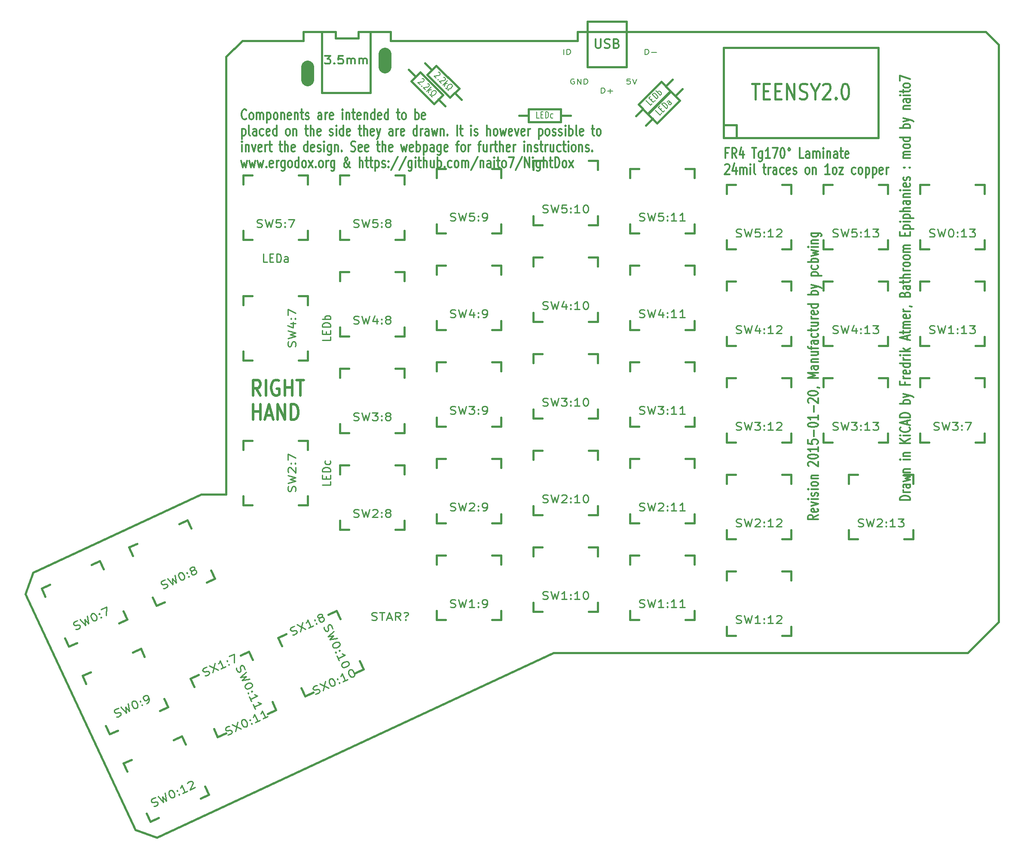
<source format=gto>
G04 (created by PCBNEW (2013-07-07 BZR 4022)-stable) date 2016/07/10 20:03:31*
%MOIN*%
G04 Gerber Fmt 3.4, Leading zero omitted, Abs format*
%FSLAX34Y34*%
G01*
G70*
G90*
G04 APERTURE LIST*
%ADD10C,0.00590551*%
%ADD11C,0.015*%
%ADD12C,0.012*%
%ADD13C,0.008*%
%ADD14C,0.02*%
%ADD15C,0.1*%
%ADD16C,0.01*%
%ADD17C,0.018*%
G04 APERTURE END LIST*
G54D10*
G54D11*
X82200Y-60200D02*
X77400Y-60200D01*
X84600Y-57800D02*
X82200Y-60200D01*
X84600Y-45600D02*
X84600Y-57800D01*
X84600Y-31000D02*
X84600Y-45600D01*
X84600Y-13000D02*
X84600Y-31000D01*
X83600Y-12000D02*
X84600Y-13000D01*
X56400Y-12000D02*
X83600Y-12000D01*
G54D12*
X70573Y-49514D02*
X70192Y-49714D01*
X70573Y-49857D02*
X69773Y-49857D01*
X69773Y-49628D01*
X69811Y-49571D01*
X69850Y-49542D01*
X69926Y-49514D01*
X70040Y-49514D01*
X70116Y-49542D01*
X70154Y-49571D01*
X70192Y-49628D01*
X70192Y-49857D01*
X70535Y-49028D02*
X70573Y-49085D01*
X70573Y-49200D01*
X70535Y-49257D01*
X70459Y-49285D01*
X70154Y-49285D01*
X70078Y-49257D01*
X70040Y-49200D01*
X70040Y-49085D01*
X70078Y-49028D01*
X70154Y-49000D01*
X70230Y-49000D01*
X70307Y-49285D01*
X70040Y-48800D02*
X70573Y-48657D01*
X70040Y-48514D01*
X70573Y-48285D02*
X70040Y-48285D01*
X69773Y-48285D02*
X69811Y-48314D01*
X69850Y-48285D01*
X69811Y-48257D01*
X69773Y-48285D01*
X69850Y-48285D01*
X70535Y-48028D02*
X70573Y-47971D01*
X70573Y-47857D01*
X70535Y-47800D01*
X70459Y-47771D01*
X70421Y-47771D01*
X70345Y-47800D01*
X70307Y-47857D01*
X70307Y-47942D01*
X70269Y-48000D01*
X70192Y-48028D01*
X70154Y-48028D01*
X70078Y-48000D01*
X70040Y-47942D01*
X70040Y-47857D01*
X70078Y-47800D01*
X70573Y-47514D02*
X70040Y-47514D01*
X69773Y-47514D02*
X69811Y-47542D01*
X69850Y-47514D01*
X69811Y-47485D01*
X69773Y-47514D01*
X69850Y-47514D01*
X70573Y-47142D02*
X70535Y-47200D01*
X70497Y-47228D01*
X70421Y-47257D01*
X70192Y-47257D01*
X70116Y-47228D01*
X70078Y-47200D01*
X70040Y-47142D01*
X70040Y-47057D01*
X70078Y-47000D01*
X70116Y-46971D01*
X70192Y-46942D01*
X70421Y-46942D01*
X70497Y-46971D01*
X70535Y-47000D01*
X70573Y-47057D01*
X70573Y-47142D01*
X70040Y-46685D02*
X70573Y-46685D01*
X70116Y-46685D02*
X70078Y-46657D01*
X70040Y-46600D01*
X70040Y-46514D01*
X70078Y-46457D01*
X70154Y-46428D01*
X70573Y-46428D01*
X69850Y-45714D02*
X69811Y-45685D01*
X69773Y-45628D01*
X69773Y-45485D01*
X69811Y-45428D01*
X69850Y-45400D01*
X69926Y-45371D01*
X70002Y-45371D01*
X70116Y-45400D01*
X70573Y-45742D01*
X70573Y-45371D01*
X69773Y-45000D02*
X69773Y-44942D01*
X69811Y-44885D01*
X69850Y-44857D01*
X69926Y-44828D01*
X70078Y-44800D01*
X70269Y-44800D01*
X70421Y-44828D01*
X70497Y-44857D01*
X70535Y-44885D01*
X70573Y-44942D01*
X70573Y-45000D01*
X70535Y-45057D01*
X70497Y-45085D01*
X70421Y-45114D01*
X70269Y-45142D01*
X70078Y-45142D01*
X69926Y-45114D01*
X69850Y-45085D01*
X69811Y-45057D01*
X69773Y-45000D01*
X70573Y-44228D02*
X70573Y-44571D01*
X70573Y-44400D02*
X69773Y-44400D01*
X69888Y-44457D01*
X69964Y-44514D01*
X70002Y-44571D01*
X69773Y-43685D02*
X69773Y-43971D01*
X70154Y-43999D01*
X70116Y-43971D01*
X70078Y-43914D01*
X70078Y-43771D01*
X70116Y-43714D01*
X70154Y-43685D01*
X70230Y-43657D01*
X70421Y-43657D01*
X70497Y-43685D01*
X70535Y-43714D01*
X70573Y-43771D01*
X70573Y-43914D01*
X70535Y-43971D01*
X70497Y-43999D01*
X70269Y-43399D02*
X70269Y-42942D01*
X69773Y-42542D02*
X69773Y-42485D01*
X69811Y-42428D01*
X69850Y-42399D01*
X69926Y-42371D01*
X70078Y-42342D01*
X70269Y-42342D01*
X70421Y-42371D01*
X70497Y-42399D01*
X70535Y-42428D01*
X70573Y-42485D01*
X70573Y-42542D01*
X70535Y-42599D01*
X70497Y-42628D01*
X70421Y-42657D01*
X70269Y-42685D01*
X70078Y-42685D01*
X69926Y-42657D01*
X69850Y-42628D01*
X69811Y-42599D01*
X69773Y-42542D01*
X70573Y-41771D02*
X70573Y-42114D01*
X70573Y-41942D02*
X69773Y-41942D01*
X69888Y-41999D01*
X69964Y-42057D01*
X70002Y-42114D01*
X70269Y-41514D02*
X70269Y-41057D01*
X69850Y-40799D02*
X69811Y-40771D01*
X69773Y-40714D01*
X69773Y-40571D01*
X69811Y-40514D01*
X69850Y-40485D01*
X69926Y-40457D01*
X70002Y-40457D01*
X70116Y-40485D01*
X70573Y-40828D01*
X70573Y-40457D01*
X69773Y-40085D02*
X69773Y-40028D01*
X69811Y-39971D01*
X69850Y-39942D01*
X69926Y-39914D01*
X70078Y-39885D01*
X70269Y-39885D01*
X70421Y-39914D01*
X70497Y-39942D01*
X70535Y-39971D01*
X70573Y-40028D01*
X70573Y-40085D01*
X70535Y-40142D01*
X70497Y-40171D01*
X70421Y-40199D01*
X70269Y-40228D01*
X70078Y-40228D01*
X69926Y-40199D01*
X69850Y-40171D01*
X69811Y-40142D01*
X69773Y-40085D01*
X70535Y-39599D02*
X70573Y-39599D01*
X70650Y-39628D01*
X70688Y-39657D01*
X70573Y-38885D02*
X69773Y-38885D01*
X70345Y-38685D01*
X69773Y-38485D01*
X70573Y-38485D01*
X70573Y-37942D02*
X70154Y-37942D01*
X70078Y-37971D01*
X70040Y-38028D01*
X70040Y-38142D01*
X70078Y-38199D01*
X70535Y-37942D02*
X70573Y-37999D01*
X70573Y-38142D01*
X70535Y-38199D01*
X70459Y-38228D01*
X70383Y-38228D01*
X70307Y-38199D01*
X70269Y-38142D01*
X70269Y-37999D01*
X70230Y-37942D01*
X70040Y-37657D02*
X70573Y-37657D01*
X70116Y-37657D02*
X70078Y-37628D01*
X70040Y-37571D01*
X70040Y-37485D01*
X70078Y-37428D01*
X70154Y-37399D01*
X70573Y-37399D01*
X70040Y-36857D02*
X70573Y-36857D01*
X70040Y-37114D02*
X70459Y-37114D01*
X70535Y-37085D01*
X70573Y-37028D01*
X70573Y-36942D01*
X70535Y-36885D01*
X70497Y-36857D01*
X70040Y-36657D02*
X70040Y-36428D01*
X70573Y-36571D02*
X69888Y-36571D01*
X69811Y-36542D01*
X69773Y-36485D01*
X69773Y-36428D01*
X70573Y-35971D02*
X70154Y-35971D01*
X70078Y-35999D01*
X70040Y-36057D01*
X70040Y-36171D01*
X70078Y-36228D01*
X70535Y-35971D02*
X70573Y-36028D01*
X70573Y-36171D01*
X70535Y-36228D01*
X70459Y-36257D01*
X70383Y-36257D01*
X70307Y-36228D01*
X70269Y-36171D01*
X70269Y-36028D01*
X70230Y-35971D01*
X70535Y-35428D02*
X70573Y-35485D01*
X70573Y-35599D01*
X70535Y-35657D01*
X70497Y-35685D01*
X70421Y-35714D01*
X70192Y-35714D01*
X70116Y-35685D01*
X70078Y-35657D01*
X70040Y-35599D01*
X70040Y-35485D01*
X70078Y-35428D01*
X70040Y-35257D02*
X70040Y-35028D01*
X69773Y-35171D02*
X70459Y-35171D01*
X70535Y-35142D01*
X70573Y-35085D01*
X70573Y-35028D01*
X70040Y-34571D02*
X70573Y-34571D01*
X70040Y-34828D02*
X70459Y-34828D01*
X70535Y-34799D01*
X70573Y-34742D01*
X70573Y-34657D01*
X70535Y-34599D01*
X70497Y-34571D01*
X70573Y-34285D02*
X70040Y-34285D01*
X70192Y-34285D02*
X70116Y-34257D01*
X70078Y-34228D01*
X70040Y-34171D01*
X70040Y-34114D01*
X70535Y-33685D02*
X70573Y-33742D01*
X70573Y-33857D01*
X70535Y-33914D01*
X70459Y-33942D01*
X70154Y-33942D01*
X70078Y-33914D01*
X70040Y-33857D01*
X70040Y-33742D01*
X70078Y-33685D01*
X70154Y-33657D01*
X70230Y-33657D01*
X70307Y-33942D01*
X70573Y-33142D02*
X69773Y-33142D01*
X70535Y-33142D02*
X70573Y-33199D01*
X70573Y-33314D01*
X70535Y-33371D01*
X70497Y-33399D01*
X70421Y-33428D01*
X70192Y-33428D01*
X70116Y-33399D01*
X70078Y-33371D01*
X70040Y-33314D01*
X70040Y-33199D01*
X70078Y-33142D01*
X70573Y-32399D02*
X69773Y-32399D01*
X70078Y-32399D02*
X70040Y-32342D01*
X70040Y-32228D01*
X70078Y-32171D01*
X70116Y-32142D01*
X70192Y-32114D01*
X70421Y-32114D01*
X70497Y-32142D01*
X70535Y-32171D01*
X70573Y-32228D01*
X70573Y-32342D01*
X70535Y-32399D01*
X70040Y-31914D02*
X70573Y-31771D01*
X70040Y-31628D02*
X70573Y-31771D01*
X70764Y-31828D01*
X70802Y-31857D01*
X70840Y-31914D01*
X70040Y-30942D02*
X70840Y-30942D01*
X70078Y-30942D02*
X70040Y-30885D01*
X70040Y-30771D01*
X70078Y-30714D01*
X70116Y-30685D01*
X70192Y-30657D01*
X70421Y-30657D01*
X70497Y-30685D01*
X70535Y-30714D01*
X70573Y-30771D01*
X70573Y-30885D01*
X70535Y-30942D01*
X70535Y-30142D02*
X70573Y-30199D01*
X70573Y-30314D01*
X70535Y-30371D01*
X70497Y-30399D01*
X70421Y-30428D01*
X70192Y-30428D01*
X70116Y-30399D01*
X70078Y-30371D01*
X70040Y-30314D01*
X70040Y-30199D01*
X70078Y-30142D01*
X70573Y-29885D02*
X69773Y-29885D01*
X70078Y-29885D02*
X70040Y-29828D01*
X70040Y-29714D01*
X70078Y-29657D01*
X70116Y-29628D01*
X70192Y-29599D01*
X70421Y-29599D01*
X70497Y-29628D01*
X70535Y-29657D01*
X70573Y-29714D01*
X70573Y-29828D01*
X70535Y-29885D01*
X70040Y-29399D02*
X70573Y-29285D01*
X70192Y-29171D01*
X70573Y-29057D01*
X70040Y-28942D01*
X70573Y-28714D02*
X70040Y-28714D01*
X69773Y-28714D02*
X69811Y-28742D01*
X69850Y-28714D01*
X69811Y-28685D01*
X69773Y-28714D01*
X69850Y-28714D01*
X70040Y-28428D02*
X70573Y-28428D01*
X70116Y-28428D02*
X70078Y-28399D01*
X70040Y-28342D01*
X70040Y-28257D01*
X70078Y-28199D01*
X70154Y-28171D01*
X70573Y-28171D01*
X70040Y-27628D02*
X70688Y-27628D01*
X70764Y-27657D01*
X70802Y-27685D01*
X70840Y-27742D01*
X70840Y-27828D01*
X70802Y-27885D01*
X70535Y-27628D02*
X70573Y-27685D01*
X70573Y-27799D01*
X70535Y-27857D01*
X70497Y-27885D01*
X70421Y-27914D01*
X70192Y-27914D01*
X70116Y-27885D01*
X70078Y-27857D01*
X70040Y-27799D01*
X70040Y-27685D01*
X70078Y-27628D01*
G54D13*
X50850Y-13761D02*
X50850Y-13361D01*
X51088Y-13761D02*
X51088Y-13361D01*
X51207Y-13361D01*
X51278Y-13380D01*
X51326Y-13419D01*
X51350Y-13457D01*
X51373Y-13533D01*
X51373Y-13590D01*
X51350Y-13666D01*
X51326Y-13704D01*
X51278Y-13742D01*
X51207Y-13761D01*
X51088Y-13761D01*
X53759Y-16761D02*
X53759Y-16361D01*
X53878Y-16361D01*
X53950Y-16380D01*
X53997Y-16419D01*
X54021Y-16457D01*
X54045Y-16533D01*
X54045Y-16590D01*
X54021Y-16666D01*
X53997Y-16704D01*
X53950Y-16742D01*
X53878Y-16761D01*
X53759Y-16761D01*
X54259Y-16609D02*
X54640Y-16609D01*
X54450Y-16761D02*
X54450Y-16457D01*
X51669Y-15680D02*
X51621Y-15661D01*
X51550Y-15661D01*
X51478Y-15680D01*
X51430Y-15719D01*
X51407Y-15757D01*
X51383Y-15833D01*
X51383Y-15890D01*
X51407Y-15966D01*
X51430Y-16004D01*
X51478Y-16042D01*
X51550Y-16061D01*
X51597Y-16061D01*
X51669Y-16042D01*
X51692Y-16023D01*
X51692Y-15890D01*
X51597Y-15890D01*
X51907Y-16061D02*
X51907Y-15661D01*
X52192Y-16061D01*
X52192Y-15661D01*
X52430Y-16061D02*
X52430Y-15661D01*
X52550Y-15661D01*
X52621Y-15680D01*
X52669Y-15719D01*
X52692Y-15757D01*
X52716Y-15833D01*
X52716Y-15890D01*
X52692Y-15966D01*
X52669Y-16004D01*
X52621Y-16042D01*
X52550Y-16061D01*
X52430Y-16061D01*
X56004Y-15661D02*
X55766Y-15661D01*
X55742Y-15852D01*
X55766Y-15833D01*
X55814Y-15814D01*
X55933Y-15814D01*
X55980Y-15833D01*
X56004Y-15852D01*
X56028Y-15890D01*
X56028Y-15985D01*
X56004Y-16023D01*
X55980Y-16042D01*
X55933Y-16061D01*
X55814Y-16061D01*
X55766Y-16042D01*
X55742Y-16023D01*
X56171Y-15661D02*
X56338Y-16061D01*
X56504Y-15661D01*
X57158Y-13761D02*
X57158Y-13361D01*
X57277Y-13361D01*
X57349Y-13380D01*
X57396Y-13419D01*
X57420Y-13457D01*
X57444Y-13533D01*
X57444Y-13590D01*
X57420Y-13666D01*
X57396Y-13704D01*
X57349Y-13742D01*
X57277Y-13761D01*
X57158Y-13761D01*
X57658Y-13609D02*
X58039Y-13609D01*
G54D12*
X26235Y-18747D02*
X26207Y-18785D01*
X26121Y-18823D01*
X26064Y-18823D01*
X25978Y-18785D01*
X25921Y-18709D01*
X25892Y-18633D01*
X25864Y-18480D01*
X25864Y-18366D01*
X25892Y-18214D01*
X25921Y-18138D01*
X25978Y-18061D01*
X26064Y-18023D01*
X26121Y-18023D01*
X26207Y-18061D01*
X26235Y-18100D01*
X26578Y-18823D02*
X26521Y-18785D01*
X26492Y-18747D01*
X26464Y-18671D01*
X26464Y-18442D01*
X26492Y-18366D01*
X26521Y-18328D01*
X26578Y-18290D01*
X26664Y-18290D01*
X26721Y-18328D01*
X26750Y-18366D01*
X26778Y-18442D01*
X26778Y-18671D01*
X26750Y-18747D01*
X26721Y-18785D01*
X26664Y-18823D01*
X26578Y-18823D01*
X27035Y-18823D02*
X27035Y-18290D01*
X27035Y-18366D02*
X27064Y-18328D01*
X27121Y-18290D01*
X27207Y-18290D01*
X27264Y-18328D01*
X27292Y-18404D01*
X27292Y-18823D01*
X27292Y-18404D02*
X27321Y-18328D01*
X27378Y-18290D01*
X27464Y-18290D01*
X27521Y-18328D01*
X27550Y-18404D01*
X27550Y-18823D01*
X27835Y-18290D02*
X27835Y-19090D01*
X27835Y-18328D02*
X27892Y-18290D01*
X28007Y-18290D01*
X28064Y-18328D01*
X28092Y-18366D01*
X28121Y-18442D01*
X28121Y-18671D01*
X28092Y-18747D01*
X28064Y-18785D01*
X28007Y-18823D01*
X27892Y-18823D01*
X27835Y-18785D01*
X28464Y-18823D02*
X28407Y-18785D01*
X28378Y-18747D01*
X28350Y-18671D01*
X28350Y-18442D01*
X28378Y-18366D01*
X28407Y-18328D01*
X28464Y-18290D01*
X28550Y-18290D01*
X28607Y-18328D01*
X28635Y-18366D01*
X28664Y-18442D01*
X28664Y-18671D01*
X28635Y-18747D01*
X28607Y-18785D01*
X28550Y-18823D01*
X28464Y-18823D01*
X28921Y-18290D02*
X28921Y-18823D01*
X28921Y-18366D02*
X28950Y-18328D01*
X29007Y-18290D01*
X29092Y-18290D01*
X29150Y-18328D01*
X29178Y-18404D01*
X29178Y-18823D01*
X29692Y-18785D02*
X29635Y-18823D01*
X29521Y-18823D01*
X29464Y-18785D01*
X29435Y-18709D01*
X29435Y-18404D01*
X29464Y-18328D01*
X29521Y-18290D01*
X29635Y-18290D01*
X29692Y-18328D01*
X29721Y-18404D01*
X29721Y-18480D01*
X29435Y-18557D01*
X29978Y-18290D02*
X29978Y-18823D01*
X29978Y-18366D02*
X30007Y-18328D01*
X30064Y-18290D01*
X30150Y-18290D01*
X30207Y-18328D01*
X30235Y-18404D01*
X30235Y-18823D01*
X30435Y-18290D02*
X30664Y-18290D01*
X30521Y-18023D02*
X30521Y-18709D01*
X30550Y-18785D01*
X30607Y-18823D01*
X30664Y-18823D01*
X30835Y-18785D02*
X30892Y-18823D01*
X31007Y-18823D01*
X31064Y-18785D01*
X31092Y-18709D01*
X31092Y-18671D01*
X31064Y-18595D01*
X31007Y-18557D01*
X30921Y-18557D01*
X30864Y-18519D01*
X30835Y-18442D01*
X30835Y-18404D01*
X30864Y-18328D01*
X30921Y-18290D01*
X31007Y-18290D01*
X31064Y-18328D01*
X32064Y-18823D02*
X32064Y-18404D01*
X32035Y-18328D01*
X31978Y-18290D01*
X31864Y-18290D01*
X31807Y-18328D01*
X32064Y-18785D02*
X32007Y-18823D01*
X31864Y-18823D01*
X31807Y-18785D01*
X31778Y-18709D01*
X31778Y-18633D01*
X31807Y-18557D01*
X31864Y-18519D01*
X32007Y-18519D01*
X32064Y-18480D01*
X32349Y-18823D02*
X32349Y-18290D01*
X32349Y-18442D02*
X32378Y-18366D01*
X32407Y-18328D01*
X32464Y-18290D01*
X32521Y-18290D01*
X32950Y-18785D02*
X32892Y-18823D01*
X32778Y-18823D01*
X32721Y-18785D01*
X32692Y-18709D01*
X32692Y-18404D01*
X32721Y-18328D01*
X32778Y-18290D01*
X32892Y-18290D01*
X32950Y-18328D01*
X32978Y-18404D01*
X32978Y-18480D01*
X32692Y-18557D01*
X33692Y-18823D02*
X33692Y-18290D01*
X33692Y-18023D02*
X33664Y-18061D01*
X33692Y-18100D01*
X33721Y-18061D01*
X33692Y-18023D01*
X33692Y-18100D01*
X33978Y-18290D02*
X33978Y-18823D01*
X33978Y-18366D02*
X34007Y-18328D01*
X34064Y-18290D01*
X34150Y-18290D01*
X34207Y-18328D01*
X34235Y-18404D01*
X34235Y-18823D01*
X34435Y-18290D02*
X34664Y-18290D01*
X34521Y-18023D02*
X34521Y-18709D01*
X34550Y-18785D01*
X34607Y-18823D01*
X34664Y-18823D01*
X35092Y-18785D02*
X35035Y-18823D01*
X34921Y-18823D01*
X34864Y-18785D01*
X34835Y-18709D01*
X34835Y-18404D01*
X34864Y-18328D01*
X34921Y-18290D01*
X35035Y-18290D01*
X35092Y-18328D01*
X35121Y-18404D01*
X35121Y-18480D01*
X34835Y-18557D01*
X35378Y-18290D02*
X35378Y-18823D01*
X35378Y-18366D02*
X35407Y-18328D01*
X35464Y-18290D01*
X35550Y-18290D01*
X35607Y-18328D01*
X35635Y-18404D01*
X35635Y-18823D01*
X36178Y-18823D02*
X36178Y-18023D01*
X36178Y-18785D02*
X36121Y-18823D01*
X36007Y-18823D01*
X35950Y-18785D01*
X35921Y-18747D01*
X35892Y-18671D01*
X35892Y-18442D01*
X35921Y-18366D01*
X35950Y-18328D01*
X36007Y-18290D01*
X36121Y-18290D01*
X36178Y-18328D01*
X36692Y-18785D02*
X36635Y-18823D01*
X36521Y-18823D01*
X36464Y-18785D01*
X36435Y-18709D01*
X36435Y-18404D01*
X36464Y-18328D01*
X36521Y-18290D01*
X36635Y-18290D01*
X36692Y-18328D01*
X36721Y-18404D01*
X36721Y-18480D01*
X36435Y-18557D01*
X37235Y-18823D02*
X37235Y-18023D01*
X37235Y-18785D02*
X37178Y-18823D01*
X37064Y-18823D01*
X37007Y-18785D01*
X36978Y-18747D01*
X36950Y-18671D01*
X36950Y-18442D01*
X36978Y-18366D01*
X37007Y-18328D01*
X37064Y-18290D01*
X37178Y-18290D01*
X37235Y-18328D01*
X37892Y-18290D02*
X38121Y-18290D01*
X37978Y-18023D02*
X37978Y-18709D01*
X38007Y-18785D01*
X38064Y-18823D01*
X38121Y-18823D01*
X38407Y-18823D02*
X38350Y-18785D01*
X38321Y-18747D01*
X38292Y-18671D01*
X38292Y-18442D01*
X38321Y-18366D01*
X38350Y-18328D01*
X38407Y-18290D01*
X38492Y-18290D01*
X38550Y-18328D01*
X38578Y-18366D01*
X38607Y-18442D01*
X38607Y-18671D01*
X38578Y-18747D01*
X38550Y-18785D01*
X38492Y-18823D01*
X38407Y-18823D01*
X39321Y-18823D02*
X39321Y-18023D01*
X39321Y-18328D02*
X39378Y-18290D01*
X39492Y-18290D01*
X39550Y-18328D01*
X39578Y-18366D01*
X39607Y-18442D01*
X39607Y-18671D01*
X39578Y-18747D01*
X39550Y-18785D01*
X39492Y-18823D01*
X39378Y-18823D01*
X39321Y-18785D01*
X40092Y-18785D02*
X40035Y-18823D01*
X39921Y-18823D01*
X39864Y-18785D01*
X39835Y-18709D01*
X39835Y-18404D01*
X39864Y-18328D01*
X39921Y-18290D01*
X40035Y-18290D01*
X40092Y-18328D01*
X40121Y-18404D01*
X40121Y-18480D01*
X39835Y-18557D01*
X25892Y-19530D02*
X25892Y-20330D01*
X25892Y-19568D02*
X25950Y-19530D01*
X26064Y-19530D01*
X26121Y-19568D01*
X26150Y-19606D01*
X26178Y-19682D01*
X26178Y-19911D01*
X26150Y-19987D01*
X26121Y-20025D01*
X26064Y-20063D01*
X25950Y-20063D01*
X25892Y-20025D01*
X26521Y-20063D02*
X26464Y-20025D01*
X26435Y-19949D01*
X26435Y-19263D01*
X27007Y-20063D02*
X27007Y-19644D01*
X26978Y-19568D01*
X26921Y-19530D01*
X26807Y-19530D01*
X26750Y-19568D01*
X27007Y-20025D02*
X26950Y-20063D01*
X26807Y-20063D01*
X26750Y-20025D01*
X26721Y-19949D01*
X26721Y-19873D01*
X26750Y-19797D01*
X26807Y-19759D01*
X26950Y-19759D01*
X27007Y-19720D01*
X27550Y-20025D02*
X27492Y-20063D01*
X27378Y-20063D01*
X27321Y-20025D01*
X27292Y-19987D01*
X27264Y-19911D01*
X27264Y-19682D01*
X27292Y-19606D01*
X27321Y-19568D01*
X27378Y-19530D01*
X27492Y-19530D01*
X27550Y-19568D01*
X28035Y-20025D02*
X27978Y-20063D01*
X27864Y-20063D01*
X27807Y-20025D01*
X27778Y-19949D01*
X27778Y-19644D01*
X27807Y-19568D01*
X27864Y-19530D01*
X27978Y-19530D01*
X28035Y-19568D01*
X28064Y-19644D01*
X28064Y-19720D01*
X27778Y-19797D01*
X28578Y-20063D02*
X28578Y-19263D01*
X28578Y-20025D02*
X28521Y-20063D01*
X28407Y-20063D01*
X28350Y-20025D01*
X28321Y-19987D01*
X28292Y-19911D01*
X28292Y-19682D01*
X28321Y-19606D01*
X28350Y-19568D01*
X28407Y-19530D01*
X28521Y-19530D01*
X28578Y-19568D01*
X29407Y-20063D02*
X29350Y-20025D01*
X29321Y-19987D01*
X29292Y-19911D01*
X29292Y-19682D01*
X29321Y-19606D01*
X29350Y-19568D01*
X29407Y-19530D01*
X29492Y-19530D01*
X29550Y-19568D01*
X29578Y-19606D01*
X29607Y-19682D01*
X29607Y-19911D01*
X29578Y-19987D01*
X29550Y-20025D01*
X29492Y-20063D01*
X29407Y-20063D01*
X29864Y-19530D02*
X29864Y-20063D01*
X29864Y-19606D02*
X29892Y-19568D01*
X29950Y-19530D01*
X30035Y-19530D01*
X30092Y-19568D01*
X30121Y-19644D01*
X30121Y-20063D01*
X30778Y-19530D02*
X31007Y-19530D01*
X30864Y-19263D02*
X30864Y-19949D01*
X30892Y-20025D01*
X30950Y-20063D01*
X31007Y-20063D01*
X31207Y-20063D02*
X31207Y-19263D01*
X31464Y-20063D02*
X31464Y-19644D01*
X31435Y-19568D01*
X31378Y-19530D01*
X31292Y-19530D01*
X31235Y-19568D01*
X31207Y-19606D01*
X31978Y-20025D02*
X31921Y-20063D01*
X31807Y-20063D01*
X31750Y-20025D01*
X31721Y-19949D01*
X31721Y-19644D01*
X31750Y-19568D01*
X31807Y-19530D01*
X31921Y-19530D01*
X31978Y-19568D01*
X32007Y-19644D01*
X32007Y-19720D01*
X31721Y-19797D01*
X32692Y-20025D02*
X32750Y-20063D01*
X32864Y-20063D01*
X32921Y-20025D01*
X32950Y-19949D01*
X32950Y-19911D01*
X32921Y-19835D01*
X32864Y-19797D01*
X32778Y-19797D01*
X32721Y-19759D01*
X32692Y-19682D01*
X32692Y-19644D01*
X32721Y-19568D01*
X32778Y-19530D01*
X32864Y-19530D01*
X32921Y-19568D01*
X33207Y-20063D02*
X33207Y-19530D01*
X33207Y-19263D02*
X33178Y-19301D01*
X33207Y-19340D01*
X33235Y-19301D01*
X33207Y-19263D01*
X33207Y-19340D01*
X33750Y-20063D02*
X33750Y-19263D01*
X33750Y-20025D02*
X33692Y-20063D01*
X33578Y-20063D01*
X33521Y-20025D01*
X33492Y-19987D01*
X33464Y-19911D01*
X33464Y-19682D01*
X33492Y-19606D01*
X33521Y-19568D01*
X33578Y-19530D01*
X33692Y-19530D01*
X33750Y-19568D01*
X34264Y-20025D02*
X34207Y-20063D01*
X34092Y-20063D01*
X34035Y-20025D01*
X34007Y-19949D01*
X34007Y-19644D01*
X34035Y-19568D01*
X34092Y-19530D01*
X34207Y-19530D01*
X34264Y-19568D01*
X34292Y-19644D01*
X34292Y-19720D01*
X34007Y-19797D01*
X34921Y-19530D02*
X35150Y-19530D01*
X35007Y-19263D02*
X35007Y-19949D01*
X35035Y-20025D01*
X35092Y-20063D01*
X35150Y-20063D01*
X35350Y-20063D02*
X35350Y-19263D01*
X35607Y-20063D02*
X35607Y-19644D01*
X35578Y-19568D01*
X35521Y-19530D01*
X35435Y-19530D01*
X35378Y-19568D01*
X35350Y-19606D01*
X36121Y-20025D02*
X36064Y-20063D01*
X35950Y-20063D01*
X35892Y-20025D01*
X35864Y-19949D01*
X35864Y-19644D01*
X35892Y-19568D01*
X35950Y-19530D01*
X36064Y-19530D01*
X36121Y-19568D01*
X36150Y-19644D01*
X36150Y-19720D01*
X35864Y-19797D01*
X36350Y-19530D02*
X36492Y-20063D01*
X36635Y-19530D02*
X36492Y-20063D01*
X36435Y-20254D01*
X36407Y-20292D01*
X36350Y-20330D01*
X37578Y-20063D02*
X37578Y-19644D01*
X37550Y-19568D01*
X37492Y-19530D01*
X37378Y-19530D01*
X37321Y-19568D01*
X37578Y-20025D02*
X37521Y-20063D01*
X37378Y-20063D01*
X37321Y-20025D01*
X37292Y-19949D01*
X37292Y-19873D01*
X37321Y-19797D01*
X37378Y-19759D01*
X37521Y-19759D01*
X37578Y-19720D01*
X37864Y-20063D02*
X37864Y-19530D01*
X37864Y-19682D02*
X37892Y-19606D01*
X37921Y-19568D01*
X37978Y-19530D01*
X38035Y-19530D01*
X38464Y-20025D02*
X38407Y-20063D01*
X38292Y-20063D01*
X38235Y-20025D01*
X38207Y-19949D01*
X38207Y-19644D01*
X38235Y-19568D01*
X38292Y-19530D01*
X38407Y-19530D01*
X38464Y-19568D01*
X38492Y-19644D01*
X38492Y-19720D01*
X38207Y-19797D01*
X39464Y-20063D02*
X39464Y-19263D01*
X39464Y-20025D02*
X39407Y-20063D01*
X39292Y-20063D01*
X39235Y-20025D01*
X39207Y-19987D01*
X39178Y-19911D01*
X39178Y-19682D01*
X39207Y-19606D01*
X39235Y-19568D01*
X39292Y-19530D01*
X39407Y-19530D01*
X39464Y-19568D01*
X39750Y-20063D02*
X39750Y-19530D01*
X39750Y-19682D02*
X39778Y-19606D01*
X39807Y-19568D01*
X39864Y-19530D01*
X39921Y-19530D01*
X40378Y-20063D02*
X40378Y-19644D01*
X40350Y-19568D01*
X40292Y-19530D01*
X40178Y-19530D01*
X40121Y-19568D01*
X40378Y-20025D02*
X40321Y-20063D01*
X40178Y-20063D01*
X40121Y-20025D01*
X40092Y-19949D01*
X40092Y-19873D01*
X40121Y-19797D01*
X40178Y-19759D01*
X40321Y-19759D01*
X40378Y-19720D01*
X40607Y-19530D02*
X40721Y-20063D01*
X40835Y-19682D01*
X40950Y-20063D01*
X41064Y-19530D01*
X41292Y-19530D02*
X41292Y-20063D01*
X41292Y-19606D02*
X41321Y-19568D01*
X41378Y-19530D01*
X41464Y-19530D01*
X41521Y-19568D01*
X41550Y-19644D01*
X41550Y-20063D01*
X41835Y-19987D02*
X41864Y-20025D01*
X41835Y-20063D01*
X41807Y-20025D01*
X41835Y-19987D01*
X41835Y-20063D01*
X42578Y-20063D02*
X42578Y-19263D01*
X42778Y-19530D02*
X43007Y-19530D01*
X42864Y-19263D02*
X42864Y-19949D01*
X42892Y-20025D01*
X42950Y-20063D01*
X43007Y-20063D01*
X43664Y-20063D02*
X43664Y-19530D01*
X43664Y-19263D02*
X43635Y-19301D01*
X43664Y-19340D01*
X43692Y-19301D01*
X43664Y-19263D01*
X43664Y-19340D01*
X43921Y-20025D02*
X43978Y-20063D01*
X44092Y-20063D01*
X44150Y-20025D01*
X44178Y-19949D01*
X44178Y-19911D01*
X44150Y-19835D01*
X44092Y-19797D01*
X44007Y-19797D01*
X43950Y-19759D01*
X43921Y-19682D01*
X43921Y-19644D01*
X43950Y-19568D01*
X44007Y-19530D01*
X44092Y-19530D01*
X44150Y-19568D01*
X44892Y-20063D02*
X44892Y-19263D01*
X45150Y-20063D02*
X45150Y-19644D01*
X45121Y-19568D01*
X45064Y-19530D01*
X44978Y-19530D01*
X44921Y-19568D01*
X44892Y-19606D01*
X45521Y-20063D02*
X45464Y-20025D01*
X45435Y-19987D01*
X45407Y-19911D01*
X45407Y-19682D01*
X45435Y-19606D01*
X45464Y-19568D01*
X45521Y-19530D01*
X45607Y-19530D01*
X45664Y-19568D01*
X45692Y-19606D01*
X45721Y-19682D01*
X45721Y-19911D01*
X45692Y-19987D01*
X45664Y-20025D01*
X45607Y-20063D01*
X45521Y-20063D01*
X45921Y-19530D02*
X46035Y-20063D01*
X46150Y-19682D01*
X46264Y-20063D01*
X46378Y-19530D01*
X46835Y-20025D02*
X46778Y-20063D01*
X46664Y-20063D01*
X46607Y-20025D01*
X46578Y-19949D01*
X46578Y-19644D01*
X46607Y-19568D01*
X46664Y-19530D01*
X46778Y-19530D01*
X46835Y-19568D01*
X46864Y-19644D01*
X46864Y-19720D01*
X46578Y-19797D01*
X47064Y-19530D02*
X47207Y-20063D01*
X47350Y-19530D01*
X47807Y-20025D02*
X47750Y-20063D01*
X47635Y-20063D01*
X47578Y-20025D01*
X47550Y-19949D01*
X47550Y-19644D01*
X47578Y-19568D01*
X47635Y-19530D01*
X47750Y-19530D01*
X47807Y-19568D01*
X47835Y-19644D01*
X47835Y-19720D01*
X47550Y-19797D01*
X48092Y-20063D02*
X48092Y-19530D01*
X48092Y-19682D02*
X48121Y-19606D01*
X48150Y-19568D01*
X48207Y-19530D01*
X48264Y-19530D01*
X48921Y-19530D02*
X48921Y-20330D01*
X48921Y-19568D02*
X48978Y-19530D01*
X49092Y-19530D01*
X49150Y-19568D01*
X49178Y-19606D01*
X49207Y-19682D01*
X49207Y-19911D01*
X49178Y-19987D01*
X49150Y-20025D01*
X49092Y-20063D01*
X48978Y-20063D01*
X48921Y-20025D01*
X49550Y-20063D02*
X49492Y-20025D01*
X49464Y-19987D01*
X49435Y-19911D01*
X49435Y-19682D01*
X49464Y-19606D01*
X49492Y-19568D01*
X49550Y-19530D01*
X49635Y-19530D01*
X49692Y-19568D01*
X49721Y-19606D01*
X49750Y-19682D01*
X49750Y-19911D01*
X49721Y-19987D01*
X49692Y-20025D01*
X49635Y-20063D01*
X49550Y-20063D01*
X49978Y-20025D02*
X50035Y-20063D01*
X50150Y-20063D01*
X50207Y-20025D01*
X50235Y-19949D01*
X50235Y-19911D01*
X50207Y-19835D01*
X50150Y-19797D01*
X50064Y-19797D01*
X50007Y-19759D01*
X49978Y-19682D01*
X49978Y-19644D01*
X50007Y-19568D01*
X50064Y-19530D01*
X50150Y-19530D01*
X50207Y-19568D01*
X50464Y-20025D02*
X50521Y-20063D01*
X50635Y-20063D01*
X50692Y-20025D01*
X50721Y-19949D01*
X50721Y-19911D01*
X50692Y-19835D01*
X50635Y-19797D01*
X50550Y-19797D01*
X50492Y-19759D01*
X50464Y-19682D01*
X50464Y-19644D01*
X50492Y-19568D01*
X50550Y-19530D01*
X50635Y-19530D01*
X50692Y-19568D01*
X50978Y-20063D02*
X50978Y-19530D01*
X50978Y-19263D02*
X50950Y-19301D01*
X50978Y-19340D01*
X51007Y-19301D01*
X50978Y-19263D01*
X50978Y-19340D01*
X51264Y-20063D02*
X51264Y-19263D01*
X51264Y-19568D02*
X51321Y-19530D01*
X51435Y-19530D01*
X51492Y-19568D01*
X51521Y-19606D01*
X51549Y-19682D01*
X51549Y-19911D01*
X51521Y-19987D01*
X51492Y-20025D01*
X51435Y-20063D01*
X51321Y-20063D01*
X51264Y-20025D01*
X51892Y-20063D02*
X51835Y-20025D01*
X51807Y-19949D01*
X51807Y-19263D01*
X52350Y-20025D02*
X52292Y-20063D01*
X52178Y-20063D01*
X52121Y-20025D01*
X52092Y-19949D01*
X52092Y-19644D01*
X52121Y-19568D01*
X52178Y-19530D01*
X52292Y-19530D01*
X52350Y-19568D01*
X52378Y-19644D01*
X52378Y-19720D01*
X52092Y-19797D01*
X53007Y-19530D02*
X53235Y-19530D01*
X53092Y-19263D02*
X53092Y-19949D01*
X53121Y-20025D01*
X53178Y-20063D01*
X53235Y-20063D01*
X53521Y-20063D02*
X53464Y-20025D01*
X53435Y-19987D01*
X53407Y-19911D01*
X53407Y-19682D01*
X53435Y-19606D01*
X53464Y-19568D01*
X53521Y-19530D01*
X53607Y-19530D01*
X53664Y-19568D01*
X53692Y-19606D01*
X53721Y-19682D01*
X53721Y-19911D01*
X53692Y-19987D01*
X53664Y-20025D01*
X53607Y-20063D01*
X53521Y-20063D01*
X25892Y-21303D02*
X25892Y-20770D01*
X25892Y-20503D02*
X25864Y-20541D01*
X25892Y-20580D01*
X25921Y-20541D01*
X25892Y-20503D01*
X25892Y-20580D01*
X26178Y-20770D02*
X26178Y-21303D01*
X26178Y-20846D02*
X26207Y-20808D01*
X26264Y-20770D01*
X26350Y-20770D01*
X26407Y-20808D01*
X26435Y-20884D01*
X26435Y-21303D01*
X26664Y-20770D02*
X26807Y-21303D01*
X26950Y-20770D01*
X27407Y-21265D02*
X27350Y-21303D01*
X27235Y-21303D01*
X27178Y-21265D01*
X27150Y-21189D01*
X27150Y-20884D01*
X27178Y-20808D01*
X27235Y-20770D01*
X27350Y-20770D01*
X27407Y-20808D01*
X27435Y-20884D01*
X27435Y-20960D01*
X27150Y-21037D01*
X27692Y-21303D02*
X27692Y-20770D01*
X27692Y-20922D02*
X27721Y-20846D01*
X27750Y-20808D01*
X27807Y-20770D01*
X27864Y-20770D01*
X27978Y-20770D02*
X28207Y-20770D01*
X28064Y-20503D02*
X28064Y-21189D01*
X28092Y-21265D01*
X28150Y-21303D01*
X28207Y-21303D01*
X28778Y-20770D02*
X29007Y-20770D01*
X28864Y-20503D02*
X28864Y-21189D01*
X28892Y-21265D01*
X28950Y-21303D01*
X29007Y-21303D01*
X29207Y-21303D02*
X29207Y-20503D01*
X29464Y-21303D02*
X29464Y-20884D01*
X29435Y-20808D01*
X29378Y-20770D01*
X29292Y-20770D01*
X29235Y-20808D01*
X29207Y-20846D01*
X29978Y-21265D02*
X29921Y-21303D01*
X29807Y-21303D01*
X29750Y-21265D01*
X29721Y-21189D01*
X29721Y-20884D01*
X29750Y-20808D01*
X29807Y-20770D01*
X29921Y-20770D01*
X29978Y-20808D01*
X30007Y-20884D01*
X30007Y-20960D01*
X29721Y-21037D01*
X30978Y-21303D02*
X30978Y-20503D01*
X30978Y-21265D02*
X30921Y-21303D01*
X30807Y-21303D01*
X30750Y-21265D01*
X30721Y-21227D01*
X30692Y-21151D01*
X30692Y-20922D01*
X30721Y-20846D01*
X30750Y-20808D01*
X30807Y-20770D01*
X30921Y-20770D01*
X30978Y-20808D01*
X31492Y-21265D02*
X31435Y-21303D01*
X31321Y-21303D01*
X31264Y-21265D01*
X31235Y-21189D01*
X31235Y-20884D01*
X31264Y-20808D01*
X31321Y-20770D01*
X31435Y-20770D01*
X31492Y-20808D01*
X31521Y-20884D01*
X31521Y-20960D01*
X31235Y-21037D01*
X31750Y-21265D02*
X31807Y-21303D01*
X31921Y-21303D01*
X31978Y-21265D01*
X32007Y-21189D01*
X32007Y-21151D01*
X31978Y-21075D01*
X31921Y-21037D01*
X31835Y-21037D01*
X31778Y-20999D01*
X31750Y-20922D01*
X31750Y-20884D01*
X31778Y-20808D01*
X31835Y-20770D01*
X31921Y-20770D01*
X31978Y-20808D01*
X32264Y-21303D02*
X32264Y-20770D01*
X32264Y-20503D02*
X32235Y-20541D01*
X32264Y-20580D01*
X32292Y-20541D01*
X32264Y-20503D01*
X32264Y-20580D01*
X32807Y-20770D02*
X32807Y-21418D01*
X32778Y-21494D01*
X32750Y-21532D01*
X32692Y-21570D01*
X32607Y-21570D01*
X32550Y-21532D01*
X32807Y-21265D02*
X32750Y-21303D01*
X32635Y-21303D01*
X32578Y-21265D01*
X32550Y-21227D01*
X32521Y-21151D01*
X32521Y-20922D01*
X32550Y-20846D01*
X32578Y-20808D01*
X32635Y-20770D01*
X32750Y-20770D01*
X32807Y-20808D01*
X33092Y-20770D02*
X33092Y-21303D01*
X33092Y-20846D02*
X33121Y-20808D01*
X33178Y-20770D01*
X33264Y-20770D01*
X33321Y-20808D01*
X33350Y-20884D01*
X33350Y-21303D01*
X33635Y-21227D02*
X33664Y-21265D01*
X33635Y-21303D01*
X33607Y-21265D01*
X33635Y-21227D01*
X33635Y-21303D01*
X34350Y-21265D02*
X34435Y-21303D01*
X34578Y-21303D01*
X34635Y-21265D01*
X34664Y-21227D01*
X34692Y-21151D01*
X34692Y-21075D01*
X34664Y-20999D01*
X34635Y-20960D01*
X34578Y-20922D01*
X34464Y-20884D01*
X34407Y-20846D01*
X34378Y-20808D01*
X34350Y-20732D01*
X34350Y-20656D01*
X34378Y-20580D01*
X34407Y-20541D01*
X34464Y-20503D01*
X34607Y-20503D01*
X34692Y-20541D01*
X35178Y-21265D02*
X35121Y-21303D01*
X35007Y-21303D01*
X34950Y-21265D01*
X34921Y-21189D01*
X34921Y-20884D01*
X34950Y-20808D01*
X35007Y-20770D01*
X35121Y-20770D01*
X35178Y-20808D01*
X35207Y-20884D01*
X35207Y-20960D01*
X34921Y-21037D01*
X35692Y-21265D02*
X35635Y-21303D01*
X35521Y-21303D01*
X35464Y-21265D01*
X35435Y-21189D01*
X35435Y-20884D01*
X35464Y-20808D01*
X35521Y-20770D01*
X35635Y-20770D01*
X35692Y-20808D01*
X35721Y-20884D01*
X35721Y-20960D01*
X35435Y-21037D01*
X36350Y-20770D02*
X36578Y-20770D01*
X36435Y-20503D02*
X36435Y-21189D01*
X36464Y-21265D01*
X36521Y-21303D01*
X36578Y-21303D01*
X36778Y-21303D02*
X36778Y-20503D01*
X37035Y-21303D02*
X37035Y-20884D01*
X37007Y-20808D01*
X36950Y-20770D01*
X36864Y-20770D01*
X36807Y-20808D01*
X36778Y-20846D01*
X37550Y-21265D02*
X37492Y-21303D01*
X37378Y-21303D01*
X37321Y-21265D01*
X37292Y-21189D01*
X37292Y-20884D01*
X37321Y-20808D01*
X37378Y-20770D01*
X37492Y-20770D01*
X37550Y-20808D01*
X37578Y-20884D01*
X37578Y-20960D01*
X37292Y-21037D01*
X38235Y-20770D02*
X38350Y-21303D01*
X38464Y-20922D01*
X38578Y-21303D01*
X38692Y-20770D01*
X39150Y-21265D02*
X39092Y-21303D01*
X38978Y-21303D01*
X38921Y-21265D01*
X38892Y-21189D01*
X38892Y-20884D01*
X38921Y-20808D01*
X38978Y-20770D01*
X39092Y-20770D01*
X39150Y-20808D01*
X39178Y-20884D01*
X39178Y-20960D01*
X38892Y-21037D01*
X39435Y-21303D02*
X39435Y-20503D01*
X39435Y-20808D02*
X39492Y-20770D01*
X39607Y-20770D01*
X39664Y-20808D01*
X39692Y-20846D01*
X39721Y-20922D01*
X39721Y-21151D01*
X39692Y-21227D01*
X39664Y-21265D01*
X39607Y-21303D01*
X39492Y-21303D01*
X39435Y-21265D01*
X39978Y-20770D02*
X39978Y-21570D01*
X39978Y-20808D02*
X40035Y-20770D01*
X40150Y-20770D01*
X40207Y-20808D01*
X40235Y-20846D01*
X40264Y-20922D01*
X40264Y-21151D01*
X40235Y-21227D01*
X40207Y-21265D01*
X40150Y-21303D01*
X40035Y-21303D01*
X39978Y-21265D01*
X40778Y-21303D02*
X40778Y-20884D01*
X40750Y-20808D01*
X40692Y-20770D01*
X40578Y-20770D01*
X40521Y-20808D01*
X40778Y-21265D02*
X40721Y-21303D01*
X40578Y-21303D01*
X40521Y-21265D01*
X40492Y-21189D01*
X40492Y-21113D01*
X40521Y-21037D01*
X40578Y-20999D01*
X40721Y-20999D01*
X40778Y-20960D01*
X41321Y-20770D02*
X41321Y-21418D01*
X41292Y-21494D01*
X41264Y-21532D01*
X41207Y-21570D01*
X41121Y-21570D01*
X41064Y-21532D01*
X41321Y-21265D02*
X41264Y-21303D01*
X41150Y-21303D01*
X41092Y-21265D01*
X41064Y-21227D01*
X41035Y-21151D01*
X41035Y-20922D01*
X41064Y-20846D01*
X41092Y-20808D01*
X41150Y-20770D01*
X41264Y-20770D01*
X41321Y-20808D01*
X41835Y-21265D02*
X41778Y-21303D01*
X41664Y-21303D01*
X41607Y-21265D01*
X41578Y-21189D01*
X41578Y-20884D01*
X41607Y-20808D01*
X41664Y-20770D01*
X41778Y-20770D01*
X41835Y-20808D01*
X41864Y-20884D01*
X41864Y-20960D01*
X41578Y-21037D01*
X42492Y-20770D02*
X42721Y-20770D01*
X42578Y-21303D02*
X42578Y-20618D01*
X42607Y-20541D01*
X42664Y-20503D01*
X42721Y-20503D01*
X43007Y-21303D02*
X42950Y-21265D01*
X42921Y-21227D01*
X42892Y-21151D01*
X42892Y-20922D01*
X42921Y-20846D01*
X42950Y-20808D01*
X43007Y-20770D01*
X43092Y-20770D01*
X43150Y-20808D01*
X43178Y-20846D01*
X43207Y-20922D01*
X43207Y-21151D01*
X43178Y-21227D01*
X43150Y-21265D01*
X43092Y-21303D01*
X43007Y-21303D01*
X43464Y-21303D02*
X43464Y-20770D01*
X43464Y-20922D02*
X43492Y-20846D01*
X43521Y-20808D01*
X43578Y-20770D01*
X43635Y-20770D01*
X44207Y-20770D02*
X44435Y-20770D01*
X44292Y-21303D02*
X44292Y-20618D01*
X44321Y-20541D01*
X44378Y-20503D01*
X44435Y-20503D01*
X44892Y-20770D02*
X44892Y-21303D01*
X44635Y-20770D02*
X44635Y-21189D01*
X44664Y-21265D01*
X44721Y-21303D01*
X44807Y-21303D01*
X44864Y-21265D01*
X44892Y-21227D01*
X45178Y-21303D02*
X45178Y-20770D01*
X45178Y-20922D02*
X45207Y-20846D01*
X45235Y-20808D01*
X45292Y-20770D01*
X45350Y-20770D01*
X45464Y-20770D02*
X45692Y-20770D01*
X45550Y-20503D02*
X45550Y-21189D01*
X45578Y-21265D01*
X45635Y-21303D01*
X45692Y-21303D01*
X45892Y-21303D02*
X45892Y-20503D01*
X46150Y-21303D02*
X46150Y-20884D01*
X46121Y-20808D01*
X46064Y-20770D01*
X45978Y-20770D01*
X45921Y-20808D01*
X45892Y-20846D01*
X46664Y-21265D02*
X46607Y-21303D01*
X46492Y-21303D01*
X46435Y-21265D01*
X46407Y-21189D01*
X46407Y-20884D01*
X46435Y-20808D01*
X46492Y-20770D01*
X46607Y-20770D01*
X46664Y-20808D01*
X46692Y-20884D01*
X46692Y-20960D01*
X46407Y-21037D01*
X46950Y-21303D02*
X46950Y-20770D01*
X46950Y-20922D02*
X46978Y-20846D01*
X47007Y-20808D01*
X47064Y-20770D01*
X47121Y-20770D01*
X47778Y-21303D02*
X47778Y-20770D01*
X47778Y-20503D02*
X47750Y-20541D01*
X47778Y-20580D01*
X47807Y-20541D01*
X47778Y-20503D01*
X47778Y-20580D01*
X48064Y-20770D02*
X48064Y-21303D01*
X48064Y-20846D02*
X48092Y-20808D01*
X48150Y-20770D01*
X48235Y-20770D01*
X48292Y-20808D01*
X48321Y-20884D01*
X48321Y-21303D01*
X48578Y-21265D02*
X48635Y-21303D01*
X48750Y-21303D01*
X48807Y-21265D01*
X48835Y-21189D01*
X48835Y-21151D01*
X48807Y-21075D01*
X48750Y-21037D01*
X48664Y-21037D01*
X48607Y-20999D01*
X48578Y-20922D01*
X48578Y-20884D01*
X48607Y-20808D01*
X48664Y-20770D01*
X48750Y-20770D01*
X48807Y-20808D01*
X49007Y-20770D02*
X49235Y-20770D01*
X49092Y-20503D02*
X49092Y-21189D01*
X49121Y-21265D01*
X49178Y-21303D01*
X49235Y-21303D01*
X49435Y-21303D02*
X49435Y-20770D01*
X49435Y-20922D02*
X49464Y-20846D01*
X49492Y-20808D01*
X49550Y-20770D01*
X49607Y-20770D01*
X50064Y-20770D02*
X50064Y-21303D01*
X49807Y-20770D02*
X49807Y-21189D01*
X49835Y-21265D01*
X49892Y-21303D01*
X49978Y-21303D01*
X50035Y-21265D01*
X50064Y-21227D01*
X50607Y-21265D02*
X50550Y-21303D01*
X50435Y-21303D01*
X50378Y-21265D01*
X50350Y-21227D01*
X50321Y-21151D01*
X50321Y-20922D01*
X50350Y-20846D01*
X50378Y-20808D01*
X50435Y-20770D01*
X50550Y-20770D01*
X50607Y-20808D01*
X50778Y-20770D02*
X51007Y-20770D01*
X50864Y-20503D02*
X50864Y-21189D01*
X50892Y-21265D01*
X50950Y-21303D01*
X51007Y-21303D01*
X51207Y-21303D02*
X51207Y-20770D01*
X51207Y-20503D02*
X51178Y-20541D01*
X51207Y-20580D01*
X51235Y-20541D01*
X51207Y-20503D01*
X51207Y-20580D01*
X51578Y-21303D02*
X51521Y-21265D01*
X51492Y-21227D01*
X51464Y-21151D01*
X51464Y-20922D01*
X51492Y-20846D01*
X51521Y-20808D01*
X51578Y-20770D01*
X51664Y-20770D01*
X51721Y-20808D01*
X51750Y-20846D01*
X51778Y-20922D01*
X51778Y-21151D01*
X51750Y-21227D01*
X51721Y-21265D01*
X51664Y-21303D01*
X51578Y-21303D01*
X52035Y-20770D02*
X52035Y-21303D01*
X52035Y-20846D02*
X52064Y-20808D01*
X52121Y-20770D01*
X52207Y-20770D01*
X52264Y-20808D01*
X52292Y-20884D01*
X52292Y-21303D01*
X52550Y-21265D02*
X52607Y-21303D01*
X52721Y-21303D01*
X52778Y-21265D01*
X52807Y-21189D01*
X52807Y-21151D01*
X52778Y-21075D01*
X52721Y-21037D01*
X52635Y-21037D01*
X52578Y-20999D01*
X52550Y-20922D01*
X52550Y-20884D01*
X52578Y-20808D01*
X52635Y-20770D01*
X52721Y-20770D01*
X52778Y-20808D01*
X53064Y-21227D02*
X53092Y-21265D01*
X53064Y-21303D01*
X53035Y-21265D01*
X53064Y-21227D01*
X53064Y-21303D01*
X25835Y-22010D02*
X25950Y-22543D01*
X26064Y-22162D01*
X26178Y-22543D01*
X26292Y-22010D01*
X26464Y-22010D02*
X26578Y-22543D01*
X26692Y-22162D01*
X26807Y-22543D01*
X26921Y-22010D01*
X27092Y-22010D02*
X27207Y-22543D01*
X27321Y-22162D01*
X27435Y-22543D01*
X27549Y-22010D01*
X27778Y-22467D02*
X27807Y-22505D01*
X27778Y-22543D01*
X27749Y-22505D01*
X27778Y-22467D01*
X27778Y-22543D01*
X28292Y-22505D02*
X28235Y-22543D01*
X28121Y-22543D01*
X28064Y-22505D01*
X28035Y-22429D01*
X28035Y-22124D01*
X28064Y-22048D01*
X28121Y-22010D01*
X28235Y-22010D01*
X28292Y-22048D01*
X28321Y-22124D01*
X28321Y-22200D01*
X28035Y-22277D01*
X28578Y-22543D02*
X28578Y-22010D01*
X28578Y-22162D02*
X28607Y-22086D01*
X28635Y-22048D01*
X28692Y-22010D01*
X28749Y-22010D01*
X29207Y-22010D02*
X29207Y-22658D01*
X29178Y-22734D01*
X29149Y-22772D01*
X29092Y-22810D01*
X29007Y-22810D01*
X28949Y-22772D01*
X29207Y-22505D02*
X29149Y-22543D01*
X29035Y-22543D01*
X28978Y-22505D01*
X28949Y-22467D01*
X28921Y-22391D01*
X28921Y-22162D01*
X28949Y-22086D01*
X28978Y-22048D01*
X29035Y-22010D01*
X29149Y-22010D01*
X29207Y-22048D01*
X29578Y-22543D02*
X29521Y-22505D01*
X29492Y-22467D01*
X29464Y-22391D01*
X29464Y-22162D01*
X29492Y-22086D01*
X29521Y-22048D01*
X29578Y-22010D01*
X29664Y-22010D01*
X29721Y-22048D01*
X29749Y-22086D01*
X29778Y-22162D01*
X29778Y-22391D01*
X29749Y-22467D01*
X29721Y-22505D01*
X29664Y-22543D01*
X29578Y-22543D01*
X30292Y-22543D02*
X30292Y-21743D01*
X30292Y-22505D02*
X30235Y-22543D01*
X30121Y-22543D01*
X30064Y-22505D01*
X30035Y-22467D01*
X30007Y-22391D01*
X30007Y-22162D01*
X30035Y-22086D01*
X30064Y-22048D01*
X30121Y-22010D01*
X30235Y-22010D01*
X30292Y-22048D01*
X30664Y-22543D02*
X30607Y-22505D01*
X30578Y-22467D01*
X30549Y-22391D01*
X30549Y-22162D01*
X30578Y-22086D01*
X30607Y-22048D01*
X30664Y-22010D01*
X30749Y-22010D01*
X30807Y-22048D01*
X30835Y-22086D01*
X30864Y-22162D01*
X30864Y-22391D01*
X30835Y-22467D01*
X30807Y-22505D01*
X30749Y-22543D01*
X30664Y-22543D01*
X31064Y-22543D02*
X31378Y-22010D01*
X31064Y-22010D02*
X31378Y-22543D01*
X31607Y-22467D02*
X31635Y-22505D01*
X31607Y-22543D01*
X31578Y-22505D01*
X31607Y-22467D01*
X31607Y-22543D01*
X31978Y-22543D02*
X31921Y-22505D01*
X31892Y-22467D01*
X31864Y-22391D01*
X31864Y-22162D01*
X31892Y-22086D01*
X31921Y-22048D01*
X31978Y-22010D01*
X32064Y-22010D01*
X32121Y-22048D01*
X32149Y-22086D01*
X32178Y-22162D01*
X32178Y-22391D01*
X32149Y-22467D01*
X32121Y-22505D01*
X32064Y-22543D01*
X31978Y-22543D01*
X32435Y-22543D02*
X32435Y-22010D01*
X32435Y-22162D02*
X32464Y-22086D01*
X32492Y-22048D01*
X32549Y-22010D01*
X32607Y-22010D01*
X33064Y-22010D02*
X33064Y-22658D01*
X33035Y-22734D01*
X33007Y-22772D01*
X32949Y-22810D01*
X32864Y-22810D01*
X32807Y-22772D01*
X33064Y-22505D02*
X33007Y-22543D01*
X32892Y-22543D01*
X32835Y-22505D01*
X32807Y-22467D01*
X32778Y-22391D01*
X32778Y-22162D01*
X32807Y-22086D01*
X32835Y-22048D01*
X32892Y-22010D01*
X33007Y-22010D01*
X33064Y-22048D01*
X34292Y-22543D02*
X34264Y-22543D01*
X34207Y-22505D01*
X34121Y-22391D01*
X33978Y-22162D01*
X33921Y-22048D01*
X33892Y-21934D01*
X33892Y-21858D01*
X33921Y-21781D01*
X33978Y-21743D01*
X34007Y-21743D01*
X34064Y-21781D01*
X34092Y-21858D01*
X34092Y-21896D01*
X34064Y-21972D01*
X34035Y-22010D01*
X33864Y-22162D01*
X33835Y-22200D01*
X33807Y-22277D01*
X33807Y-22391D01*
X33835Y-22467D01*
X33864Y-22505D01*
X33921Y-22543D01*
X34007Y-22543D01*
X34064Y-22505D01*
X34092Y-22467D01*
X34178Y-22315D01*
X34207Y-22200D01*
X34207Y-22124D01*
X35007Y-22543D02*
X35007Y-21743D01*
X35264Y-22543D02*
X35264Y-22124D01*
X35235Y-22048D01*
X35178Y-22010D01*
X35092Y-22010D01*
X35035Y-22048D01*
X35007Y-22086D01*
X35464Y-22010D02*
X35692Y-22010D01*
X35549Y-21743D02*
X35549Y-22429D01*
X35578Y-22505D01*
X35635Y-22543D01*
X35692Y-22543D01*
X35807Y-22010D02*
X36035Y-22010D01*
X35892Y-21743D02*
X35892Y-22429D01*
X35921Y-22505D01*
X35978Y-22543D01*
X36035Y-22543D01*
X36235Y-22010D02*
X36235Y-22810D01*
X36235Y-22048D02*
X36292Y-22010D01*
X36407Y-22010D01*
X36464Y-22048D01*
X36492Y-22086D01*
X36521Y-22162D01*
X36521Y-22391D01*
X36492Y-22467D01*
X36464Y-22505D01*
X36407Y-22543D01*
X36292Y-22543D01*
X36235Y-22505D01*
X36749Y-22505D02*
X36807Y-22543D01*
X36921Y-22543D01*
X36978Y-22505D01*
X37007Y-22429D01*
X37007Y-22391D01*
X36978Y-22315D01*
X36921Y-22277D01*
X36835Y-22277D01*
X36778Y-22239D01*
X36749Y-22162D01*
X36749Y-22124D01*
X36778Y-22048D01*
X36835Y-22010D01*
X36921Y-22010D01*
X36978Y-22048D01*
X37264Y-22467D02*
X37292Y-22505D01*
X37264Y-22543D01*
X37235Y-22505D01*
X37264Y-22467D01*
X37264Y-22543D01*
X37264Y-22048D02*
X37292Y-22086D01*
X37264Y-22124D01*
X37235Y-22086D01*
X37264Y-22048D01*
X37264Y-22124D01*
X37978Y-21705D02*
X37464Y-22734D01*
X38607Y-21705D02*
X38092Y-22734D01*
X39064Y-22010D02*
X39064Y-22658D01*
X39035Y-22734D01*
X39007Y-22772D01*
X38949Y-22810D01*
X38864Y-22810D01*
X38807Y-22772D01*
X39064Y-22505D02*
X39007Y-22543D01*
X38892Y-22543D01*
X38835Y-22505D01*
X38807Y-22467D01*
X38778Y-22391D01*
X38778Y-22162D01*
X38807Y-22086D01*
X38835Y-22048D01*
X38892Y-22010D01*
X39007Y-22010D01*
X39064Y-22048D01*
X39349Y-22543D02*
X39349Y-22010D01*
X39349Y-21743D02*
X39321Y-21781D01*
X39349Y-21820D01*
X39378Y-21781D01*
X39349Y-21743D01*
X39349Y-21820D01*
X39549Y-22010D02*
X39778Y-22010D01*
X39635Y-21743D02*
X39635Y-22429D01*
X39664Y-22505D01*
X39721Y-22543D01*
X39778Y-22543D01*
X39978Y-22543D02*
X39978Y-21743D01*
X40235Y-22543D02*
X40235Y-22124D01*
X40207Y-22048D01*
X40149Y-22010D01*
X40064Y-22010D01*
X40007Y-22048D01*
X39978Y-22086D01*
X40778Y-22010D02*
X40778Y-22543D01*
X40521Y-22010D02*
X40521Y-22429D01*
X40549Y-22505D01*
X40607Y-22543D01*
X40692Y-22543D01*
X40749Y-22505D01*
X40778Y-22467D01*
X41064Y-22543D02*
X41064Y-21743D01*
X41064Y-22048D02*
X41121Y-22010D01*
X41235Y-22010D01*
X41292Y-22048D01*
X41321Y-22086D01*
X41349Y-22162D01*
X41349Y-22391D01*
X41321Y-22467D01*
X41292Y-22505D01*
X41235Y-22543D01*
X41121Y-22543D01*
X41064Y-22505D01*
X41607Y-22467D02*
X41635Y-22505D01*
X41607Y-22543D01*
X41578Y-22505D01*
X41607Y-22467D01*
X41607Y-22543D01*
X42149Y-22505D02*
X42092Y-22543D01*
X41978Y-22543D01*
X41921Y-22505D01*
X41892Y-22467D01*
X41864Y-22391D01*
X41864Y-22162D01*
X41892Y-22086D01*
X41921Y-22048D01*
X41978Y-22010D01*
X42092Y-22010D01*
X42149Y-22048D01*
X42492Y-22543D02*
X42435Y-22505D01*
X42407Y-22467D01*
X42378Y-22391D01*
X42378Y-22162D01*
X42407Y-22086D01*
X42435Y-22048D01*
X42492Y-22010D01*
X42578Y-22010D01*
X42635Y-22048D01*
X42664Y-22086D01*
X42692Y-22162D01*
X42692Y-22391D01*
X42664Y-22467D01*
X42635Y-22505D01*
X42578Y-22543D01*
X42492Y-22543D01*
X42949Y-22543D02*
X42949Y-22010D01*
X42949Y-22086D02*
X42978Y-22048D01*
X43035Y-22010D01*
X43121Y-22010D01*
X43178Y-22048D01*
X43207Y-22124D01*
X43207Y-22543D01*
X43207Y-22124D02*
X43235Y-22048D01*
X43292Y-22010D01*
X43378Y-22010D01*
X43435Y-22048D01*
X43464Y-22124D01*
X43464Y-22543D01*
X44178Y-21705D02*
X43664Y-22734D01*
X44378Y-22010D02*
X44378Y-22543D01*
X44378Y-22086D02*
X44407Y-22048D01*
X44464Y-22010D01*
X44549Y-22010D01*
X44607Y-22048D01*
X44635Y-22124D01*
X44635Y-22543D01*
X45178Y-22543D02*
X45178Y-22124D01*
X45149Y-22048D01*
X45092Y-22010D01*
X44978Y-22010D01*
X44921Y-22048D01*
X45178Y-22505D02*
X45121Y-22543D01*
X44978Y-22543D01*
X44921Y-22505D01*
X44892Y-22429D01*
X44892Y-22353D01*
X44921Y-22277D01*
X44978Y-22239D01*
X45121Y-22239D01*
X45178Y-22200D01*
X45464Y-22543D02*
X45464Y-22010D01*
X45464Y-21743D02*
X45435Y-21781D01*
X45464Y-21820D01*
X45492Y-21781D01*
X45464Y-21743D01*
X45464Y-21820D01*
X45664Y-22010D02*
X45892Y-22010D01*
X45749Y-21743D02*
X45749Y-22429D01*
X45778Y-22505D01*
X45835Y-22543D01*
X45892Y-22543D01*
X46178Y-22543D02*
X46121Y-22505D01*
X46092Y-22467D01*
X46064Y-22391D01*
X46064Y-22162D01*
X46092Y-22086D01*
X46121Y-22048D01*
X46178Y-22010D01*
X46264Y-22010D01*
X46321Y-22048D01*
X46349Y-22086D01*
X46378Y-22162D01*
X46378Y-22391D01*
X46349Y-22467D01*
X46321Y-22505D01*
X46264Y-22543D01*
X46178Y-22543D01*
X46578Y-21743D02*
X46978Y-21743D01*
X46721Y-22543D01*
X47635Y-21705D02*
X47121Y-22734D01*
X47835Y-22543D02*
X47835Y-21743D01*
X48178Y-22543D01*
X48178Y-21743D01*
X48464Y-22543D02*
X48464Y-22010D01*
X48464Y-21743D02*
X48435Y-21781D01*
X48464Y-21820D01*
X48492Y-21781D01*
X48464Y-21743D01*
X48464Y-21820D01*
X49007Y-22010D02*
X49007Y-22658D01*
X48978Y-22734D01*
X48949Y-22772D01*
X48892Y-22810D01*
X48807Y-22810D01*
X48749Y-22772D01*
X49007Y-22505D02*
X48949Y-22543D01*
X48835Y-22543D01*
X48778Y-22505D01*
X48749Y-22467D01*
X48721Y-22391D01*
X48721Y-22162D01*
X48749Y-22086D01*
X48778Y-22048D01*
X48835Y-22010D01*
X48949Y-22010D01*
X49007Y-22048D01*
X49292Y-22543D02*
X49292Y-21743D01*
X49549Y-22543D02*
X49549Y-22124D01*
X49521Y-22048D01*
X49464Y-22010D01*
X49378Y-22010D01*
X49321Y-22048D01*
X49292Y-22086D01*
X49749Y-22010D02*
X49978Y-22010D01*
X49835Y-21743D02*
X49835Y-22429D01*
X49864Y-22505D01*
X49921Y-22543D01*
X49978Y-22543D01*
X50178Y-22543D02*
X50178Y-21743D01*
X50321Y-21743D01*
X50407Y-21781D01*
X50464Y-21858D01*
X50492Y-21934D01*
X50521Y-22086D01*
X50521Y-22200D01*
X50492Y-22353D01*
X50464Y-22429D01*
X50407Y-22505D01*
X50321Y-22543D01*
X50178Y-22543D01*
X50864Y-22543D02*
X50807Y-22505D01*
X50778Y-22467D01*
X50749Y-22391D01*
X50749Y-22162D01*
X50778Y-22086D01*
X50807Y-22048D01*
X50864Y-22010D01*
X50949Y-22010D01*
X51007Y-22048D01*
X51035Y-22086D01*
X51064Y-22162D01*
X51064Y-22391D01*
X51035Y-22467D01*
X51007Y-22505D01*
X50949Y-22543D01*
X50864Y-22543D01*
X51264Y-22543D02*
X51578Y-22010D01*
X51264Y-22010D02*
X51578Y-22543D01*
G54D14*
X27309Y-40235D02*
X26976Y-39664D01*
X26738Y-40235D02*
X26738Y-39035D01*
X27119Y-39035D01*
X27214Y-39092D01*
X27261Y-39150D01*
X27309Y-39264D01*
X27309Y-39435D01*
X27261Y-39550D01*
X27214Y-39607D01*
X27119Y-39664D01*
X26738Y-39664D01*
X27738Y-40235D02*
X27738Y-39035D01*
X28738Y-39092D02*
X28642Y-39035D01*
X28500Y-39035D01*
X28357Y-39092D01*
X28261Y-39207D01*
X28214Y-39321D01*
X28166Y-39550D01*
X28166Y-39721D01*
X28214Y-39950D01*
X28261Y-40064D01*
X28357Y-40178D01*
X28500Y-40235D01*
X28595Y-40235D01*
X28738Y-40178D01*
X28785Y-40121D01*
X28785Y-39721D01*
X28595Y-39721D01*
X29214Y-40235D02*
X29214Y-39035D01*
X29214Y-39607D02*
X29785Y-39607D01*
X29785Y-40235D02*
X29785Y-39035D01*
X30119Y-39035D02*
X30690Y-39035D01*
X30404Y-40235D02*
X30404Y-39035D01*
X26738Y-42115D02*
X26738Y-40915D01*
X26738Y-41487D02*
X27309Y-41487D01*
X27309Y-42115D02*
X27309Y-40915D01*
X27738Y-41772D02*
X28214Y-41772D01*
X27642Y-42115D02*
X27976Y-40915D01*
X28309Y-42115D01*
X28642Y-42115D02*
X28642Y-40915D01*
X29214Y-42115D01*
X29214Y-40915D01*
X29690Y-42115D02*
X29690Y-40915D01*
X29928Y-40915D01*
X30071Y-40972D01*
X30166Y-41087D01*
X30214Y-41201D01*
X30261Y-41430D01*
X30261Y-41601D01*
X30214Y-41830D01*
X30166Y-41944D01*
X30071Y-42058D01*
X29928Y-42115D01*
X29690Y-42115D01*
G54D12*
X63592Y-21404D02*
X63392Y-21404D01*
X63392Y-21823D02*
X63392Y-21023D01*
X63678Y-21023D01*
X64250Y-21823D02*
X64050Y-21442D01*
X63907Y-21823D02*
X63907Y-21023D01*
X64135Y-21023D01*
X64192Y-21061D01*
X64221Y-21100D01*
X64250Y-21176D01*
X64250Y-21290D01*
X64221Y-21366D01*
X64192Y-21404D01*
X64135Y-21442D01*
X63907Y-21442D01*
X64764Y-21290D02*
X64764Y-21823D01*
X64621Y-20985D02*
X64478Y-21557D01*
X64850Y-21557D01*
X65450Y-21023D02*
X65792Y-21023D01*
X65621Y-21823D02*
X65621Y-21023D01*
X66250Y-21290D02*
X66250Y-21938D01*
X66221Y-22014D01*
X66192Y-22052D01*
X66135Y-22090D01*
X66050Y-22090D01*
X65992Y-22052D01*
X66250Y-21785D02*
X66192Y-21823D01*
X66078Y-21823D01*
X66021Y-21785D01*
X65992Y-21747D01*
X65964Y-21671D01*
X65964Y-21442D01*
X65992Y-21366D01*
X66021Y-21328D01*
X66078Y-21290D01*
X66192Y-21290D01*
X66250Y-21328D01*
X66850Y-21823D02*
X66507Y-21823D01*
X66678Y-21823D02*
X66678Y-21023D01*
X66621Y-21138D01*
X66564Y-21214D01*
X66507Y-21252D01*
X67050Y-21023D02*
X67450Y-21023D01*
X67192Y-21823D01*
X67792Y-21023D02*
X67850Y-21023D01*
X67907Y-21061D01*
X67935Y-21100D01*
X67964Y-21176D01*
X67992Y-21328D01*
X67992Y-21519D01*
X67964Y-21671D01*
X67935Y-21747D01*
X67907Y-21785D01*
X67850Y-21823D01*
X67792Y-21823D01*
X67735Y-21785D01*
X67707Y-21747D01*
X67678Y-21671D01*
X67650Y-21519D01*
X67650Y-21328D01*
X67678Y-21176D01*
X67707Y-21100D01*
X67735Y-21061D01*
X67792Y-21023D01*
X68335Y-21023D02*
X68278Y-21061D01*
X68250Y-21138D01*
X68278Y-21214D01*
X68335Y-21252D01*
X68392Y-21214D01*
X68421Y-21138D01*
X68392Y-21061D01*
X68335Y-21023D01*
X69450Y-21823D02*
X69164Y-21823D01*
X69164Y-21023D01*
X69907Y-21823D02*
X69907Y-21404D01*
X69878Y-21328D01*
X69821Y-21290D01*
X69707Y-21290D01*
X69650Y-21328D01*
X69907Y-21785D02*
X69850Y-21823D01*
X69707Y-21823D01*
X69650Y-21785D01*
X69621Y-21709D01*
X69621Y-21633D01*
X69650Y-21557D01*
X69707Y-21519D01*
X69850Y-21519D01*
X69907Y-21480D01*
X70192Y-21823D02*
X70192Y-21290D01*
X70192Y-21366D02*
X70221Y-21328D01*
X70278Y-21290D01*
X70364Y-21290D01*
X70421Y-21328D01*
X70450Y-21404D01*
X70450Y-21823D01*
X70450Y-21404D02*
X70478Y-21328D01*
X70535Y-21290D01*
X70621Y-21290D01*
X70678Y-21328D01*
X70707Y-21404D01*
X70707Y-21823D01*
X70992Y-21823D02*
X70992Y-21290D01*
X70992Y-21023D02*
X70964Y-21061D01*
X70992Y-21100D01*
X71021Y-21061D01*
X70992Y-21023D01*
X70992Y-21100D01*
X71278Y-21290D02*
X71278Y-21823D01*
X71278Y-21366D02*
X71307Y-21328D01*
X71364Y-21290D01*
X71450Y-21290D01*
X71507Y-21328D01*
X71535Y-21404D01*
X71535Y-21823D01*
X72078Y-21823D02*
X72078Y-21404D01*
X72050Y-21328D01*
X71992Y-21290D01*
X71878Y-21290D01*
X71821Y-21328D01*
X72078Y-21785D02*
X72021Y-21823D01*
X71878Y-21823D01*
X71821Y-21785D01*
X71792Y-21709D01*
X71792Y-21633D01*
X71821Y-21557D01*
X71878Y-21519D01*
X72021Y-21519D01*
X72078Y-21480D01*
X72278Y-21290D02*
X72507Y-21290D01*
X72364Y-21023D02*
X72364Y-21709D01*
X72392Y-21785D01*
X72450Y-21823D01*
X72507Y-21823D01*
X72935Y-21785D02*
X72878Y-21823D01*
X72764Y-21823D01*
X72707Y-21785D01*
X72678Y-21709D01*
X72678Y-21404D01*
X72707Y-21328D01*
X72764Y-21290D01*
X72878Y-21290D01*
X72935Y-21328D01*
X72964Y-21404D01*
X72964Y-21480D01*
X72678Y-21557D01*
X63364Y-22340D02*
X63392Y-22301D01*
X63450Y-22263D01*
X63592Y-22263D01*
X63650Y-22301D01*
X63678Y-22340D01*
X63707Y-22416D01*
X63707Y-22492D01*
X63678Y-22606D01*
X63335Y-23063D01*
X63707Y-23063D01*
X64221Y-22530D02*
X64221Y-23063D01*
X64078Y-22225D02*
X63935Y-22797D01*
X64307Y-22797D01*
X64535Y-23063D02*
X64535Y-22530D01*
X64535Y-22606D02*
X64564Y-22568D01*
X64621Y-22530D01*
X64707Y-22530D01*
X64764Y-22568D01*
X64792Y-22644D01*
X64792Y-23063D01*
X64792Y-22644D02*
X64821Y-22568D01*
X64878Y-22530D01*
X64964Y-22530D01*
X65021Y-22568D01*
X65050Y-22644D01*
X65050Y-23063D01*
X65335Y-23063D02*
X65335Y-22530D01*
X65335Y-22263D02*
X65307Y-22301D01*
X65335Y-22340D01*
X65364Y-22301D01*
X65335Y-22263D01*
X65335Y-22340D01*
X65707Y-23063D02*
X65650Y-23025D01*
X65621Y-22949D01*
X65621Y-22263D01*
X66307Y-22530D02*
X66535Y-22530D01*
X66392Y-22263D02*
X66392Y-22949D01*
X66421Y-23025D01*
X66478Y-23063D01*
X66535Y-23063D01*
X66735Y-23063D02*
X66735Y-22530D01*
X66735Y-22682D02*
X66764Y-22606D01*
X66792Y-22568D01*
X66850Y-22530D01*
X66907Y-22530D01*
X67364Y-23063D02*
X67364Y-22644D01*
X67335Y-22568D01*
X67278Y-22530D01*
X67164Y-22530D01*
X67107Y-22568D01*
X67364Y-23025D02*
X67307Y-23063D01*
X67164Y-23063D01*
X67107Y-23025D01*
X67078Y-22949D01*
X67078Y-22873D01*
X67107Y-22797D01*
X67164Y-22759D01*
X67307Y-22759D01*
X67364Y-22720D01*
X67907Y-23025D02*
X67850Y-23063D01*
X67735Y-23063D01*
X67678Y-23025D01*
X67650Y-22987D01*
X67621Y-22911D01*
X67621Y-22682D01*
X67650Y-22606D01*
X67678Y-22568D01*
X67735Y-22530D01*
X67850Y-22530D01*
X67907Y-22568D01*
X68392Y-23025D02*
X68335Y-23063D01*
X68221Y-23063D01*
X68164Y-23025D01*
X68135Y-22949D01*
X68135Y-22644D01*
X68164Y-22568D01*
X68221Y-22530D01*
X68335Y-22530D01*
X68392Y-22568D01*
X68421Y-22644D01*
X68421Y-22720D01*
X68135Y-22797D01*
X68650Y-23025D02*
X68707Y-23063D01*
X68821Y-23063D01*
X68878Y-23025D01*
X68907Y-22949D01*
X68907Y-22911D01*
X68878Y-22835D01*
X68821Y-22797D01*
X68735Y-22797D01*
X68678Y-22759D01*
X68650Y-22682D01*
X68650Y-22644D01*
X68678Y-22568D01*
X68735Y-22530D01*
X68821Y-22530D01*
X68878Y-22568D01*
X69707Y-23063D02*
X69650Y-23025D01*
X69621Y-22987D01*
X69592Y-22911D01*
X69592Y-22682D01*
X69621Y-22606D01*
X69650Y-22568D01*
X69707Y-22530D01*
X69792Y-22530D01*
X69850Y-22568D01*
X69878Y-22606D01*
X69907Y-22682D01*
X69907Y-22911D01*
X69878Y-22987D01*
X69850Y-23025D01*
X69792Y-23063D01*
X69707Y-23063D01*
X70164Y-22530D02*
X70164Y-23063D01*
X70164Y-22606D02*
X70192Y-22568D01*
X70250Y-22530D01*
X70335Y-22530D01*
X70392Y-22568D01*
X70421Y-22644D01*
X70421Y-23063D01*
X71478Y-23063D02*
X71135Y-23063D01*
X71307Y-23063D02*
X71307Y-22263D01*
X71250Y-22378D01*
X71192Y-22454D01*
X71135Y-22492D01*
X71821Y-23063D02*
X71764Y-23025D01*
X71735Y-22987D01*
X71707Y-22911D01*
X71707Y-22682D01*
X71735Y-22606D01*
X71764Y-22568D01*
X71821Y-22530D01*
X71907Y-22530D01*
X71964Y-22568D01*
X71992Y-22606D01*
X72021Y-22682D01*
X72021Y-22911D01*
X71992Y-22987D01*
X71964Y-23025D01*
X71907Y-23063D01*
X71821Y-23063D01*
X72221Y-22530D02*
X72535Y-22530D01*
X72221Y-23063D01*
X72535Y-23063D01*
X73478Y-23025D02*
X73421Y-23063D01*
X73307Y-23063D01*
X73250Y-23025D01*
X73221Y-22987D01*
X73192Y-22911D01*
X73192Y-22682D01*
X73221Y-22606D01*
X73250Y-22568D01*
X73307Y-22530D01*
X73421Y-22530D01*
X73478Y-22568D01*
X73821Y-23063D02*
X73764Y-23025D01*
X73735Y-22987D01*
X73707Y-22911D01*
X73707Y-22682D01*
X73735Y-22606D01*
X73764Y-22568D01*
X73821Y-22530D01*
X73907Y-22530D01*
X73964Y-22568D01*
X73992Y-22606D01*
X74021Y-22682D01*
X74021Y-22911D01*
X73992Y-22987D01*
X73964Y-23025D01*
X73907Y-23063D01*
X73821Y-23063D01*
X74278Y-22530D02*
X74278Y-23330D01*
X74278Y-22568D02*
X74335Y-22530D01*
X74450Y-22530D01*
X74507Y-22568D01*
X74535Y-22606D01*
X74564Y-22682D01*
X74564Y-22911D01*
X74535Y-22987D01*
X74507Y-23025D01*
X74450Y-23063D01*
X74335Y-23063D01*
X74278Y-23025D01*
X74821Y-22530D02*
X74821Y-23330D01*
X74821Y-22568D02*
X74878Y-22530D01*
X74992Y-22530D01*
X75050Y-22568D01*
X75078Y-22606D01*
X75107Y-22682D01*
X75107Y-22911D01*
X75078Y-22987D01*
X75050Y-23025D01*
X74992Y-23063D01*
X74878Y-23063D01*
X74821Y-23025D01*
X75592Y-23025D02*
X75535Y-23063D01*
X75421Y-23063D01*
X75364Y-23025D01*
X75335Y-22949D01*
X75335Y-22644D01*
X75364Y-22568D01*
X75421Y-22530D01*
X75535Y-22530D01*
X75592Y-22568D01*
X75621Y-22644D01*
X75621Y-22720D01*
X75335Y-22797D01*
X75878Y-23063D02*
X75878Y-22530D01*
X75878Y-22682D02*
X75907Y-22606D01*
X75935Y-22568D01*
X75992Y-22530D01*
X76050Y-22530D01*
X77723Y-48357D02*
X76923Y-48357D01*
X76923Y-48214D01*
X76961Y-48128D01*
X77038Y-48071D01*
X77114Y-48042D01*
X77266Y-48014D01*
X77380Y-48014D01*
X77533Y-48042D01*
X77609Y-48071D01*
X77685Y-48128D01*
X77723Y-48214D01*
X77723Y-48357D01*
X77723Y-47757D02*
X77190Y-47757D01*
X77342Y-47757D02*
X77266Y-47728D01*
X77228Y-47700D01*
X77190Y-47642D01*
X77190Y-47585D01*
X77723Y-47128D02*
X77304Y-47128D01*
X77228Y-47157D01*
X77190Y-47214D01*
X77190Y-47328D01*
X77228Y-47385D01*
X77685Y-47128D02*
X77723Y-47185D01*
X77723Y-47328D01*
X77685Y-47385D01*
X77609Y-47414D01*
X77533Y-47414D01*
X77457Y-47385D01*
X77419Y-47328D01*
X77419Y-47185D01*
X77380Y-47128D01*
X77190Y-46900D02*
X77723Y-46785D01*
X77342Y-46671D01*
X77723Y-46557D01*
X77190Y-46442D01*
X77190Y-46214D02*
X77723Y-46214D01*
X77266Y-46214D02*
X77228Y-46185D01*
X77190Y-46128D01*
X77190Y-46042D01*
X77228Y-45985D01*
X77304Y-45957D01*
X77723Y-45957D01*
X77723Y-45214D02*
X77190Y-45214D01*
X76923Y-45214D02*
X76961Y-45242D01*
X77000Y-45214D01*
X76961Y-45185D01*
X76923Y-45214D01*
X77000Y-45214D01*
X77190Y-44928D02*
X77723Y-44928D01*
X77266Y-44928D02*
X77228Y-44900D01*
X77190Y-44842D01*
X77190Y-44757D01*
X77228Y-44700D01*
X77304Y-44671D01*
X77723Y-44671D01*
X77723Y-43928D02*
X76923Y-43928D01*
X77723Y-43585D02*
X77266Y-43842D01*
X76923Y-43585D02*
X77380Y-43928D01*
X77723Y-43328D02*
X77190Y-43328D01*
X76923Y-43328D02*
X76961Y-43357D01*
X77000Y-43328D01*
X76961Y-43300D01*
X76923Y-43328D01*
X77000Y-43328D01*
X77647Y-42700D02*
X77685Y-42728D01*
X77723Y-42814D01*
X77723Y-42871D01*
X77685Y-42957D01*
X77609Y-43014D01*
X77533Y-43042D01*
X77380Y-43071D01*
X77266Y-43071D01*
X77114Y-43042D01*
X77038Y-43014D01*
X76961Y-42957D01*
X76923Y-42871D01*
X76923Y-42814D01*
X76961Y-42728D01*
X77000Y-42700D01*
X77495Y-42471D02*
X77495Y-42185D01*
X77723Y-42528D02*
X76923Y-42328D01*
X77723Y-42128D01*
X77723Y-41928D02*
X76923Y-41928D01*
X76923Y-41785D01*
X76961Y-41700D01*
X77038Y-41642D01*
X77114Y-41614D01*
X77266Y-41585D01*
X77380Y-41585D01*
X77533Y-41614D01*
X77609Y-41642D01*
X77685Y-41700D01*
X77723Y-41785D01*
X77723Y-41928D01*
X77723Y-40871D02*
X76923Y-40871D01*
X77228Y-40871D02*
X77190Y-40814D01*
X77190Y-40700D01*
X77228Y-40642D01*
X77266Y-40614D01*
X77342Y-40585D01*
X77571Y-40585D01*
X77647Y-40614D01*
X77685Y-40642D01*
X77723Y-40700D01*
X77723Y-40814D01*
X77685Y-40871D01*
X77190Y-40385D02*
X77723Y-40242D01*
X77190Y-40100D02*
X77723Y-40242D01*
X77914Y-40300D01*
X77952Y-40328D01*
X77990Y-40385D01*
X77304Y-39214D02*
X77304Y-39414D01*
X77723Y-39414D02*
X76923Y-39414D01*
X76923Y-39128D01*
X77723Y-38900D02*
X77190Y-38900D01*
X77342Y-38900D02*
X77266Y-38871D01*
X77228Y-38842D01*
X77190Y-38785D01*
X77190Y-38728D01*
X77685Y-38299D02*
X77723Y-38357D01*
X77723Y-38471D01*
X77685Y-38528D01*
X77609Y-38557D01*
X77304Y-38557D01*
X77228Y-38528D01*
X77190Y-38471D01*
X77190Y-38357D01*
X77228Y-38299D01*
X77304Y-38271D01*
X77380Y-38271D01*
X77457Y-38557D01*
X77723Y-37757D02*
X76923Y-37757D01*
X77685Y-37757D02*
X77723Y-37814D01*
X77723Y-37928D01*
X77685Y-37985D01*
X77647Y-38014D01*
X77571Y-38042D01*
X77342Y-38042D01*
X77266Y-38014D01*
X77228Y-37985D01*
X77190Y-37928D01*
X77190Y-37814D01*
X77228Y-37757D01*
X77723Y-37471D02*
X77190Y-37471D01*
X77342Y-37471D02*
X77266Y-37442D01*
X77228Y-37414D01*
X77190Y-37357D01*
X77190Y-37299D01*
X77723Y-37099D02*
X77190Y-37099D01*
X76923Y-37099D02*
X76961Y-37128D01*
X77000Y-37099D01*
X76961Y-37071D01*
X76923Y-37099D01*
X77000Y-37099D01*
X77723Y-36814D02*
X76923Y-36814D01*
X77419Y-36757D02*
X77723Y-36585D01*
X77190Y-36585D02*
X77495Y-36814D01*
X77495Y-35899D02*
X77495Y-35614D01*
X77723Y-35957D02*
X76923Y-35757D01*
X77723Y-35557D01*
X77190Y-35442D02*
X77190Y-35214D01*
X76923Y-35357D02*
X77609Y-35357D01*
X77685Y-35328D01*
X77723Y-35271D01*
X77723Y-35214D01*
X77723Y-35014D02*
X77190Y-35014D01*
X77266Y-35014D02*
X77228Y-34985D01*
X77190Y-34928D01*
X77190Y-34842D01*
X77228Y-34785D01*
X77304Y-34757D01*
X77723Y-34757D01*
X77304Y-34757D02*
X77228Y-34728D01*
X77190Y-34671D01*
X77190Y-34585D01*
X77228Y-34528D01*
X77304Y-34499D01*
X77723Y-34499D01*
X77685Y-33985D02*
X77723Y-34042D01*
X77723Y-34157D01*
X77685Y-34214D01*
X77609Y-34242D01*
X77304Y-34242D01*
X77228Y-34214D01*
X77190Y-34157D01*
X77190Y-34042D01*
X77228Y-33985D01*
X77304Y-33957D01*
X77380Y-33957D01*
X77457Y-34242D01*
X77723Y-33699D02*
X77190Y-33699D01*
X77342Y-33699D02*
X77266Y-33671D01*
X77228Y-33642D01*
X77190Y-33585D01*
X77190Y-33528D01*
X77685Y-33299D02*
X77723Y-33299D01*
X77800Y-33328D01*
X77838Y-33357D01*
X77304Y-32385D02*
X77342Y-32299D01*
X77380Y-32271D01*
X77457Y-32242D01*
X77571Y-32242D01*
X77647Y-32271D01*
X77685Y-32299D01*
X77723Y-32357D01*
X77723Y-32585D01*
X76923Y-32585D01*
X76923Y-32385D01*
X76961Y-32328D01*
X77000Y-32299D01*
X77076Y-32271D01*
X77152Y-32271D01*
X77228Y-32299D01*
X77266Y-32328D01*
X77304Y-32385D01*
X77304Y-32585D01*
X77723Y-31728D02*
X77304Y-31728D01*
X77228Y-31757D01*
X77190Y-31814D01*
X77190Y-31928D01*
X77228Y-31985D01*
X77685Y-31728D02*
X77723Y-31785D01*
X77723Y-31928D01*
X77685Y-31985D01*
X77609Y-32014D01*
X77533Y-32014D01*
X77457Y-31985D01*
X77419Y-31928D01*
X77419Y-31785D01*
X77380Y-31728D01*
X77190Y-31528D02*
X77190Y-31299D01*
X76923Y-31442D02*
X77609Y-31442D01*
X77685Y-31414D01*
X77723Y-31357D01*
X77723Y-31299D01*
X77723Y-31099D02*
X76923Y-31099D01*
X77723Y-30842D02*
X77304Y-30842D01*
X77228Y-30871D01*
X77190Y-30928D01*
X77190Y-31014D01*
X77228Y-31071D01*
X77266Y-31099D01*
X77723Y-30557D02*
X77190Y-30557D01*
X77342Y-30557D02*
X77266Y-30528D01*
X77228Y-30499D01*
X77190Y-30442D01*
X77190Y-30385D01*
X77723Y-30099D02*
X77685Y-30157D01*
X77647Y-30185D01*
X77571Y-30214D01*
X77342Y-30214D01*
X77266Y-30185D01*
X77228Y-30157D01*
X77190Y-30099D01*
X77190Y-30014D01*
X77228Y-29957D01*
X77266Y-29928D01*
X77342Y-29899D01*
X77571Y-29899D01*
X77647Y-29928D01*
X77685Y-29957D01*
X77723Y-30014D01*
X77723Y-30099D01*
X77723Y-29557D02*
X77685Y-29614D01*
X77647Y-29642D01*
X77571Y-29671D01*
X77342Y-29671D01*
X77266Y-29642D01*
X77228Y-29614D01*
X77190Y-29557D01*
X77190Y-29471D01*
X77228Y-29414D01*
X77266Y-29385D01*
X77342Y-29357D01*
X77571Y-29357D01*
X77647Y-29385D01*
X77685Y-29414D01*
X77723Y-29471D01*
X77723Y-29557D01*
X77723Y-29099D02*
X77190Y-29099D01*
X77266Y-29099D02*
X77228Y-29071D01*
X77190Y-29014D01*
X77190Y-28928D01*
X77228Y-28871D01*
X77304Y-28842D01*
X77723Y-28842D01*
X77304Y-28842D02*
X77228Y-28814D01*
X77190Y-28757D01*
X77190Y-28671D01*
X77228Y-28614D01*
X77304Y-28585D01*
X77723Y-28585D01*
X77304Y-27842D02*
X77304Y-27642D01*
X77723Y-27557D02*
X77723Y-27842D01*
X76923Y-27842D01*
X76923Y-27557D01*
X77190Y-27299D02*
X77990Y-27299D01*
X77228Y-27299D02*
X77190Y-27242D01*
X77190Y-27128D01*
X77228Y-27071D01*
X77266Y-27042D01*
X77342Y-27014D01*
X77571Y-27014D01*
X77647Y-27042D01*
X77685Y-27071D01*
X77723Y-27128D01*
X77723Y-27242D01*
X77685Y-27299D01*
X77723Y-26757D02*
X77190Y-26757D01*
X76923Y-26757D02*
X76961Y-26785D01*
X77000Y-26757D01*
X76961Y-26728D01*
X76923Y-26757D01*
X77000Y-26757D01*
X77190Y-26471D02*
X77990Y-26471D01*
X77228Y-26471D02*
X77190Y-26414D01*
X77190Y-26299D01*
X77228Y-26242D01*
X77266Y-26214D01*
X77342Y-26185D01*
X77571Y-26185D01*
X77647Y-26214D01*
X77685Y-26242D01*
X77723Y-26299D01*
X77723Y-26414D01*
X77685Y-26471D01*
X77723Y-25928D02*
X76923Y-25928D01*
X77723Y-25671D02*
X77304Y-25671D01*
X77228Y-25699D01*
X77190Y-25757D01*
X77190Y-25842D01*
X77228Y-25899D01*
X77266Y-25928D01*
X77723Y-25128D02*
X77304Y-25128D01*
X77228Y-25157D01*
X77190Y-25214D01*
X77190Y-25328D01*
X77228Y-25385D01*
X77685Y-25128D02*
X77723Y-25185D01*
X77723Y-25328D01*
X77685Y-25385D01*
X77609Y-25414D01*
X77533Y-25414D01*
X77457Y-25385D01*
X77419Y-25328D01*
X77419Y-25185D01*
X77380Y-25128D01*
X77190Y-24842D02*
X77723Y-24842D01*
X77266Y-24842D02*
X77228Y-24814D01*
X77190Y-24757D01*
X77190Y-24671D01*
X77228Y-24614D01*
X77304Y-24585D01*
X77723Y-24585D01*
X77723Y-24300D02*
X77190Y-24300D01*
X76923Y-24300D02*
X76961Y-24328D01*
X77000Y-24300D01*
X76961Y-24271D01*
X76923Y-24300D01*
X77000Y-24300D01*
X77685Y-23785D02*
X77723Y-23842D01*
X77723Y-23957D01*
X77685Y-24014D01*
X77609Y-24042D01*
X77304Y-24042D01*
X77228Y-24014D01*
X77190Y-23957D01*
X77190Y-23842D01*
X77228Y-23785D01*
X77304Y-23757D01*
X77380Y-23757D01*
X77457Y-24042D01*
X77685Y-23528D02*
X77723Y-23471D01*
X77723Y-23357D01*
X77685Y-23300D01*
X77609Y-23271D01*
X77571Y-23271D01*
X77495Y-23300D01*
X77457Y-23357D01*
X77457Y-23442D01*
X77419Y-23500D01*
X77342Y-23528D01*
X77304Y-23528D01*
X77228Y-23500D01*
X77190Y-23442D01*
X77190Y-23357D01*
X77228Y-23300D01*
X77647Y-22557D02*
X77685Y-22528D01*
X77723Y-22557D01*
X77685Y-22585D01*
X77647Y-22557D01*
X77723Y-22557D01*
X77228Y-22557D02*
X77266Y-22528D01*
X77304Y-22557D01*
X77266Y-22585D01*
X77228Y-22557D01*
X77304Y-22557D01*
X77723Y-21814D02*
X77190Y-21814D01*
X77266Y-21814D02*
X77228Y-21785D01*
X77190Y-21728D01*
X77190Y-21642D01*
X77228Y-21585D01*
X77304Y-21557D01*
X77723Y-21557D01*
X77304Y-21557D02*
X77228Y-21528D01*
X77190Y-21471D01*
X77190Y-21385D01*
X77228Y-21328D01*
X77304Y-21300D01*
X77723Y-21300D01*
X77723Y-20928D02*
X77685Y-20985D01*
X77647Y-21014D01*
X77571Y-21042D01*
X77342Y-21042D01*
X77266Y-21014D01*
X77228Y-20985D01*
X77190Y-20928D01*
X77190Y-20842D01*
X77228Y-20785D01*
X77266Y-20757D01*
X77342Y-20728D01*
X77571Y-20728D01*
X77647Y-20757D01*
X77685Y-20785D01*
X77723Y-20842D01*
X77723Y-20928D01*
X77723Y-20214D02*
X76923Y-20214D01*
X77685Y-20214D02*
X77723Y-20271D01*
X77723Y-20385D01*
X77685Y-20442D01*
X77647Y-20471D01*
X77571Y-20500D01*
X77342Y-20500D01*
X77266Y-20471D01*
X77228Y-20442D01*
X77190Y-20385D01*
X77190Y-20271D01*
X77228Y-20214D01*
X77723Y-19471D02*
X76923Y-19471D01*
X77228Y-19471D02*
X77190Y-19414D01*
X77190Y-19300D01*
X77228Y-19242D01*
X77266Y-19214D01*
X77342Y-19185D01*
X77571Y-19185D01*
X77647Y-19214D01*
X77685Y-19242D01*
X77723Y-19300D01*
X77723Y-19414D01*
X77685Y-19471D01*
X77190Y-18985D02*
X77723Y-18842D01*
X77190Y-18700D02*
X77723Y-18842D01*
X77914Y-18900D01*
X77952Y-18928D01*
X77990Y-18985D01*
X77190Y-18014D02*
X77723Y-18014D01*
X77266Y-18014D02*
X77228Y-17985D01*
X77190Y-17928D01*
X77190Y-17842D01*
X77228Y-17785D01*
X77304Y-17757D01*
X77723Y-17757D01*
X77723Y-17214D02*
X77304Y-17214D01*
X77228Y-17242D01*
X77190Y-17300D01*
X77190Y-17414D01*
X77228Y-17471D01*
X77685Y-17214D02*
X77723Y-17271D01*
X77723Y-17414D01*
X77685Y-17471D01*
X77609Y-17500D01*
X77533Y-17500D01*
X77457Y-17471D01*
X77419Y-17414D01*
X77419Y-17271D01*
X77380Y-17214D01*
X77723Y-16928D02*
X77190Y-16928D01*
X76923Y-16928D02*
X76961Y-16957D01*
X77000Y-16928D01*
X76961Y-16900D01*
X76923Y-16928D01*
X77000Y-16928D01*
X77190Y-16728D02*
X77190Y-16500D01*
X76923Y-16642D02*
X77609Y-16642D01*
X77685Y-16614D01*
X77723Y-16557D01*
X77723Y-16500D01*
X77723Y-16214D02*
X77685Y-16271D01*
X77647Y-16300D01*
X77571Y-16328D01*
X77342Y-16328D01*
X77266Y-16300D01*
X77228Y-16271D01*
X77190Y-16214D01*
X77190Y-16128D01*
X77228Y-16071D01*
X77266Y-16042D01*
X77342Y-16014D01*
X77571Y-16014D01*
X77647Y-16042D01*
X77685Y-16071D01*
X77723Y-16128D01*
X77723Y-16214D01*
X76923Y-15814D02*
X76923Y-15414D01*
X77723Y-15671D01*
G54D11*
X50060Y-60200D02*
X77320Y-60200D01*
X56460Y-12000D02*
X51930Y-12000D01*
X51930Y-12000D02*
X51930Y-12700D01*
X51930Y-12700D02*
X37420Y-12700D01*
X37420Y-12700D02*
X37420Y-12000D01*
X37420Y-12000D02*
X34925Y-12000D01*
X34925Y-12000D02*
X34925Y-12500D01*
X34925Y-12500D02*
X33155Y-12500D01*
X33155Y-12500D02*
X33155Y-12000D01*
X33155Y-12000D02*
X30660Y-12000D01*
X30660Y-12000D02*
X30660Y-12700D01*
X30660Y-12700D02*
X25910Y-12700D01*
X25910Y-12700D02*
X24650Y-13950D01*
X24650Y-13950D02*
X24650Y-47900D01*
X24650Y-47900D02*
X22720Y-47900D01*
X22720Y-47900D02*
X9692Y-53975D01*
X9692Y-53975D02*
X9087Y-55636D01*
X9087Y-55636D02*
X17624Y-73944D01*
X17624Y-73944D02*
X19285Y-74548D01*
X19285Y-74548D02*
X50060Y-60200D01*
X55706Y-11213D02*
X55706Y-14756D01*
X55706Y-14756D02*
X52674Y-14756D01*
X52674Y-14756D02*
X52674Y-11213D01*
X52674Y-11213D02*
X55706Y-11213D01*
X59862Y-17344D02*
X58094Y-19112D01*
X58094Y-19112D02*
X57387Y-18405D01*
X57387Y-18405D02*
X59155Y-16637D01*
X59155Y-16637D02*
X59862Y-17344D01*
X57210Y-19289D02*
X57741Y-18758D01*
X60039Y-16460D02*
X59508Y-16991D01*
X59112Y-16594D02*
X57344Y-18362D01*
X57344Y-18362D02*
X56637Y-17655D01*
X56637Y-17655D02*
X58405Y-15887D01*
X58405Y-15887D02*
X59112Y-16594D01*
X56460Y-18539D02*
X56991Y-18008D01*
X59289Y-15710D02*
X58758Y-16241D01*
X50625Y-19000D02*
X48125Y-19000D01*
X48125Y-19000D02*
X48125Y-18000D01*
X48125Y-18000D02*
X50625Y-18000D01*
X50625Y-18000D02*
X50625Y-19000D01*
X47375Y-18500D02*
X48125Y-18500D01*
X51375Y-18500D02*
X50625Y-18500D01*
X40969Y-14637D02*
X42737Y-16405D01*
X42737Y-16405D02*
X42030Y-17112D01*
X42030Y-17112D02*
X40262Y-15344D01*
X40262Y-15344D02*
X40969Y-14637D01*
X42914Y-17289D02*
X42383Y-16758D01*
X40085Y-14460D02*
X40616Y-14991D01*
X39719Y-15137D02*
X41487Y-16905D01*
X41487Y-16905D02*
X40780Y-17612D01*
X40780Y-17612D02*
X39012Y-15844D01*
X39012Y-15844D02*
X39719Y-15137D01*
X41664Y-17789D02*
X41133Y-17258D01*
X38835Y-14960D02*
X39366Y-15491D01*
G54D15*
X31000Y-15750D02*
X31000Y-14750D01*
X37000Y-14750D02*
X37000Y-13750D01*
G54D11*
X63250Y-13250D02*
X63250Y-20250D01*
X63250Y-20250D02*
X75250Y-20250D01*
X75250Y-20250D02*
X75250Y-13250D01*
X75250Y-13250D02*
X63250Y-13250D01*
X63250Y-19250D02*
X64250Y-19250D01*
X64250Y-19250D02*
X64250Y-20250D01*
X35870Y-12000D02*
X35870Y-16750D01*
X35870Y-16750D02*
X32090Y-16750D01*
X32090Y-16750D02*
X32090Y-12000D01*
X26000Y-23130D02*
X26700Y-23130D01*
X30300Y-23130D02*
X31000Y-23130D01*
X31000Y-23130D02*
X31000Y-23830D01*
X31000Y-27430D02*
X31000Y-28130D01*
X31000Y-28130D02*
X30300Y-28130D01*
X26700Y-28130D02*
X26000Y-28130D01*
X26000Y-28130D02*
X26000Y-27430D01*
X26000Y-23830D02*
X26000Y-23130D01*
X26000Y-37504D02*
X26000Y-36804D01*
X26000Y-33204D02*
X26000Y-32504D01*
X26000Y-32504D02*
X26700Y-32504D01*
X30300Y-32504D02*
X31000Y-32504D01*
X31000Y-32504D02*
X31000Y-33204D01*
X31000Y-36804D02*
X31000Y-37504D01*
X31000Y-37504D02*
X30300Y-37504D01*
X26700Y-37504D02*
X26000Y-37504D01*
X26000Y-48754D02*
X26000Y-48054D01*
X26000Y-44454D02*
X26000Y-43754D01*
X26000Y-43754D02*
X26700Y-43754D01*
X30300Y-43754D02*
X31000Y-43754D01*
X31000Y-43754D02*
X31000Y-44454D01*
X31000Y-48054D02*
X31000Y-48754D01*
X31000Y-48754D02*
X30300Y-48754D01*
X26700Y-48754D02*
X26000Y-48754D01*
X33500Y-30629D02*
X34200Y-30629D01*
X37800Y-30629D02*
X38500Y-30629D01*
X38500Y-30629D02*
X38500Y-31329D01*
X38500Y-34929D02*
X38500Y-35629D01*
X38500Y-35629D02*
X37800Y-35629D01*
X34200Y-35629D02*
X33500Y-35629D01*
X33500Y-35629D02*
X33500Y-34929D01*
X33500Y-31329D02*
X33500Y-30629D01*
X13507Y-61992D02*
X14142Y-61696D01*
X17404Y-60175D02*
X18039Y-59879D01*
X18039Y-59879D02*
X18335Y-60514D01*
X19856Y-63776D02*
X20152Y-64411D01*
X20152Y-64411D02*
X19517Y-64707D01*
X16255Y-66228D02*
X15620Y-66524D01*
X15620Y-66524D02*
X15324Y-65889D01*
X13803Y-62627D02*
X13507Y-61992D01*
X16677Y-68790D02*
X17312Y-68494D01*
X20574Y-66973D02*
X21209Y-66677D01*
X21209Y-66677D02*
X21505Y-67312D01*
X23026Y-70574D02*
X23322Y-71209D01*
X23322Y-71209D02*
X22687Y-71505D01*
X19425Y-73026D02*
X18790Y-73322D01*
X18790Y-73322D02*
X18494Y-72687D01*
X16973Y-69425D02*
X16677Y-68790D01*
X10338Y-55195D02*
X10973Y-54899D01*
X14235Y-53378D02*
X14870Y-53082D01*
X14870Y-53082D02*
X15166Y-53717D01*
X16687Y-56979D02*
X16983Y-57614D01*
X16983Y-57614D02*
X16348Y-57910D01*
X13086Y-59431D02*
X12451Y-59727D01*
X12451Y-59727D02*
X12155Y-59092D01*
X10634Y-55830D02*
X10338Y-55195D01*
X17135Y-52026D02*
X17770Y-51730D01*
X21032Y-50209D02*
X21667Y-49913D01*
X21667Y-49913D02*
X21963Y-50548D01*
X23484Y-53810D02*
X23780Y-54445D01*
X23780Y-54445D02*
X23145Y-54741D01*
X19883Y-56262D02*
X19248Y-56558D01*
X19248Y-56558D02*
X18952Y-55923D01*
X17431Y-52661D02*
X17135Y-52026D01*
X63500Y-23880D02*
X64200Y-23880D01*
X67800Y-23880D02*
X68500Y-23880D01*
X68500Y-23880D02*
X68500Y-24580D01*
X68500Y-28180D02*
X68500Y-28880D01*
X68500Y-28880D02*
X67800Y-28880D01*
X64200Y-28880D02*
X63500Y-28880D01*
X63500Y-28880D02*
X63500Y-28180D01*
X63500Y-24580D02*
X63500Y-23880D01*
X56000Y-22629D02*
X56700Y-22629D01*
X60300Y-22629D02*
X61000Y-22629D01*
X61000Y-22629D02*
X61000Y-23329D01*
X61000Y-26929D02*
X61000Y-27629D01*
X61000Y-27629D02*
X60300Y-27629D01*
X56700Y-27629D02*
X56000Y-27629D01*
X56000Y-27629D02*
X56000Y-26929D01*
X56000Y-23329D02*
X56000Y-22629D01*
X48500Y-22000D02*
X49200Y-22000D01*
X52800Y-22000D02*
X53500Y-22000D01*
X53500Y-22000D02*
X53500Y-22700D01*
X53500Y-26300D02*
X53500Y-27000D01*
X53500Y-27000D02*
X52800Y-27000D01*
X49200Y-27000D02*
X48500Y-27000D01*
X48500Y-27000D02*
X48500Y-26300D01*
X48500Y-22700D02*
X48500Y-22000D01*
X41000Y-22629D02*
X41700Y-22629D01*
X45300Y-22629D02*
X46000Y-22629D01*
X46000Y-22629D02*
X46000Y-23329D01*
X46000Y-26929D02*
X46000Y-27629D01*
X46000Y-27629D02*
X45300Y-27629D01*
X41700Y-27629D02*
X41000Y-27629D01*
X41000Y-27629D02*
X41000Y-26929D01*
X41000Y-23329D02*
X41000Y-22629D01*
X56000Y-52629D02*
X56700Y-52629D01*
X60300Y-52629D02*
X61000Y-52629D01*
X61000Y-52629D02*
X61000Y-53329D01*
X61000Y-56929D02*
X61000Y-57629D01*
X61000Y-57629D02*
X60300Y-57629D01*
X56700Y-57629D02*
X56000Y-57629D01*
X56000Y-57629D02*
X56000Y-56929D01*
X56000Y-53329D02*
X56000Y-52629D01*
X63500Y-31379D02*
X64200Y-31379D01*
X67800Y-31379D02*
X68500Y-31379D01*
X68500Y-31379D02*
X68500Y-32079D01*
X68500Y-35679D02*
X68500Y-36379D01*
X68500Y-36379D02*
X67800Y-36379D01*
X64200Y-36379D02*
X63500Y-36379D01*
X63500Y-36379D02*
X63500Y-35679D01*
X63500Y-32079D02*
X63500Y-31379D01*
X48500Y-29500D02*
X49200Y-29500D01*
X52800Y-29500D02*
X53500Y-29500D01*
X53500Y-29500D02*
X53500Y-30200D01*
X53500Y-33800D02*
X53500Y-34500D01*
X53500Y-34500D02*
X52800Y-34500D01*
X49200Y-34500D02*
X48500Y-34500D01*
X48500Y-34500D02*
X48500Y-33800D01*
X48500Y-30200D02*
X48500Y-29500D01*
X41000Y-30129D02*
X41700Y-30129D01*
X45300Y-30129D02*
X46000Y-30129D01*
X46000Y-30129D02*
X46000Y-30829D01*
X46000Y-34429D02*
X46000Y-35129D01*
X46000Y-35129D02*
X45300Y-35129D01*
X41700Y-35129D02*
X41000Y-35129D01*
X41000Y-35129D02*
X41000Y-34429D01*
X41000Y-30829D02*
X41000Y-30129D01*
X63500Y-38879D02*
X64200Y-38879D01*
X67800Y-38879D02*
X68500Y-38879D01*
X68500Y-38879D02*
X68500Y-39579D01*
X68500Y-43179D02*
X68500Y-43879D01*
X68500Y-43879D02*
X67800Y-43879D01*
X64200Y-43879D02*
X63500Y-43879D01*
X63500Y-43879D02*
X63500Y-43179D01*
X63500Y-39579D02*
X63500Y-38879D01*
X56000Y-37629D02*
X56700Y-37629D01*
X60300Y-37629D02*
X61000Y-37629D01*
X61000Y-37629D02*
X61000Y-38329D01*
X61000Y-41929D02*
X61000Y-42629D01*
X61000Y-42629D02*
X60300Y-42629D01*
X56700Y-42629D02*
X56000Y-42629D01*
X56000Y-42629D02*
X56000Y-41929D01*
X56000Y-38329D02*
X56000Y-37629D01*
X48500Y-37000D02*
X49200Y-37000D01*
X52800Y-37000D02*
X53500Y-37000D01*
X53500Y-37000D02*
X53500Y-37700D01*
X53500Y-41300D02*
X53500Y-42000D01*
X53500Y-42000D02*
X52800Y-42000D01*
X49200Y-42000D02*
X48500Y-42000D01*
X48500Y-42000D02*
X48500Y-41300D01*
X48500Y-37700D02*
X48500Y-37000D01*
X41000Y-37629D02*
X41700Y-37629D01*
X45300Y-37629D02*
X46000Y-37629D01*
X46000Y-37629D02*
X46000Y-38329D01*
X46000Y-41929D02*
X46000Y-42629D01*
X46000Y-42629D02*
X45300Y-42629D01*
X41700Y-42629D02*
X41000Y-42629D01*
X41000Y-42629D02*
X41000Y-41929D01*
X41000Y-38329D02*
X41000Y-37629D01*
X33500Y-38129D02*
X34200Y-38129D01*
X37800Y-38129D02*
X38500Y-38129D01*
X38500Y-38129D02*
X38500Y-38829D01*
X38500Y-42429D02*
X38500Y-43129D01*
X38500Y-43129D02*
X37800Y-43129D01*
X34200Y-43129D02*
X33500Y-43129D01*
X33500Y-43129D02*
X33500Y-42429D01*
X33500Y-38829D02*
X33500Y-38129D01*
X63500Y-46379D02*
X64200Y-46379D01*
X67800Y-46379D02*
X68500Y-46379D01*
X68500Y-46379D02*
X68500Y-47079D01*
X68500Y-50679D02*
X68500Y-51379D01*
X68500Y-51379D02*
X67800Y-51379D01*
X64200Y-51379D02*
X63500Y-51379D01*
X63500Y-51379D02*
X63500Y-50679D01*
X63500Y-47079D02*
X63500Y-46379D01*
X56000Y-45129D02*
X56700Y-45129D01*
X60300Y-45129D02*
X61000Y-45129D01*
X61000Y-45129D02*
X61000Y-45829D01*
X61000Y-49429D02*
X61000Y-50129D01*
X61000Y-50129D02*
X60300Y-50129D01*
X56700Y-50129D02*
X56000Y-50129D01*
X56000Y-50129D02*
X56000Y-49429D01*
X56000Y-45829D02*
X56000Y-45129D01*
X48500Y-44500D02*
X49200Y-44500D01*
X52800Y-44500D02*
X53500Y-44500D01*
X53500Y-44500D02*
X53500Y-45200D01*
X53500Y-48800D02*
X53500Y-49500D01*
X53500Y-49500D02*
X52800Y-49500D01*
X49200Y-49500D02*
X48500Y-49500D01*
X48500Y-49500D02*
X48500Y-48800D01*
X48500Y-45200D02*
X48500Y-44500D01*
X41000Y-45129D02*
X41700Y-45129D01*
X45300Y-45129D02*
X46000Y-45129D01*
X46000Y-45129D02*
X46000Y-45829D01*
X46000Y-49429D02*
X46000Y-50129D01*
X46000Y-50129D02*
X45300Y-50129D01*
X41700Y-50129D02*
X41000Y-50129D01*
X41000Y-50129D02*
X41000Y-49429D01*
X41000Y-45829D02*
X41000Y-45129D01*
X33500Y-45629D02*
X34200Y-45629D01*
X37800Y-45629D02*
X38500Y-45629D01*
X38500Y-45629D02*
X38500Y-46329D01*
X38500Y-49929D02*
X38500Y-50629D01*
X38500Y-50629D02*
X37800Y-50629D01*
X34200Y-50629D02*
X33500Y-50629D01*
X33500Y-50629D02*
X33500Y-49929D01*
X33500Y-46329D02*
X33500Y-45629D01*
X63500Y-53879D02*
X64200Y-53879D01*
X67800Y-53879D02*
X68500Y-53879D01*
X68500Y-53879D02*
X68500Y-54579D01*
X68500Y-58179D02*
X68500Y-58879D01*
X68500Y-58879D02*
X67800Y-58879D01*
X64200Y-58879D02*
X63500Y-58879D01*
X63500Y-58879D02*
X63500Y-58179D01*
X63500Y-54579D02*
X63500Y-53879D01*
X48500Y-52000D02*
X49200Y-52000D01*
X52800Y-52000D02*
X53500Y-52000D01*
X53500Y-52000D02*
X53500Y-52700D01*
X53500Y-56300D02*
X53500Y-57000D01*
X53500Y-57000D02*
X52800Y-57000D01*
X49200Y-57000D02*
X48500Y-57000D01*
X48500Y-57000D02*
X48500Y-56300D01*
X48500Y-52700D02*
X48500Y-52000D01*
X41000Y-52629D02*
X41700Y-52629D01*
X45300Y-52629D02*
X46000Y-52629D01*
X46000Y-52629D02*
X46000Y-53329D01*
X46000Y-56929D02*
X46000Y-57629D01*
X46000Y-57629D02*
X45300Y-57629D01*
X41700Y-57629D02*
X41000Y-57629D01*
X41000Y-57629D02*
X41000Y-56929D01*
X41000Y-53329D02*
X41000Y-52629D01*
X30799Y-63584D02*
X30503Y-62949D01*
X28982Y-59687D02*
X28686Y-59052D01*
X28686Y-59052D02*
X29321Y-58756D01*
X32583Y-57235D02*
X33218Y-56939D01*
X33218Y-56939D02*
X33514Y-57574D01*
X35035Y-60836D02*
X35331Y-61471D01*
X35331Y-61471D02*
X34696Y-61767D01*
X31434Y-63288D02*
X30799Y-63584D01*
X24002Y-66754D02*
X23706Y-66119D01*
X22185Y-62857D02*
X21889Y-62222D01*
X21889Y-62222D02*
X22524Y-61926D01*
X25786Y-60405D02*
X26421Y-60109D01*
X26421Y-60109D02*
X26717Y-60744D01*
X28238Y-64006D02*
X28534Y-64641D01*
X28534Y-64641D02*
X27899Y-64937D01*
X24637Y-66458D02*
X24002Y-66754D01*
X56000Y-30129D02*
X56700Y-30129D01*
X60300Y-30129D02*
X61000Y-30129D01*
X61000Y-30129D02*
X61000Y-30829D01*
X61000Y-34429D02*
X61000Y-35129D01*
X61000Y-35129D02*
X60300Y-35129D01*
X56700Y-35129D02*
X56000Y-35129D01*
X56000Y-35129D02*
X56000Y-34429D01*
X56000Y-30829D02*
X56000Y-30129D01*
X33500Y-23130D02*
X34200Y-23130D01*
X37800Y-23130D02*
X38500Y-23130D01*
X38500Y-23130D02*
X38500Y-23830D01*
X38500Y-27430D02*
X38500Y-28130D01*
X38500Y-28130D02*
X37800Y-28130D01*
X34200Y-28130D02*
X33500Y-28130D01*
X33500Y-28130D02*
X33500Y-27430D01*
X33500Y-23830D02*
X33500Y-23130D01*
X71000Y-23880D02*
X71700Y-23880D01*
X75300Y-23880D02*
X76000Y-23880D01*
X76000Y-23880D02*
X76000Y-24580D01*
X76000Y-28180D02*
X76000Y-28880D01*
X76000Y-28880D02*
X75300Y-28880D01*
X71700Y-28880D02*
X71000Y-28880D01*
X71000Y-28880D02*
X71000Y-28180D01*
X71000Y-24580D02*
X71000Y-23880D01*
X71000Y-31378D02*
X71700Y-31378D01*
X75300Y-31378D02*
X76000Y-31378D01*
X76000Y-31378D02*
X76000Y-32078D01*
X76000Y-35678D02*
X76000Y-36378D01*
X76000Y-36378D02*
X75300Y-36378D01*
X71700Y-36378D02*
X71000Y-36378D01*
X71000Y-36378D02*
X71000Y-35678D01*
X71000Y-32078D02*
X71000Y-31378D01*
X71000Y-38878D02*
X71700Y-38878D01*
X75300Y-38878D02*
X76000Y-38878D01*
X76000Y-38878D02*
X76000Y-39578D01*
X76000Y-43178D02*
X76000Y-43878D01*
X76000Y-43878D02*
X75300Y-43878D01*
X71700Y-43878D02*
X71000Y-43878D01*
X71000Y-43878D02*
X71000Y-43178D01*
X71000Y-39578D02*
X71000Y-38878D01*
X78500Y-23880D02*
X79200Y-23880D01*
X82800Y-23880D02*
X83500Y-23880D01*
X83500Y-23880D02*
X83500Y-24580D01*
X83500Y-28180D02*
X83500Y-28880D01*
X83500Y-28880D02*
X82800Y-28880D01*
X79200Y-28880D02*
X78500Y-28880D01*
X78500Y-28880D02*
X78500Y-28180D01*
X78500Y-24580D02*
X78500Y-23880D01*
X78500Y-31378D02*
X79200Y-31378D01*
X82800Y-31378D02*
X83500Y-31378D01*
X83500Y-31378D02*
X83500Y-32078D01*
X83500Y-35678D02*
X83500Y-36378D01*
X83500Y-36378D02*
X82800Y-36378D01*
X79200Y-36378D02*
X78500Y-36378D01*
X78500Y-36378D02*
X78500Y-35678D01*
X78500Y-32078D02*
X78500Y-31378D01*
X78500Y-38878D02*
X79200Y-38878D01*
X82800Y-38878D02*
X83500Y-38878D01*
X83500Y-38878D02*
X83500Y-39578D01*
X83500Y-43178D02*
X83500Y-43878D01*
X83500Y-43878D02*
X82800Y-43878D01*
X79200Y-43878D02*
X78500Y-43878D01*
X78500Y-43878D02*
X78500Y-43178D01*
X78500Y-39578D02*
X78500Y-38878D01*
X72968Y-46378D02*
X73668Y-46378D01*
X77268Y-46378D02*
X77968Y-46378D01*
X77968Y-46378D02*
X77968Y-47078D01*
X77968Y-50678D02*
X77968Y-51378D01*
X77968Y-51378D02*
X77268Y-51378D01*
X73668Y-51378D02*
X72968Y-51378D01*
X72968Y-51378D02*
X72968Y-50678D01*
X72968Y-47078D02*
X72968Y-46378D01*
G54D16*
X35958Y-57639D02*
X36058Y-57667D01*
X36225Y-57667D01*
X36291Y-57639D01*
X36325Y-57610D01*
X36358Y-57553D01*
X36358Y-57496D01*
X36325Y-57439D01*
X36291Y-57410D01*
X36225Y-57382D01*
X36091Y-57353D01*
X36025Y-57325D01*
X35991Y-57296D01*
X35958Y-57239D01*
X35958Y-57182D01*
X35991Y-57125D01*
X36025Y-57096D01*
X36091Y-57067D01*
X36258Y-57067D01*
X36358Y-57096D01*
X36558Y-57067D02*
X36958Y-57067D01*
X36758Y-57667D02*
X36758Y-57067D01*
X37158Y-57496D02*
X37491Y-57496D01*
X37091Y-57667D02*
X37325Y-57067D01*
X37558Y-57667D01*
X38191Y-57667D02*
X37958Y-57382D01*
X37791Y-57667D02*
X37791Y-57067D01*
X38058Y-57067D01*
X38125Y-57096D01*
X38158Y-57125D01*
X38191Y-57182D01*
X38191Y-57267D01*
X38158Y-57325D01*
X38125Y-57353D01*
X38058Y-57382D01*
X37791Y-57382D01*
X38591Y-57610D02*
X38625Y-57639D01*
X38591Y-57667D01*
X38558Y-57639D01*
X38591Y-57610D01*
X38591Y-57667D01*
X38458Y-57096D02*
X38525Y-57067D01*
X38691Y-57067D01*
X38758Y-57096D01*
X38791Y-57153D01*
X38791Y-57210D01*
X38758Y-57267D01*
X38725Y-57296D01*
X38658Y-57325D01*
X38625Y-57353D01*
X38591Y-57410D01*
X38591Y-57439D01*
X32763Y-46896D02*
X32763Y-47182D01*
X32113Y-47182D01*
X32422Y-46696D02*
X32422Y-46496D01*
X32763Y-46411D02*
X32763Y-46696D01*
X32113Y-46696D01*
X32113Y-46411D01*
X32763Y-46154D02*
X32113Y-46154D01*
X32113Y-46011D01*
X32144Y-45925D01*
X32205Y-45868D01*
X32267Y-45839D01*
X32391Y-45811D01*
X32484Y-45811D01*
X32608Y-45839D01*
X32670Y-45868D01*
X32732Y-45925D01*
X32763Y-46011D01*
X32763Y-46154D01*
X32732Y-45296D02*
X32763Y-45354D01*
X32763Y-45468D01*
X32732Y-45525D01*
X32701Y-45554D01*
X32639Y-45582D01*
X32453Y-45582D01*
X32391Y-45554D01*
X32360Y-45525D01*
X32329Y-45468D01*
X32329Y-45354D01*
X32360Y-45296D01*
X32763Y-35661D02*
X32763Y-35946D01*
X32113Y-35946D01*
X32422Y-35461D02*
X32422Y-35261D01*
X32763Y-35175D02*
X32763Y-35461D01*
X32113Y-35461D01*
X32113Y-35175D01*
X32763Y-34918D02*
X32113Y-34918D01*
X32113Y-34775D01*
X32144Y-34689D01*
X32205Y-34632D01*
X32267Y-34604D01*
X32391Y-34575D01*
X32484Y-34575D01*
X32608Y-34604D01*
X32670Y-34632D01*
X32732Y-34689D01*
X32763Y-34775D01*
X32763Y-34918D01*
X32763Y-34318D02*
X32113Y-34318D01*
X32360Y-34318D02*
X32329Y-34261D01*
X32329Y-34146D01*
X32360Y-34089D01*
X32391Y-34061D01*
X32453Y-34032D01*
X32639Y-34032D01*
X32701Y-34061D01*
X32732Y-34089D01*
X32763Y-34146D01*
X32763Y-34261D01*
X32732Y-34318D01*
X27842Y-29893D02*
X27557Y-29893D01*
X27557Y-29243D01*
X28042Y-29552D02*
X28242Y-29552D01*
X28328Y-29893D02*
X28042Y-29893D01*
X28042Y-29243D01*
X28328Y-29243D01*
X28585Y-29893D02*
X28585Y-29243D01*
X28728Y-29243D01*
X28814Y-29274D01*
X28871Y-29335D01*
X28900Y-29397D01*
X28928Y-29521D01*
X28928Y-29614D01*
X28900Y-29738D01*
X28871Y-29800D01*
X28814Y-29862D01*
X28728Y-29893D01*
X28585Y-29893D01*
X29442Y-29893D02*
X29442Y-29552D01*
X29414Y-29490D01*
X29357Y-29459D01*
X29242Y-29459D01*
X29185Y-29490D01*
X29442Y-29862D02*
X29385Y-29893D01*
X29242Y-29893D01*
X29185Y-29862D01*
X29157Y-29800D01*
X29157Y-29738D01*
X29185Y-29676D01*
X29242Y-29645D01*
X29385Y-29645D01*
X29442Y-29614D01*
G54D12*
X53306Y-12583D02*
X53306Y-13150D01*
X53340Y-13216D01*
X53373Y-13250D01*
X53440Y-13283D01*
X53573Y-13283D01*
X53640Y-13250D01*
X53673Y-13216D01*
X53706Y-13150D01*
X53706Y-12583D01*
X54006Y-13250D02*
X54106Y-13283D01*
X54273Y-13283D01*
X54340Y-13250D01*
X54373Y-13216D01*
X54406Y-13150D01*
X54406Y-13083D01*
X54373Y-13016D01*
X54340Y-12983D01*
X54273Y-12950D01*
X54140Y-12916D01*
X54073Y-12883D01*
X54040Y-12850D01*
X54006Y-12783D01*
X54006Y-12716D01*
X54040Y-12650D01*
X54073Y-12616D01*
X54140Y-12583D01*
X54306Y-12583D01*
X54406Y-12616D01*
X54940Y-12916D02*
X55040Y-12950D01*
X55073Y-12983D01*
X55106Y-13050D01*
X55106Y-13150D01*
X55073Y-13216D01*
X55040Y-13250D01*
X54973Y-13283D01*
X54706Y-13283D01*
X54706Y-12583D01*
X54940Y-12583D01*
X55006Y-12616D01*
X55040Y-12650D01*
X55073Y-12716D01*
X55073Y-12783D01*
X55040Y-12850D01*
X55006Y-12883D01*
X54940Y-12916D01*
X54706Y-12916D01*
G54D16*
X29826Y-58812D02*
X29929Y-58796D01*
X30080Y-58726D01*
X30128Y-58672D01*
X30146Y-58632D01*
X30152Y-58566D01*
X30128Y-58514D01*
X30074Y-58476D01*
X30031Y-58464D01*
X29959Y-58467D01*
X29826Y-58497D01*
X29753Y-58499D01*
X29711Y-58488D01*
X29657Y-58450D01*
X29633Y-58398D01*
X29639Y-58332D01*
X29657Y-58292D01*
X29705Y-58238D01*
X29856Y-58168D01*
X29959Y-58151D01*
X30158Y-58027D02*
X30835Y-58374D01*
X30581Y-57830D02*
X30412Y-58571D01*
X31409Y-58106D02*
X31046Y-58275D01*
X31228Y-58190D02*
X30974Y-57647D01*
X30950Y-57752D01*
X30914Y-57832D01*
X30865Y-57886D01*
X31657Y-57927D02*
X31699Y-57939D01*
X31681Y-57979D01*
X31638Y-57967D01*
X31657Y-57927D01*
X31681Y-57979D01*
X31524Y-57642D02*
X31566Y-57654D01*
X31548Y-57694D01*
X31506Y-57682D01*
X31524Y-57642D01*
X31548Y-57694D01*
X31929Y-57485D02*
X31856Y-57487D01*
X31814Y-57476D01*
X31759Y-57438D01*
X31747Y-57412D01*
X31753Y-57346D01*
X31772Y-57306D01*
X31820Y-57252D01*
X31941Y-57196D01*
X32013Y-57194D01*
X32056Y-57205D01*
X32110Y-57243D01*
X32122Y-57269D01*
X32116Y-57335D01*
X32098Y-57375D01*
X32049Y-57429D01*
X31929Y-57485D01*
X31880Y-57539D01*
X31862Y-57579D01*
X31856Y-57645D01*
X31904Y-57749D01*
X31959Y-57786D01*
X32001Y-57798D01*
X32073Y-57796D01*
X32194Y-57740D01*
X32243Y-57686D01*
X32261Y-57646D01*
X32267Y-57580D01*
X32219Y-57476D01*
X32164Y-57438D01*
X32122Y-57427D01*
X32049Y-57429D01*
X23029Y-61982D02*
X23132Y-61966D01*
X23283Y-61896D01*
X23331Y-61842D01*
X23349Y-61802D01*
X23355Y-61736D01*
X23331Y-61684D01*
X23277Y-61646D01*
X23234Y-61634D01*
X23162Y-61637D01*
X23029Y-61667D01*
X22956Y-61669D01*
X22914Y-61658D01*
X22860Y-61620D01*
X22836Y-61568D01*
X22842Y-61502D01*
X22860Y-61462D01*
X22908Y-61408D01*
X23059Y-61338D01*
X23162Y-61321D01*
X23361Y-61197D02*
X24038Y-61544D01*
X23784Y-61000D02*
X23615Y-61741D01*
X24612Y-61276D02*
X24249Y-61445D01*
X24431Y-61360D02*
X24177Y-60817D01*
X24153Y-60922D01*
X24117Y-61002D01*
X24068Y-61056D01*
X24860Y-61097D02*
X24902Y-61109D01*
X24884Y-61149D01*
X24841Y-61137D01*
X24860Y-61097D01*
X24884Y-61149D01*
X24727Y-60812D02*
X24769Y-60824D01*
X24751Y-60864D01*
X24709Y-60852D01*
X24727Y-60812D01*
X24751Y-60864D01*
X24872Y-60493D02*
X25295Y-60295D01*
X25276Y-60966D01*
X31595Y-63395D02*
X31698Y-63379D01*
X31849Y-63308D01*
X31897Y-63254D01*
X31915Y-63214D01*
X31921Y-63148D01*
X31897Y-63096D01*
X31843Y-63059D01*
X31800Y-63047D01*
X31728Y-63049D01*
X31595Y-63080D01*
X31523Y-63082D01*
X31480Y-63070D01*
X31426Y-63032D01*
X31402Y-62981D01*
X31408Y-62915D01*
X31426Y-62875D01*
X31474Y-62821D01*
X31625Y-62750D01*
X31728Y-62734D01*
X31927Y-62609D02*
X32604Y-62956D01*
X32350Y-62412D02*
X32181Y-63153D01*
X32713Y-62243D02*
X32773Y-62215D01*
X32846Y-62213D01*
X32888Y-62224D01*
X32942Y-62262D01*
X33021Y-62352D01*
X33081Y-62481D01*
X33099Y-62599D01*
X33093Y-62665D01*
X33075Y-62705D01*
X33027Y-62759D01*
X32966Y-62787D01*
X32894Y-62789D01*
X32852Y-62777D01*
X32797Y-62740D01*
X32719Y-62650D01*
X32658Y-62521D01*
X32640Y-62403D01*
X32646Y-62337D01*
X32665Y-62297D01*
X32713Y-62243D01*
X33426Y-62510D02*
X33468Y-62522D01*
X33450Y-62562D01*
X33408Y-62550D01*
X33426Y-62510D01*
X33450Y-62562D01*
X33293Y-62225D02*
X33335Y-62237D01*
X33317Y-62277D01*
X33275Y-62265D01*
X33293Y-62225D01*
X33317Y-62277D01*
X34084Y-62266D02*
X33722Y-62435D01*
X33903Y-62350D02*
X33649Y-61806D01*
X33625Y-61912D01*
X33589Y-61992D01*
X33541Y-62046D01*
X34223Y-61539D02*
X34284Y-61511D01*
X34356Y-61508D01*
X34399Y-61520D01*
X34453Y-61558D01*
X34531Y-61647D01*
X34592Y-61777D01*
X34610Y-61894D01*
X34604Y-61960D01*
X34586Y-62000D01*
X34537Y-62054D01*
X34477Y-62083D01*
X34404Y-62085D01*
X34362Y-62073D01*
X34308Y-62035D01*
X34229Y-61946D01*
X34169Y-61816D01*
X34151Y-61699D01*
X34157Y-61633D01*
X34175Y-61593D01*
X34223Y-61539D01*
X24797Y-66564D02*
X24900Y-66548D01*
X25051Y-66477D01*
X25099Y-66423D01*
X25117Y-66383D01*
X25123Y-66317D01*
X25099Y-66265D01*
X25045Y-66228D01*
X25002Y-66216D01*
X24930Y-66218D01*
X24797Y-66249D01*
X24725Y-66251D01*
X24682Y-66239D01*
X24628Y-66201D01*
X24604Y-66150D01*
X24610Y-66084D01*
X24628Y-66044D01*
X24676Y-65990D01*
X24827Y-65919D01*
X24930Y-65903D01*
X25129Y-65778D02*
X25806Y-66125D01*
X25552Y-65581D02*
X25383Y-66322D01*
X25915Y-65412D02*
X25975Y-65384D01*
X26048Y-65382D01*
X26090Y-65393D01*
X26144Y-65431D01*
X26223Y-65521D01*
X26283Y-65650D01*
X26301Y-65768D01*
X26295Y-65834D01*
X26277Y-65874D01*
X26229Y-65928D01*
X26168Y-65956D01*
X26096Y-65958D01*
X26054Y-65946D01*
X25999Y-65909D01*
X25921Y-65819D01*
X25860Y-65690D01*
X25842Y-65572D01*
X25848Y-65506D01*
X25867Y-65466D01*
X25915Y-65412D01*
X26628Y-65679D02*
X26670Y-65691D01*
X26652Y-65731D01*
X26610Y-65719D01*
X26628Y-65679D01*
X26652Y-65731D01*
X26495Y-65394D02*
X26537Y-65406D01*
X26519Y-65446D01*
X26477Y-65434D01*
X26495Y-65394D01*
X26519Y-65446D01*
X27286Y-65435D02*
X26924Y-65604D01*
X27105Y-65519D02*
X26851Y-64975D01*
X26827Y-65081D01*
X26791Y-65161D01*
X26743Y-65215D01*
X27890Y-65153D02*
X27528Y-65322D01*
X27709Y-65237D02*
X27456Y-64694D01*
X27431Y-64800D01*
X27395Y-64880D01*
X27347Y-64934D01*
G54D13*
X58458Y-18327D02*
X58323Y-18462D01*
X57970Y-18109D01*
X58367Y-18048D02*
X58461Y-17954D01*
X58687Y-18098D02*
X58552Y-18233D01*
X58199Y-17880D01*
X58333Y-17745D01*
X58808Y-17977D02*
X58454Y-17624D01*
X58522Y-17556D01*
X58579Y-17533D01*
X58640Y-17539D01*
X58687Y-17560D01*
X58768Y-17614D01*
X58818Y-17664D01*
X58872Y-17745D01*
X58892Y-17792D01*
X58899Y-17853D01*
X58875Y-17910D01*
X58808Y-17977D01*
X59212Y-17573D02*
X59027Y-17388D01*
X58980Y-17368D01*
X58936Y-17378D01*
X58882Y-17432D01*
X58872Y-17475D01*
X59195Y-17556D02*
X59185Y-17600D01*
X59118Y-17667D01*
X59074Y-17678D01*
X59027Y-17657D01*
X58993Y-17624D01*
X58973Y-17577D01*
X58983Y-17533D01*
X59050Y-17465D01*
X59061Y-17422D01*
X57708Y-17577D02*
X57573Y-17712D01*
X57220Y-17359D01*
X57617Y-17298D02*
X57711Y-17204D01*
X57937Y-17348D02*
X57802Y-17483D01*
X57449Y-17130D01*
X57583Y-16995D01*
X58058Y-17227D02*
X57704Y-16874D01*
X57772Y-16806D01*
X57829Y-16783D01*
X57890Y-16789D01*
X57937Y-16810D01*
X58018Y-16864D01*
X58068Y-16914D01*
X58122Y-16995D01*
X58142Y-17042D01*
X58149Y-17103D01*
X58125Y-17160D01*
X58058Y-17227D01*
X58341Y-16944D02*
X57987Y-16591D01*
X58122Y-16725D02*
X58132Y-16682D01*
X58186Y-16628D01*
X58230Y-16618D01*
X58260Y-16621D01*
X58307Y-16641D01*
X58408Y-16742D01*
X58428Y-16789D01*
X58432Y-16820D01*
X58422Y-16864D01*
X58368Y-16917D01*
X58324Y-16928D01*
X48946Y-18702D02*
X48755Y-18702D01*
X48755Y-18202D01*
X49079Y-18440D02*
X49213Y-18440D01*
X49270Y-18702D02*
X49079Y-18702D01*
X49079Y-18202D01*
X49270Y-18202D01*
X49441Y-18702D02*
X49441Y-18202D01*
X49536Y-18202D01*
X49594Y-18226D01*
X49632Y-18273D01*
X49651Y-18321D01*
X49670Y-18416D01*
X49670Y-18488D01*
X49651Y-18583D01*
X49632Y-18630D01*
X49594Y-18678D01*
X49536Y-18702D01*
X49441Y-18702D01*
X50013Y-18678D02*
X49975Y-18702D01*
X49898Y-18702D01*
X49860Y-18678D01*
X49841Y-18654D01*
X49822Y-18607D01*
X49822Y-18464D01*
X49841Y-18416D01*
X49860Y-18392D01*
X49898Y-18369D01*
X49975Y-18369D01*
X50013Y-18392D01*
X41117Y-15139D02*
X41148Y-15135D01*
X41191Y-15146D01*
X41259Y-15213D01*
X41269Y-15257D01*
X41265Y-15287D01*
X41245Y-15334D01*
X41212Y-15368D01*
X41148Y-15405D01*
X40784Y-15445D01*
X40959Y-15620D01*
X41114Y-15708D02*
X41111Y-15738D01*
X41080Y-15741D01*
X41084Y-15711D01*
X41114Y-15708D01*
X41080Y-15741D01*
X41521Y-15543D02*
X41552Y-15539D01*
X41595Y-15550D01*
X41663Y-15617D01*
X41673Y-15661D01*
X41670Y-15691D01*
X41649Y-15738D01*
X41616Y-15772D01*
X41552Y-15809D01*
X41188Y-15849D01*
X41363Y-16024D01*
X41484Y-16146D02*
X41838Y-15792D01*
X41646Y-16038D02*
X41592Y-16253D01*
X41828Y-16018D02*
X41585Y-16045D01*
X41700Y-16361D02*
X41767Y-16428D01*
X41835Y-16361D01*
X41824Y-16317D01*
X41831Y-16257D01*
X41868Y-16193D01*
X41952Y-16109D01*
X42016Y-16071D01*
X42077Y-16065D01*
X42134Y-16088D01*
X42188Y-16142D01*
X42212Y-16199D01*
X42205Y-16260D01*
X42168Y-16324D01*
X42084Y-16408D01*
X42020Y-16445D01*
X41959Y-16452D01*
X41915Y-16442D01*
X41848Y-16509D01*
X41915Y-16577D01*
X39867Y-15639D02*
X39898Y-15635D01*
X39941Y-15646D01*
X40009Y-15713D01*
X40019Y-15757D01*
X40015Y-15787D01*
X39995Y-15834D01*
X39962Y-15868D01*
X39898Y-15905D01*
X39534Y-15945D01*
X39709Y-16120D01*
X39864Y-16208D02*
X39861Y-16238D01*
X39830Y-16241D01*
X39834Y-16211D01*
X39864Y-16208D01*
X39830Y-16241D01*
X40271Y-16043D02*
X40302Y-16039D01*
X40345Y-16050D01*
X40413Y-16117D01*
X40423Y-16161D01*
X40420Y-16191D01*
X40399Y-16238D01*
X40366Y-16272D01*
X40302Y-16309D01*
X39938Y-16349D01*
X40113Y-16524D01*
X40234Y-16646D02*
X40588Y-16292D01*
X40396Y-16538D02*
X40342Y-16753D01*
X40578Y-16518D02*
X40335Y-16545D01*
X40450Y-16861D02*
X40517Y-16928D01*
X40585Y-16861D01*
X40574Y-16817D01*
X40581Y-16757D01*
X40618Y-16693D01*
X40702Y-16609D01*
X40766Y-16571D01*
X40827Y-16565D01*
X40884Y-16588D01*
X40938Y-16642D01*
X40962Y-16699D01*
X40955Y-16760D01*
X40918Y-16824D01*
X40834Y-16908D01*
X40770Y-16945D01*
X40709Y-16952D01*
X40665Y-16942D01*
X40598Y-17009D01*
X40665Y-17077D01*
G54D17*
X65440Y-16035D02*
X66011Y-16035D01*
X65726Y-17235D02*
X65726Y-16035D01*
X66345Y-16607D02*
X66678Y-16607D01*
X66821Y-17235D02*
X66345Y-17235D01*
X66345Y-16035D01*
X66821Y-16035D01*
X67250Y-16607D02*
X67583Y-16607D01*
X67726Y-17235D02*
X67250Y-17235D01*
X67250Y-16035D01*
X67726Y-16035D01*
X68154Y-17235D02*
X68154Y-16035D01*
X68726Y-17235D01*
X68726Y-16035D01*
X69154Y-17178D02*
X69297Y-17235D01*
X69535Y-17235D01*
X69630Y-17178D01*
X69678Y-17121D01*
X69726Y-17007D01*
X69726Y-16892D01*
X69678Y-16778D01*
X69630Y-16721D01*
X69535Y-16664D01*
X69345Y-16607D01*
X69249Y-16550D01*
X69202Y-16492D01*
X69154Y-16378D01*
X69154Y-16264D01*
X69202Y-16150D01*
X69249Y-16092D01*
X69345Y-16035D01*
X69583Y-16035D01*
X69726Y-16092D01*
X70345Y-16664D02*
X70345Y-17235D01*
X70011Y-16035D02*
X70345Y-16664D01*
X70678Y-16035D01*
X70964Y-16150D02*
X71011Y-16092D01*
X71107Y-16035D01*
X71345Y-16035D01*
X71440Y-16092D01*
X71488Y-16150D01*
X71535Y-16264D01*
X71535Y-16378D01*
X71488Y-16550D01*
X70916Y-17235D01*
X71535Y-17235D01*
X71964Y-17121D02*
X72011Y-17178D01*
X71964Y-17235D01*
X71916Y-17178D01*
X71964Y-17121D01*
X71964Y-17235D01*
X72630Y-16035D02*
X72726Y-16035D01*
X72821Y-16092D01*
X72869Y-16150D01*
X72916Y-16264D01*
X72964Y-16492D01*
X72964Y-16778D01*
X72916Y-17007D01*
X72869Y-17121D01*
X72821Y-17178D01*
X72726Y-17235D01*
X72630Y-17235D01*
X72535Y-17178D01*
X72488Y-17121D01*
X72440Y-17007D01*
X72392Y-16778D01*
X72392Y-16492D01*
X72440Y-16264D01*
X72488Y-16150D01*
X72535Y-16092D01*
X72630Y-16035D01*
G54D12*
X32313Y-13892D02*
X32746Y-13892D01*
X32513Y-14121D01*
X32613Y-14121D01*
X32680Y-14150D01*
X32713Y-14178D01*
X32746Y-14235D01*
X32746Y-14378D01*
X32713Y-14435D01*
X32680Y-14464D01*
X32613Y-14492D01*
X32413Y-14492D01*
X32346Y-14464D01*
X32313Y-14435D01*
X33046Y-14435D02*
X33080Y-14464D01*
X33046Y-14492D01*
X33013Y-14464D01*
X33046Y-14435D01*
X33046Y-14492D01*
X33713Y-13892D02*
X33380Y-13892D01*
X33346Y-14178D01*
X33380Y-14150D01*
X33446Y-14121D01*
X33613Y-14121D01*
X33680Y-14150D01*
X33713Y-14178D01*
X33746Y-14235D01*
X33746Y-14378D01*
X33713Y-14435D01*
X33680Y-14464D01*
X33613Y-14492D01*
X33446Y-14492D01*
X33380Y-14464D01*
X33346Y-14435D01*
X34046Y-14492D02*
X34046Y-14092D01*
X34046Y-14150D02*
X34080Y-14121D01*
X34146Y-14092D01*
X34246Y-14092D01*
X34313Y-14121D01*
X34346Y-14178D01*
X34346Y-14492D01*
X34346Y-14178D02*
X34380Y-14121D01*
X34446Y-14092D01*
X34546Y-14092D01*
X34613Y-14121D01*
X34646Y-14178D01*
X34646Y-14492D01*
X34980Y-14492D02*
X34980Y-14092D01*
X34980Y-14150D02*
X35013Y-14121D01*
X35080Y-14092D01*
X35180Y-14092D01*
X35246Y-14121D01*
X35280Y-14178D01*
X35280Y-14492D01*
X35280Y-14178D02*
X35313Y-14121D01*
X35380Y-14092D01*
X35480Y-14092D01*
X35546Y-14121D01*
X35580Y-14178D01*
X35580Y-14492D01*
G54D16*
X27066Y-27144D02*
X27166Y-27172D01*
X27333Y-27172D01*
X27400Y-27144D01*
X27433Y-27115D01*
X27466Y-27058D01*
X27466Y-27001D01*
X27433Y-26944D01*
X27400Y-26915D01*
X27333Y-26887D01*
X27200Y-26858D01*
X27133Y-26830D01*
X27100Y-26801D01*
X27066Y-26744D01*
X27066Y-26687D01*
X27100Y-26630D01*
X27133Y-26601D01*
X27200Y-26572D01*
X27366Y-26572D01*
X27466Y-26601D01*
X27700Y-26572D02*
X27866Y-27172D01*
X28000Y-26744D01*
X28133Y-27172D01*
X28300Y-26572D01*
X28900Y-26572D02*
X28566Y-26572D01*
X28533Y-26858D01*
X28566Y-26830D01*
X28633Y-26801D01*
X28800Y-26801D01*
X28866Y-26830D01*
X28900Y-26858D01*
X28933Y-26915D01*
X28933Y-27058D01*
X28900Y-27115D01*
X28866Y-27144D01*
X28800Y-27172D01*
X28633Y-27172D01*
X28566Y-27144D01*
X28533Y-27115D01*
X29233Y-27115D02*
X29266Y-27144D01*
X29233Y-27172D01*
X29200Y-27144D01*
X29233Y-27115D01*
X29233Y-27172D01*
X29233Y-26801D02*
X29266Y-26830D01*
X29233Y-26858D01*
X29200Y-26830D01*
X29233Y-26801D01*
X29233Y-26858D01*
X29500Y-26572D02*
X29966Y-26572D01*
X29666Y-27172D01*
X30014Y-36437D02*
X30042Y-36337D01*
X30042Y-36170D01*
X30014Y-36104D01*
X29985Y-36070D01*
X29928Y-36037D01*
X29871Y-36037D01*
X29814Y-36070D01*
X29785Y-36104D01*
X29757Y-36170D01*
X29728Y-36304D01*
X29700Y-36370D01*
X29671Y-36404D01*
X29614Y-36437D01*
X29557Y-36437D01*
X29500Y-36404D01*
X29471Y-36370D01*
X29442Y-36304D01*
X29442Y-36137D01*
X29471Y-36037D01*
X29442Y-35804D02*
X30042Y-35637D01*
X29614Y-35504D01*
X30042Y-35370D01*
X29442Y-35204D01*
X29642Y-34637D02*
X30042Y-34637D01*
X29414Y-34804D02*
X29842Y-34970D01*
X29842Y-34537D01*
X29985Y-34270D02*
X30014Y-34237D01*
X30042Y-34270D01*
X30014Y-34304D01*
X29985Y-34270D01*
X30042Y-34270D01*
X29671Y-34270D02*
X29700Y-34237D01*
X29728Y-34270D01*
X29700Y-34304D01*
X29671Y-34270D01*
X29728Y-34270D01*
X29442Y-34004D02*
X29442Y-33537D01*
X30042Y-33837D01*
X30014Y-47687D02*
X30042Y-47587D01*
X30042Y-47420D01*
X30014Y-47354D01*
X29985Y-47320D01*
X29928Y-47287D01*
X29871Y-47287D01*
X29814Y-47320D01*
X29785Y-47354D01*
X29757Y-47420D01*
X29728Y-47554D01*
X29700Y-47620D01*
X29671Y-47654D01*
X29614Y-47687D01*
X29557Y-47687D01*
X29500Y-47654D01*
X29471Y-47620D01*
X29442Y-47554D01*
X29442Y-47387D01*
X29471Y-47287D01*
X29442Y-47054D02*
X30042Y-46887D01*
X29614Y-46754D01*
X30042Y-46620D01*
X29442Y-46454D01*
X29500Y-46220D02*
X29471Y-46187D01*
X29442Y-46120D01*
X29442Y-45954D01*
X29471Y-45887D01*
X29500Y-45854D01*
X29557Y-45820D01*
X29614Y-45820D01*
X29700Y-45854D01*
X30042Y-46254D01*
X30042Y-45820D01*
X29985Y-45520D02*
X30014Y-45487D01*
X30042Y-45520D01*
X30014Y-45554D01*
X29985Y-45520D01*
X30042Y-45520D01*
X29671Y-45520D02*
X29700Y-45487D01*
X29728Y-45520D01*
X29700Y-45554D01*
X29671Y-45520D01*
X29728Y-45520D01*
X29442Y-45254D02*
X29442Y-44787D01*
X30042Y-45087D01*
X34566Y-34643D02*
X34666Y-34671D01*
X34833Y-34671D01*
X34900Y-34643D01*
X34933Y-34614D01*
X34966Y-34557D01*
X34966Y-34500D01*
X34933Y-34443D01*
X34900Y-34414D01*
X34833Y-34386D01*
X34700Y-34357D01*
X34633Y-34329D01*
X34600Y-34300D01*
X34566Y-34243D01*
X34566Y-34186D01*
X34600Y-34129D01*
X34633Y-34100D01*
X34700Y-34071D01*
X34866Y-34071D01*
X34966Y-34100D01*
X35200Y-34071D02*
X35366Y-34671D01*
X35500Y-34243D01*
X35633Y-34671D01*
X35800Y-34071D01*
X36366Y-34271D02*
X36366Y-34671D01*
X36200Y-34043D02*
X36033Y-34471D01*
X36466Y-34471D01*
X36733Y-34614D02*
X36766Y-34643D01*
X36733Y-34671D01*
X36700Y-34643D01*
X36733Y-34614D01*
X36733Y-34671D01*
X36733Y-34300D02*
X36766Y-34329D01*
X36733Y-34357D01*
X36700Y-34329D01*
X36733Y-34300D01*
X36733Y-34357D01*
X37166Y-34329D02*
X37100Y-34300D01*
X37066Y-34271D01*
X37033Y-34214D01*
X37033Y-34186D01*
X37066Y-34129D01*
X37100Y-34100D01*
X37166Y-34071D01*
X37300Y-34071D01*
X37366Y-34100D01*
X37400Y-34129D01*
X37433Y-34186D01*
X37433Y-34214D01*
X37400Y-34271D01*
X37366Y-34300D01*
X37300Y-34329D01*
X37166Y-34329D01*
X37100Y-34357D01*
X37066Y-34386D01*
X37033Y-34443D01*
X37033Y-34557D01*
X37066Y-34614D01*
X37100Y-34643D01*
X37166Y-34671D01*
X37300Y-34671D01*
X37366Y-34643D01*
X37400Y-34614D01*
X37433Y-34557D01*
X37433Y-34443D01*
X37400Y-34386D01*
X37366Y-34357D01*
X37300Y-34329D01*
X16170Y-65180D02*
X16273Y-65163D01*
X16424Y-65093D01*
X16473Y-65039D01*
X16491Y-64999D01*
X16497Y-64933D01*
X16473Y-64881D01*
X16418Y-64843D01*
X16376Y-64832D01*
X16303Y-64834D01*
X16171Y-64864D01*
X16098Y-64867D01*
X16056Y-64855D01*
X16001Y-64817D01*
X15977Y-64765D01*
X15983Y-64699D01*
X16001Y-64659D01*
X16050Y-64605D01*
X16201Y-64535D01*
X16304Y-64519D01*
X16503Y-64394D02*
X16908Y-64867D01*
X16847Y-64423D01*
X17149Y-64755D01*
X17047Y-64141D01*
X17409Y-63971D02*
X17470Y-63943D01*
X17542Y-63941D01*
X17584Y-63953D01*
X17639Y-63991D01*
X17717Y-64080D01*
X17778Y-64210D01*
X17796Y-64327D01*
X17790Y-64393D01*
X17772Y-64433D01*
X17723Y-64487D01*
X17663Y-64515D01*
X17590Y-64518D01*
X17548Y-64506D01*
X17494Y-64468D01*
X17415Y-64379D01*
X17355Y-64249D01*
X17337Y-64131D01*
X17343Y-64066D01*
X17361Y-64026D01*
X17409Y-63971D01*
X18122Y-64238D02*
X18164Y-64250D01*
X18146Y-64290D01*
X18104Y-64278D01*
X18122Y-64238D01*
X18146Y-64290D01*
X17989Y-63953D02*
X18031Y-63965D01*
X18013Y-64005D01*
X17971Y-63993D01*
X17989Y-63953D01*
X18013Y-64005D01*
X18478Y-64135D02*
X18599Y-64079D01*
X18648Y-64025D01*
X18666Y-63985D01*
X18690Y-63879D01*
X18672Y-63761D01*
X18575Y-63554D01*
X18521Y-63516D01*
X18479Y-63504D01*
X18406Y-63507D01*
X18285Y-63563D01*
X18237Y-63617D01*
X18219Y-63657D01*
X18213Y-63723D01*
X18273Y-63852D01*
X18328Y-63890D01*
X18370Y-63902D01*
X18442Y-63900D01*
X18563Y-63843D01*
X18611Y-63789D01*
X18630Y-63749D01*
X18636Y-63683D01*
X19038Y-72119D02*
X19141Y-72102D01*
X19292Y-72032D01*
X19340Y-71978D01*
X19359Y-71938D01*
X19365Y-71872D01*
X19340Y-71820D01*
X19286Y-71782D01*
X19244Y-71771D01*
X19171Y-71773D01*
X19038Y-71803D01*
X18966Y-71806D01*
X18924Y-71794D01*
X18869Y-71756D01*
X18845Y-71704D01*
X18851Y-71638D01*
X18869Y-71598D01*
X18918Y-71544D01*
X19069Y-71474D01*
X19171Y-71457D01*
X19371Y-71333D02*
X19775Y-71806D01*
X19715Y-71362D01*
X20017Y-71694D01*
X19915Y-71079D01*
X20277Y-70910D02*
X20338Y-70882D01*
X20410Y-70880D01*
X20452Y-70892D01*
X20507Y-70929D01*
X20585Y-71019D01*
X20646Y-71148D01*
X20664Y-71266D01*
X20658Y-71332D01*
X20639Y-71372D01*
X20591Y-71426D01*
X20531Y-71454D01*
X20458Y-71456D01*
X20416Y-71445D01*
X20362Y-71407D01*
X20283Y-71317D01*
X20223Y-71188D01*
X20205Y-71070D01*
X20211Y-71004D01*
X20229Y-70964D01*
X20277Y-70910D01*
X20990Y-71177D02*
X21032Y-71189D01*
X21014Y-71229D01*
X20972Y-71217D01*
X20990Y-71177D01*
X21014Y-71229D01*
X20857Y-70892D02*
X20899Y-70904D01*
X20881Y-70944D01*
X20839Y-70932D01*
X20857Y-70892D01*
X20881Y-70944D01*
X21648Y-70933D02*
X21286Y-71102D01*
X21467Y-71017D02*
X21214Y-70474D01*
X21189Y-70580D01*
X21153Y-70659D01*
X21105Y-70714D01*
X21661Y-70328D02*
X21679Y-70288D01*
X21727Y-70234D01*
X21878Y-70164D01*
X21951Y-70161D01*
X21993Y-70173D01*
X22047Y-70211D01*
X22072Y-70263D01*
X22078Y-70355D01*
X21860Y-70834D01*
X22253Y-70651D01*
X13001Y-58383D02*
X13104Y-58366D01*
X13255Y-58296D01*
X13304Y-58242D01*
X13322Y-58202D01*
X13328Y-58136D01*
X13304Y-58084D01*
X13249Y-58046D01*
X13207Y-58035D01*
X13134Y-58037D01*
X13002Y-58067D01*
X12929Y-58070D01*
X12887Y-58058D01*
X12832Y-58020D01*
X12808Y-57968D01*
X12814Y-57902D01*
X12832Y-57862D01*
X12881Y-57808D01*
X13032Y-57738D01*
X13135Y-57722D01*
X13334Y-57597D02*
X13739Y-58070D01*
X13678Y-57626D01*
X13980Y-57958D01*
X13878Y-57344D01*
X14240Y-57174D02*
X14301Y-57146D01*
X14373Y-57144D01*
X14415Y-57156D01*
X14470Y-57194D01*
X14548Y-57283D01*
X14609Y-57413D01*
X14627Y-57530D01*
X14621Y-57596D01*
X14603Y-57636D01*
X14554Y-57690D01*
X14494Y-57718D01*
X14421Y-57721D01*
X14379Y-57709D01*
X14325Y-57671D01*
X14246Y-57582D01*
X14186Y-57452D01*
X14168Y-57334D01*
X14174Y-57269D01*
X14192Y-57229D01*
X14240Y-57174D01*
X14953Y-57441D02*
X14995Y-57453D01*
X14977Y-57493D01*
X14935Y-57481D01*
X14953Y-57441D01*
X14977Y-57493D01*
X14820Y-57156D02*
X14862Y-57168D01*
X14844Y-57208D01*
X14802Y-57196D01*
X14820Y-57156D01*
X14844Y-57208D01*
X14965Y-56836D02*
X15388Y-56639D01*
X15370Y-57310D01*
X19798Y-55214D02*
X19901Y-55197D01*
X20052Y-55127D01*
X20101Y-55073D01*
X20119Y-55033D01*
X20125Y-54967D01*
X20101Y-54915D01*
X20046Y-54877D01*
X20004Y-54866D01*
X19931Y-54868D01*
X19799Y-54898D01*
X19726Y-54901D01*
X19684Y-54889D01*
X19629Y-54851D01*
X19605Y-54799D01*
X19611Y-54733D01*
X19629Y-54693D01*
X19678Y-54639D01*
X19829Y-54569D01*
X19932Y-54553D01*
X20131Y-54428D02*
X20536Y-54901D01*
X20475Y-54457D01*
X20777Y-54789D01*
X20675Y-54175D01*
X21037Y-54005D02*
X21098Y-53977D01*
X21170Y-53975D01*
X21212Y-53987D01*
X21267Y-54025D01*
X21345Y-54114D01*
X21406Y-54244D01*
X21424Y-54361D01*
X21418Y-54427D01*
X21400Y-54467D01*
X21351Y-54521D01*
X21291Y-54549D01*
X21218Y-54552D01*
X21176Y-54540D01*
X21122Y-54502D01*
X21043Y-54413D01*
X20983Y-54283D01*
X20965Y-54165D01*
X20971Y-54100D01*
X20989Y-54060D01*
X21037Y-54005D01*
X21750Y-54272D02*
X21792Y-54284D01*
X21774Y-54324D01*
X21732Y-54312D01*
X21750Y-54272D01*
X21774Y-54324D01*
X21617Y-53987D02*
X21659Y-53999D01*
X21641Y-54039D01*
X21599Y-54027D01*
X21617Y-53987D01*
X21641Y-54039D01*
X22022Y-53830D02*
X21950Y-53832D01*
X21907Y-53820D01*
X21853Y-53783D01*
X21841Y-53757D01*
X21847Y-53691D01*
X21865Y-53651D01*
X21913Y-53597D01*
X22034Y-53541D01*
X22107Y-53538D01*
X22149Y-53550D01*
X22203Y-53588D01*
X22215Y-53614D01*
X22209Y-53680D01*
X22191Y-53720D01*
X22143Y-53774D01*
X22022Y-53830D01*
X21974Y-53884D01*
X21956Y-53924D01*
X21949Y-53990D01*
X21998Y-54094D01*
X22052Y-54131D01*
X22094Y-54143D01*
X22167Y-54141D01*
X22288Y-54084D01*
X22336Y-54030D01*
X22354Y-53990D01*
X22360Y-53924D01*
X22312Y-53821D01*
X22258Y-53783D01*
X22215Y-53771D01*
X22143Y-53774D01*
X64233Y-27894D02*
X64333Y-27922D01*
X64500Y-27922D01*
X64566Y-27894D01*
X64600Y-27865D01*
X64633Y-27808D01*
X64633Y-27751D01*
X64600Y-27694D01*
X64566Y-27665D01*
X64500Y-27637D01*
X64366Y-27608D01*
X64300Y-27580D01*
X64266Y-27551D01*
X64233Y-27494D01*
X64233Y-27437D01*
X64266Y-27380D01*
X64300Y-27351D01*
X64366Y-27322D01*
X64533Y-27322D01*
X64633Y-27351D01*
X64866Y-27322D02*
X65033Y-27922D01*
X65166Y-27494D01*
X65300Y-27922D01*
X65466Y-27322D01*
X66066Y-27322D02*
X65733Y-27322D01*
X65700Y-27608D01*
X65733Y-27580D01*
X65800Y-27551D01*
X65966Y-27551D01*
X66033Y-27580D01*
X66066Y-27608D01*
X66100Y-27665D01*
X66100Y-27808D01*
X66066Y-27865D01*
X66033Y-27894D01*
X65966Y-27922D01*
X65800Y-27922D01*
X65733Y-27894D01*
X65700Y-27865D01*
X66400Y-27865D02*
X66433Y-27894D01*
X66400Y-27922D01*
X66366Y-27894D01*
X66400Y-27865D01*
X66400Y-27922D01*
X66400Y-27551D02*
X66433Y-27580D01*
X66400Y-27608D01*
X66366Y-27580D01*
X66400Y-27551D01*
X66400Y-27608D01*
X67100Y-27922D02*
X66700Y-27922D01*
X66900Y-27922D02*
X66900Y-27322D01*
X66833Y-27408D01*
X66766Y-27465D01*
X66700Y-27494D01*
X67366Y-27380D02*
X67400Y-27351D01*
X67466Y-27322D01*
X67633Y-27322D01*
X67700Y-27351D01*
X67733Y-27380D01*
X67766Y-27437D01*
X67766Y-27494D01*
X67733Y-27580D01*
X67333Y-27922D01*
X67766Y-27922D01*
X56733Y-26643D02*
X56833Y-26671D01*
X57000Y-26671D01*
X57066Y-26643D01*
X57100Y-26614D01*
X57133Y-26557D01*
X57133Y-26500D01*
X57100Y-26443D01*
X57066Y-26414D01*
X57000Y-26386D01*
X56866Y-26357D01*
X56800Y-26329D01*
X56766Y-26300D01*
X56733Y-26243D01*
X56733Y-26186D01*
X56766Y-26129D01*
X56800Y-26100D01*
X56866Y-26071D01*
X57033Y-26071D01*
X57133Y-26100D01*
X57366Y-26071D02*
X57533Y-26671D01*
X57666Y-26243D01*
X57800Y-26671D01*
X57966Y-26071D01*
X58566Y-26071D02*
X58233Y-26071D01*
X58200Y-26357D01*
X58233Y-26329D01*
X58300Y-26300D01*
X58466Y-26300D01*
X58533Y-26329D01*
X58566Y-26357D01*
X58600Y-26414D01*
X58600Y-26557D01*
X58566Y-26614D01*
X58533Y-26643D01*
X58466Y-26671D01*
X58300Y-26671D01*
X58233Y-26643D01*
X58200Y-26614D01*
X58900Y-26614D02*
X58933Y-26643D01*
X58900Y-26671D01*
X58866Y-26643D01*
X58900Y-26614D01*
X58900Y-26671D01*
X58900Y-26300D02*
X58933Y-26329D01*
X58900Y-26357D01*
X58866Y-26329D01*
X58900Y-26300D01*
X58900Y-26357D01*
X59600Y-26671D02*
X59200Y-26671D01*
X59400Y-26671D02*
X59400Y-26071D01*
X59333Y-26157D01*
X59266Y-26214D01*
X59200Y-26243D01*
X60266Y-26671D02*
X59866Y-26671D01*
X60066Y-26671D02*
X60066Y-26071D01*
X60000Y-26157D01*
X59933Y-26214D01*
X59866Y-26243D01*
X49233Y-26014D02*
X49333Y-26042D01*
X49500Y-26042D01*
X49566Y-26014D01*
X49600Y-25985D01*
X49633Y-25928D01*
X49633Y-25871D01*
X49600Y-25814D01*
X49566Y-25785D01*
X49500Y-25757D01*
X49366Y-25728D01*
X49300Y-25700D01*
X49266Y-25671D01*
X49233Y-25614D01*
X49233Y-25557D01*
X49266Y-25500D01*
X49300Y-25471D01*
X49366Y-25442D01*
X49533Y-25442D01*
X49633Y-25471D01*
X49866Y-25442D02*
X50033Y-26042D01*
X50166Y-25614D01*
X50300Y-26042D01*
X50466Y-25442D01*
X51066Y-25442D02*
X50733Y-25442D01*
X50700Y-25728D01*
X50733Y-25700D01*
X50800Y-25671D01*
X50966Y-25671D01*
X51033Y-25700D01*
X51066Y-25728D01*
X51100Y-25785D01*
X51100Y-25928D01*
X51066Y-25985D01*
X51033Y-26014D01*
X50966Y-26042D01*
X50800Y-26042D01*
X50733Y-26014D01*
X50700Y-25985D01*
X51400Y-25985D02*
X51433Y-26014D01*
X51400Y-26042D01*
X51366Y-26014D01*
X51400Y-25985D01*
X51400Y-26042D01*
X51400Y-25671D02*
X51433Y-25700D01*
X51400Y-25728D01*
X51366Y-25700D01*
X51400Y-25671D01*
X51400Y-25728D01*
X52100Y-26042D02*
X51700Y-26042D01*
X51900Y-26042D02*
X51900Y-25442D01*
X51833Y-25528D01*
X51766Y-25585D01*
X51700Y-25614D01*
X52533Y-25442D02*
X52600Y-25442D01*
X52666Y-25471D01*
X52700Y-25500D01*
X52733Y-25557D01*
X52766Y-25671D01*
X52766Y-25814D01*
X52733Y-25928D01*
X52700Y-25985D01*
X52666Y-26014D01*
X52600Y-26042D01*
X52533Y-26042D01*
X52466Y-26014D01*
X52433Y-25985D01*
X52400Y-25928D01*
X52366Y-25814D01*
X52366Y-25671D01*
X52400Y-25557D01*
X52433Y-25500D01*
X52466Y-25471D01*
X52533Y-25442D01*
X42066Y-26643D02*
X42166Y-26671D01*
X42333Y-26671D01*
X42400Y-26643D01*
X42433Y-26614D01*
X42466Y-26557D01*
X42466Y-26500D01*
X42433Y-26443D01*
X42400Y-26414D01*
X42333Y-26386D01*
X42200Y-26357D01*
X42133Y-26329D01*
X42100Y-26300D01*
X42066Y-26243D01*
X42066Y-26186D01*
X42100Y-26129D01*
X42133Y-26100D01*
X42200Y-26071D01*
X42366Y-26071D01*
X42466Y-26100D01*
X42700Y-26071D02*
X42866Y-26671D01*
X43000Y-26243D01*
X43133Y-26671D01*
X43300Y-26071D01*
X43900Y-26071D02*
X43566Y-26071D01*
X43533Y-26357D01*
X43566Y-26329D01*
X43633Y-26300D01*
X43800Y-26300D01*
X43866Y-26329D01*
X43900Y-26357D01*
X43933Y-26414D01*
X43933Y-26557D01*
X43900Y-26614D01*
X43866Y-26643D01*
X43800Y-26671D01*
X43633Y-26671D01*
X43566Y-26643D01*
X43533Y-26614D01*
X44233Y-26614D02*
X44266Y-26643D01*
X44233Y-26671D01*
X44200Y-26643D01*
X44233Y-26614D01*
X44233Y-26671D01*
X44233Y-26300D02*
X44266Y-26329D01*
X44233Y-26357D01*
X44200Y-26329D01*
X44233Y-26300D01*
X44233Y-26357D01*
X44600Y-26671D02*
X44733Y-26671D01*
X44800Y-26643D01*
X44833Y-26614D01*
X44900Y-26529D01*
X44933Y-26414D01*
X44933Y-26186D01*
X44900Y-26129D01*
X44866Y-26100D01*
X44800Y-26071D01*
X44666Y-26071D01*
X44600Y-26100D01*
X44566Y-26129D01*
X44533Y-26186D01*
X44533Y-26329D01*
X44566Y-26386D01*
X44600Y-26414D01*
X44666Y-26443D01*
X44800Y-26443D01*
X44866Y-26414D01*
X44900Y-26386D01*
X44933Y-26329D01*
X56733Y-56643D02*
X56833Y-56671D01*
X57000Y-56671D01*
X57066Y-56643D01*
X57100Y-56614D01*
X57133Y-56557D01*
X57133Y-56500D01*
X57100Y-56443D01*
X57066Y-56414D01*
X57000Y-56386D01*
X56866Y-56357D01*
X56800Y-56329D01*
X56766Y-56300D01*
X56733Y-56243D01*
X56733Y-56186D01*
X56766Y-56129D01*
X56800Y-56100D01*
X56866Y-56071D01*
X57033Y-56071D01*
X57133Y-56100D01*
X57366Y-56071D02*
X57533Y-56671D01*
X57666Y-56243D01*
X57800Y-56671D01*
X57966Y-56071D01*
X58600Y-56671D02*
X58200Y-56671D01*
X58400Y-56671D02*
X58400Y-56071D01*
X58333Y-56157D01*
X58266Y-56214D01*
X58200Y-56243D01*
X58900Y-56614D02*
X58933Y-56643D01*
X58900Y-56671D01*
X58866Y-56643D01*
X58900Y-56614D01*
X58900Y-56671D01*
X58900Y-56300D02*
X58933Y-56329D01*
X58900Y-56357D01*
X58866Y-56329D01*
X58900Y-56300D01*
X58900Y-56357D01*
X59600Y-56671D02*
X59200Y-56671D01*
X59400Y-56671D02*
X59400Y-56071D01*
X59333Y-56157D01*
X59266Y-56214D01*
X59200Y-56243D01*
X60266Y-56671D02*
X59866Y-56671D01*
X60066Y-56671D02*
X60066Y-56071D01*
X60000Y-56157D01*
X59933Y-56214D01*
X59866Y-56243D01*
X64233Y-35393D02*
X64333Y-35421D01*
X64500Y-35421D01*
X64566Y-35393D01*
X64600Y-35364D01*
X64633Y-35307D01*
X64633Y-35250D01*
X64600Y-35193D01*
X64566Y-35164D01*
X64500Y-35136D01*
X64366Y-35107D01*
X64300Y-35079D01*
X64266Y-35050D01*
X64233Y-34993D01*
X64233Y-34936D01*
X64266Y-34879D01*
X64300Y-34850D01*
X64366Y-34821D01*
X64533Y-34821D01*
X64633Y-34850D01*
X64866Y-34821D02*
X65033Y-35421D01*
X65166Y-34993D01*
X65300Y-35421D01*
X65466Y-34821D01*
X66033Y-35021D02*
X66033Y-35421D01*
X65866Y-34793D02*
X65700Y-35221D01*
X66133Y-35221D01*
X66400Y-35364D02*
X66433Y-35393D01*
X66400Y-35421D01*
X66366Y-35393D01*
X66400Y-35364D01*
X66400Y-35421D01*
X66400Y-35050D02*
X66433Y-35079D01*
X66400Y-35107D01*
X66366Y-35079D01*
X66400Y-35050D01*
X66400Y-35107D01*
X67100Y-35421D02*
X66700Y-35421D01*
X66900Y-35421D02*
X66900Y-34821D01*
X66833Y-34907D01*
X66766Y-34964D01*
X66700Y-34993D01*
X67366Y-34879D02*
X67400Y-34850D01*
X67466Y-34821D01*
X67633Y-34821D01*
X67700Y-34850D01*
X67733Y-34879D01*
X67766Y-34936D01*
X67766Y-34993D01*
X67733Y-35079D01*
X67333Y-35421D01*
X67766Y-35421D01*
X49233Y-33514D02*
X49333Y-33542D01*
X49500Y-33542D01*
X49566Y-33514D01*
X49600Y-33485D01*
X49633Y-33428D01*
X49633Y-33371D01*
X49600Y-33314D01*
X49566Y-33285D01*
X49500Y-33257D01*
X49366Y-33228D01*
X49300Y-33200D01*
X49266Y-33171D01*
X49233Y-33114D01*
X49233Y-33057D01*
X49266Y-33000D01*
X49300Y-32971D01*
X49366Y-32942D01*
X49533Y-32942D01*
X49633Y-32971D01*
X49866Y-32942D02*
X50033Y-33542D01*
X50166Y-33114D01*
X50300Y-33542D01*
X50466Y-32942D01*
X51033Y-33142D02*
X51033Y-33542D01*
X50866Y-32914D02*
X50700Y-33342D01*
X51133Y-33342D01*
X51400Y-33485D02*
X51433Y-33514D01*
X51400Y-33542D01*
X51366Y-33514D01*
X51400Y-33485D01*
X51400Y-33542D01*
X51400Y-33171D02*
X51433Y-33200D01*
X51400Y-33228D01*
X51366Y-33200D01*
X51400Y-33171D01*
X51400Y-33228D01*
X52100Y-33542D02*
X51700Y-33542D01*
X51900Y-33542D02*
X51900Y-32942D01*
X51833Y-33028D01*
X51766Y-33085D01*
X51700Y-33114D01*
X52533Y-32942D02*
X52600Y-32942D01*
X52666Y-32971D01*
X52700Y-33000D01*
X52733Y-33057D01*
X52766Y-33171D01*
X52766Y-33314D01*
X52733Y-33428D01*
X52700Y-33485D01*
X52666Y-33514D01*
X52600Y-33542D01*
X52533Y-33542D01*
X52466Y-33514D01*
X52433Y-33485D01*
X52400Y-33428D01*
X52366Y-33314D01*
X52366Y-33171D01*
X52400Y-33057D01*
X52433Y-33000D01*
X52466Y-32971D01*
X52533Y-32942D01*
X42066Y-34143D02*
X42166Y-34171D01*
X42333Y-34171D01*
X42400Y-34143D01*
X42433Y-34114D01*
X42466Y-34057D01*
X42466Y-34000D01*
X42433Y-33943D01*
X42400Y-33914D01*
X42333Y-33886D01*
X42200Y-33857D01*
X42133Y-33829D01*
X42100Y-33800D01*
X42066Y-33743D01*
X42066Y-33686D01*
X42100Y-33629D01*
X42133Y-33600D01*
X42200Y-33571D01*
X42366Y-33571D01*
X42466Y-33600D01*
X42700Y-33571D02*
X42866Y-34171D01*
X43000Y-33743D01*
X43133Y-34171D01*
X43300Y-33571D01*
X43866Y-33771D02*
X43866Y-34171D01*
X43700Y-33543D02*
X43533Y-33971D01*
X43966Y-33971D01*
X44233Y-34114D02*
X44266Y-34143D01*
X44233Y-34171D01*
X44200Y-34143D01*
X44233Y-34114D01*
X44233Y-34171D01*
X44233Y-33800D02*
X44266Y-33829D01*
X44233Y-33857D01*
X44200Y-33829D01*
X44233Y-33800D01*
X44233Y-33857D01*
X44600Y-34171D02*
X44733Y-34171D01*
X44800Y-34143D01*
X44833Y-34114D01*
X44900Y-34029D01*
X44933Y-33914D01*
X44933Y-33686D01*
X44900Y-33629D01*
X44866Y-33600D01*
X44800Y-33571D01*
X44666Y-33571D01*
X44600Y-33600D01*
X44566Y-33629D01*
X44533Y-33686D01*
X44533Y-33829D01*
X44566Y-33886D01*
X44600Y-33914D01*
X44666Y-33943D01*
X44800Y-33943D01*
X44866Y-33914D01*
X44900Y-33886D01*
X44933Y-33829D01*
X64233Y-42893D02*
X64333Y-42921D01*
X64500Y-42921D01*
X64566Y-42893D01*
X64600Y-42864D01*
X64633Y-42807D01*
X64633Y-42750D01*
X64600Y-42693D01*
X64566Y-42664D01*
X64500Y-42636D01*
X64366Y-42607D01*
X64300Y-42579D01*
X64266Y-42550D01*
X64233Y-42493D01*
X64233Y-42436D01*
X64266Y-42379D01*
X64300Y-42350D01*
X64366Y-42321D01*
X64533Y-42321D01*
X64633Y-42350D01*
X64866Y-42321D02*
X65033Y-42921D01*
X65166Y-42493D01*
X65300Y-42921D01*
X65466Y-42321D01*
X65666Y-42321D02*
X66100Y-42321D01*
X65866Y-42550D01*
X65966Y-42550D01*
X66033Y-42579D01*
X66066Y-42607D01*
X66100Y-42664D01*
X66100Y-42807D01*
X66066Y-42864D01*
X66033Y-42893D01*
X65966Y-42921D01*
X65766Y-42921D01*
X65700Y-42893D01*
X65666Y-42864D01*
X66400Y-42864D02*
X66433Y-42893D01*
X66400Y-42921D01*
X66366Y-42893D01*
X66400Y-42864D01*
X66400Y-42921D01*
X66400Y-42550D02*
X66433Y-42579D01*
X66400Y-42607D01*
X66366Y-42579D01*
X66400Y-42550D01*
X66400Y-42607D01*
X67100Y-42921D02*
X66700Y-42921D01*
X66900Y-42921D02*
X66900Y-42321D01*
X66833Y-42407D01*
X66766Y-42464D01*
X66700Y-42493D01*
X67366Y-42379D02*
X67400Y-42350D01*
X67466Y-42321D01*
X67633Y-42321D01*
X67700Y-42350D01*
X67733Y-42379D01*
X67766Y-42436D01*
X67766Y-42493D01*
X67733Y-42579D01*
X67333Y-42921D01*
X67766Y-42921D01*
X56733Y-41643D02*
X56833Y-41671D01*
X57000Y-41671D01*
X57066Y-41643D01*
X57100Y-41614D01*
X57133Y-41557D01*
X57133Y-41500D01*
X57100Y-41443D01*
X57066Y-41414D01*
X57000Y-41386D01*
X56866Y-41357D01*
X56800Y-41329D01*
X56766Y-41300D01*
X56733Y-41243D01*
X56733Y-41186D01*
X56766Y-41129D01*
X56800Y-41100D01*
X56866Y-41071D01*
X57033Y-41071D01*
X57133Y-41100D01*
X57366Y-41071D02*
X57533Y-41671D01*
X57666Y-41243D01*
X57800Y-41671D01*
X57966Y-41071D01*
X58166Y-41071D02*
X58600Y-41071D01*
X58366Y-41300D01*
X58466Y-41300D01*
X58533Y-41329D01*
X58566Y-41357D01*
X58600Y-41414D01*
X58600Y-41557D01*
X58566Y-41614D01*
X58533Y-41643D01*
X58466Y-41671D01*
X58266Y-41671D01*
X58200Y-41643D01*
X58166Y-41614D01*
X58900Y-41614D02*
X58933Y-41643D01*
X58900Y-41671D01*
X58866Y-41643D01*
X58900Y-41614D01*
X58900Y-41671D01*
X58900Y-41300D02*
X58933Y-41329D01*
X58900Y-41357D01*
X58866Y-41329D01*
X58900Y-41300D01*
X58900Y-41357D01*
X59600Y-41671D02*
X59200Y-41671D01*
X59400Y-41671D02*
X59400Y-41071D01*
X59333Y-41157D01*
X59266Y-41214D01*
X59200Y-41243D01*
X60266Y-41671D02*
X59866Y-41671D01*
X60066Y-41671D02*
X60066Y-41071D01*
X60000Y-41157D01*
X59933Y-41214D01*
X59866Y-41243D01*
X49233Y-41014D02*
X49333Y-41042D01*
X49500Y-41042D01*
X49566Y-41014D01*
X49600Y-40985D01*
X49633Y-40928D01*
X49633Y-40871D01*
X49600Y-40814D01*
X49566Y-40785D01*
X49500Y-40757D01*
X49366Y-40728D01*
X49300Y-40700D01*
X49266Y-40671D01*
X49233Y-40614D01*
X49233Y-40557D01*
X49266Y-40500D01*
X49300Y-40471D01*
X49366Y-40442D01*
X49533Y-40442D01*
X49633Y-40471D01*
X49866Y-40442D02*
X50033Y-41042D01*
X50166Y-40614D01*
X50300Y-41042D01*
X50466Y-40442D01*
X50666Y-40442D02*
X51100Y-40442D01*
X50866Y-40671D01*
X50966Y-40671D01*
X51033Y-40700D01*
X51066Y-40728D01*
X51100Y-40785D01*
X51100Y-40928D01*
X51066Y-40985D01*
X51033Y-41014D01*
X50966Y-41042D01*
X50766Y-41042D01*
X50700Y-41014D01*
X50666Y-40985D01*
X51400Y-40985D02*
X51433Y-41014D01*
X51400Y-41042D01*
X51366Y-41014D01*
X51400Y-40985D01*
X51400Y-41042D01*
X51400Y-40671D02*
X51433Y-40700D01*
X51400Y-40728D01*
X51366Y-40700D01*
X51400Y-40671D01*
X51400Y-40728D01*
X52100Y-41042D02*
X51700Y-41042D01*
X51900Y-41042D02*
X51900Y-40442D01*
X51833Y-40528D01*
X51766Y-40585D01*
X51700Y-40614D01*
X52533Y-40442D02*
X52600Y-40442D01*
X52666Y-40471D01*
X52700Y-40500D01*
X52733Y-40557D01*
X52766Y-40671D01*
X52766Y-40814D01*
X52733Y-40928D01*
X52700Y-40985D01*
X52666Y-41014D01*
X52600Y-41042D01*
X52533Y-41042D01*
X52466Y-41014D01*
X52433Y-40985D01*
X52400Y-40928D01*
X52366Y-40814D01*
X52366Y-40671D01*
X52400Y-40557D01*
X52433Y-40500D01*
X52466Y-40471D01*
X52533Y-40442D01*
X42066Y-41643D02*
X42166Y-41671D01*
X42333Y-41671D01*
X42400Y-41643D01*
X42433Y-41614D01*
X42466Y-41557D01*
X42466Y-41500D01*
X42433Y-41443D01*
X42400Y-41414D01*
X42333Y-41386D01*
X42200Y-41357D01*
X42133Y-41329D01*
X42100Y-41300D01*
X42066Y-41243D01*
X42066Y-41186D01*
X42100Y-41129D01*
X42133Y-41100D01*
X42200Y-41071D01*
X42366Y-41071D01*
X42466Y-41100D01*
X42700Y-41071D02*
X42866Y-41671D01*
X43000Y-41243D01*
X43133Y-41671D01*
X43300Y-41071D01*
X43500Y-41071D02*
X43933Y-41071D01*
X43700Y-41300D01*
X43800Y-41300D01*
X43866Y-41329D01*
X43900Y-41357D01*
X43933Y-41414D01*
X43933Y-41557D01*
X43900Y-41614D01*
X43866Y-41643D01*
X43800Y-41671D01*
X43600Y-41671D01*
X43533Y-41643D01*
X43500Y-41614D01*
X44233Y-41614D02*
X44266Y-41643D01*
X44233Y-41671D01*
X44200Y-41643D01*
X44233Y-41614D01*
X44233Y-41671D01*
X44233Y-41300D02*
X44266Y-41329D01*
X44233Y-41357D01*
X44200Y-41329D01*
X44233Y-41300D01*
X44233Y-41357D01*
X44600Y-41671D02*
X44733Y-41671D01*
X44800Y-41643D01*
X44833Y-41614D01*
X44900Y-41529D01*
X44933Y-41414D01*
X44933Y-41186D01*
X44900Y-41129D01*
X44866Y-41100D01*
X44800Y-41071D01*
X44666Y-41071D01*
X44600Y-41100D01*
X44566Y-41129D01*
X44533Y-41186D01*
X44533Y-41329D01*
X44566Y-41386D01*
X44600Y-41414D01*
X44666Y-41443D01*
X44800Y-41443D01*
X44866Y-41414D01*
X44900Y-41386D01*
X44933Y-41329D01*
X34566Y-42143D02*
X34666Y-42171D01*
X34833Y-42171D01*
X34900Y-42143D01*
X34933Y-42114D01*
X34966Y-42057D01*
X34966Y-42000D01*
X34933Y-41943D01*
X34900Y-41914D01*
X34833Y-41886D01*
X34700Y-41857D01*
X34633Y-41829D01*
X34600Y-41800D01*
X34566Y-41743D01*
X34566Y-41686D01*
X34600Y-41629D01*
X34633Y-41600D01*
X34700Y-41571D01*
X34866Y-41571D01*
X34966Y-41600D01*
X35200Y-41571D02*
X35366Y-42171D01*
X35500Y-41743D01*
X35633Y-42171D01*
X35800Y-41571D01*
X36000Y-41571D02*
X36433Y-41571D01*
X36200Y-41800D01*
X36300Y-41800D01*
X36366Y-41829D01*
X36400Y-41857D01*
X36433Y-41914D01*
X36433Y-42057D01*
X36400Y-42114D01*
X36366Y-42143D01*
X36300Y-42171D01*
X36100Y-42171D01*
X36033Y-42143D01*
X36000Y-42114D01*
X36733Y-42114D02*
X36766Y-42143D01*
X36733Y-42171D01*
X36700Y-42143D01*
X36733Y-42114D01*
X36733Y-42171D01*
X36733Y-41800D02*
X36766Y-41829D01*
X36733Y-41857D01*
X36700Y-41829D01*
X36733Y-41800D01*
X36733Y-41857D01*
X37166Y-41829D02*
X37100Y-41800D01*
X37066Y-41771D01*
X37033Y-41714D01*
X37033Y-41686D01*
X37066Y-41629D01*
X37100Y-41600D01*
X37166Y-41571D01*
X37300Y-41571D01*
X37366Y-41600D01*
X37400Y-41629D01*
X37433Y-41686D01*
X37433Y-41714D01*
X37400Y-41771D01*
X37366Y-41800D01*
X37300Y-41829D01*
X37166Y-41829D01*
X37100Y-41857D01*
X37066Y-41886D01*
X37033Y-41943D01*
X37033Y-42057D01*
X37066Y-42114D01*
X37100Y-42143D01*
X37166Y-42171D01*
X37300Y-42171D01*
X37366Y-42143D01*
X37400Y-42114D01*
X37433Y-42057D01*
X37433Y-41943D01*
X37400Y-41886D01*
X37366Y-41857D01*
X37300Y-41829D01*
X64233Y-50393D02*
X64333Y-50421D01*
X64500Y-50421D01*
X64566Y-50393D01*
X64600Y-50364D01*
X64633Y-50307D01*
X64633Y-50250D01*
X64600Y-50193D01*
X64566Y-50164D01*
X64500Y-50136D01*
X64366Y-50107D01*
X64300Y-50079D01*
X64266Y-50050D01*
X64233Y-49993D01*
X64233Y-49936D01*
X64266Y-49879D01*
X64300Y-49850D01*
X64366Y-49821D01*
X64533Y-49821D01*
X64633Y-49850D01*
X64866Y-49821D02*
X65033Y-50421D01*
X65166Y-49993D01*
X65300Y-50421D01*
X65466Y-49821D01*
X65700Y-49879D02*
X65733Y-49850D01*
X65800Y-49821D01*
X65966Y-49821D01*
X66033Y-49850D01*
X66066Y-49879D01*
X66100Y-49936D01*
X66100Y-49993D01*
X66066Y-50079D01*
X65666Y-50421D01*
X66100Y-50421D01*
X66400Y-50364D02*
X66433Y-50393D01*
X66400Y-50421D01*
X66366Y-50393D01*
X66400Y-50364D01*
X66400Y-50421D01*
X66400Y-50050D02*
X66433Y-50079D01*
X66400Y-50107D01*
X66366Y-50079D01*
X66400Y-50050D01*
X66400Y-50107D01*
X67100Y-50421D02*
X66700Y-50421D01*
X66900Y-50421D02*
X66900Y-49821D01*
X66833Y-49907D01*
X66766Y-49964D01*
X66700Y-49993D01*
X67366Y-49879D02*
X67400Y-49850D01*
X67466Y-49821D01*
X67633Y-49821D01*
X67700Y-49850D01*
X67733Y-49879D01*
X67766Y-49936D01*
X67766Y-49993D01*
X67733Y-50079D01*
X67333Y-50421D01*
X67766Y-50421D01*
X56733Y-49143D02*
X56833Y-49171D01*
X57000Y-49171D01*
X57066Y-49143D01*
X57100Y-49114D01*
X57133Y-49057D01*
X57133Y-49000D01*
X57100Y-48943D01*
X57066Y-48914D01*
X57000Y-48886D01*
X56866Y-48857D01*
X56800Y-48829D01*
X56766Y-48800D01*
X56733Y-48743D01*
X56733Y-48686D01*
X56766Y-48629D01*
X56800Y-48600D01*
X56866Y-48571D01*
X57033Y-48571D01*
X57133Y-48600D01*
X57366Y-48571D02*
X57533Y-49171D01*
X57666Y-48743D01*
X57800Y-49171D01*
X57966Y-48571D01*
X58200Y-48629D02*
X58233Y-48600D01*
X58300Y-48571D01*
X58466Y-48571D01*
X58533Y-48600D01*
X58566Y-48629D01*
X58600Y-48686D01*
X58600Y-48743D01*
X58566Y-48829D01*
X58166Y-49171D01*
X58600Y-49171D01*
X58900Y-49114D02*
X58933Y-49143D01*
X58900Y-49171D01*
X58866Y-49143D01*
X58900Y-49114D01*
X58900Y-49171D01*
X58900Y-48800D02*
X58933Y-48829D01*
X58900Y-48857D01*
X58866Y-48829D01*
X58900Y-48800D01*
X58900Y-48857D01*
X59600Y-49171D02*
X59200Y-49171D01*
X59400Y-49171D02*
X59400Y-48571D01*
X59333Y-48657D01*
X59266Y-48714D01*
X59200Y-48743D01*
X60266Y-49171D02*
X59866Y-49171D01*
X60066Y-49171D02*
X60066Y-48571D01*
X60000Y-48657D01*
X59933Y-48714D01*
X59866Y-48743D01*
X49233Y-48514D02*
X49333Y-48542D01*
X49500Y-48542D01*
X49566Y-48514D01*
X49600Y-48485D01*
X49633Y-48428D01*
X49633Y-48371D01*
X49600Y-48314D01*
X49566Y-48285D01*
X49500Y-48257D01*
X49366Y-48228D01*
X49300Y-48200D01*
X49266Y-48171D01*
X49233Y-48114D01*
X49233Y-48057D01*
X49266Y-48000D01*
X49300Y-47971D01*
X49366Y-47942D01*
X49533Y-47942D01*
X49633Y-47971D01*
X49866Y-47942D02*
X50033Y-48542D01*
X50166Y-48114D01*
X50300Y-48542D01*
X50466Y-47942D01*
X50700Y-48000D02*
X50733Y-47971D01*
X50800Y-47942D01*
X50966Y-47942D01*
X51033Y-47971D01*
X51066Y-48000D01*
X51100Y-48057D01*
X51100Y-48114D01*
X51066Y-48200D01*
X50666Y-48542D01*
X51100Y-48542D01*
X51400Y-48485D02*
X51433Y-48514D01*
X51400Y-48542D01*
X51366Y-48514D01*
X51400Y-48485D01*
X51400Y-48542D01*
X51400Y-48171D02*
X51433Y-48200D01*
X51400Y-48228D01*
X51366Y-48200D01*
X51400Y-48171D01*
X51400Y-48228D01*
X52100Y-48542D02*
X51700Y-48542D01*
X51900Y-48542D02*
X51900Y-47942D01*
X51833Y-48028D01*
X51766Y-48085D01*
X51700Y-48114D01*
X52533Y-47942D02*
X52600Y-47942D01*
X52666Y-47971D01*
X52700Y-48000D01*
X52733Y-48057D01*
X52766Y-48171D01*
X52766Y-48314D01*
X52733Y-48428D01*
X52700Y-48485D01*
X52666Y-48514D01*
X52600Y-48542D01*
X52533Y-48542D01*
X52466Y-48514D01*
X52433Y-48485D01*
X52400Y-48428D01*
X52366Y-48314D01*
X52366Y-48171D01*
X52400Y-48057D01*
X52433Y-48000D01*
X52466Y-47971D01*
X52533Y-47942D01*
X42066Y-49143D02*
X42166Y-49171D01*
X42333Y-49171D01*
X42400Y-49143D01*
X42433Y-49114D01*
X42466Y-49057D01*
X42466Y-49000D01*
X42433Y-48943D01*
X42400Y-48914D01*
X42333Y-48886D01*
X42200Y-48857D01*
X42133Y-48829D01*
X42100Y-48800D01*
X42066Y-48743D01*
X42066Y-48686D01*
X42100Y-48629D01*
X42133Y-48600D01*
X42200Y-48571D01*
X42366Y-48571D01*
X42466Y-48600D01*
X42700Y-48571D02*
X42866Y-49171D01*
X43000Y-48743D01*
X43133Y-49171D01*
X43300Y-48571D01*
X43533Y-48629D02*
X43566Y-48600D01*
X43633Y-48571D01*
X43800Y-48571D01*
X43866Y-48600D01*
X43900Y-48629D01*
X43933Y-48686D01*
X43933Y-48743D01*
X43900Y-48829D01*
X43500Y-49171D01*
X43933Y-49171D01*
X44233Y-49114D02*
X44266Y-49143D01*
X44233Y-49171D01*
X44200Y-49143D01*
X44233Y-49114D01*
X44233Y-49171D01*
X44233Y-48800D02*
X44266Y-48829D01*
X44233Y-48857D01*
X44200Y-48829D01*
X44233Y-48800D01*
X44233Y-48857D01*
X44600Y-49171D02*
X44733Y-49171D01*
X44800Y-49143D01*
X44833Y-49114D01*
X44900Y-49029D01*
X44933Y-48914D01*
X44933Y-48686D01*
X44900Y-48629D01*
X44866Y-48600D01*
X44800Y-48571D01*
X44666Y-48571D01*
X44600Y-48600D01*
X44566Y-48629D01*
X44533Y-48686D01*
X44533Y-48829D01*
X44566Y-48886D01*
X44600Y-48914D01*
X44666Y-48943D01*
X44800Y-48943D01*
X44866Y-48914D01*
X44900Y-48886D01*
X44933Y-48829D01*
X34566Y-49643D02*
X34666Y-49671D01*
X34833Y-49671D01*
X34900Y-49643D01*
X34933Y-49614D01*
X34966Y-49557D01*
X34966Y-49500D01*
X34933Y-49443D01*
X34900Y-49414D01*
X34833Y-49386D01*
X34700Y-49357D01*
X34633Y-49329D01*
X34600Y-49300D01*
X34566Y-49243D01*
X34566Y-49186D01*
X34600Y-49129D01*
X34633Y-49100D01*
X34700Y-49071D01*
X34866Y-49071D01*
X34966Y-49100D01*
X35200Y-49071D02*
X35366Y-49671D01*
X35500Y-49243D01*
X35633Y-49671D01*
X35800Y-49071D01*
X36033Y-49129D02*
X36066Y-49100D01*
X36133Y-49071D01*
X36300Y-49071D01*
X36366Y-49100D01*
X36400Y-49129D01*
X36433Y-49186D01*
X36433Y-49243D01*
X36400Y-49329D01*
X36000Y-49671D01*
X36433Y-49671D01*
X36733Y-49614D02*
X36766Y-49643D01*
X36733Y-49671D01*
X36700Y-49643D01*
X36733Y-49614D01*
X36733Y-49671D01*
X36733Y-49300D02*
X36766Y-49329D01*
X36733Y-49357D01*
X36700Y-49329D01*
X36733Y-49300D01*
X36733Y-49357D01*
X37166Y-49329D02*
X37100Y-49300D01*
X37066Y-49271D01*
X37033Y-49214D01*
X37033Y-49186D01*
X37066Y-49129D01*
X37100Y-49100D01*
X37166Y-49071D01*
X37300Y-49071D01*
X37366Y-49100D01*
X37400Y-49129D01*
X37433Y-49186D01*
X37433Y-49214D01*
X37400Y-49271D01*
X37366Y-49300D01*
X37300Y-49329D01*
X37166Y-49329D01*
X37100Y-49357D01*
X37066Y-49386D01*
X37033Y-49443D01*
X37033Y-49557D01*
X37066Y-49614D01*
X37100Y-49643D01*
X37166Y-49671D01*
X37300Y-49671D01*
X37366Y-49643D01*
X37400Y-49614D01*
X37433Y-49557D01*
X37433Y-49443D01*
X37400Y-49386D01*
X37366Y-49357D01*
X37300Y-49329D01*
X64233Y-57893D02*
X64333Y-57921D01*
X64500Y-57921D01*
X64566Y-57893D01*
X64600Y-57864D01*
X64633Y-57807D01*
X64633Y-57750D01*
X64600Y-57693D01*
X64566Y-57664D01*
X64500Y-57636D01*
X64366Y-57607D01*
X64300Y-57579D01*
X64266Y-57550D01*
X64233Y-57493D01*
X64233Y-57436D01*
X64266Y-57379D01*
X64300Y-57350D01*
X64366Y-57321D01*
X64533Y-57321D01*
X64633Y-57350D01*
X64866Y-57321D02*
X65033Y-57921D01*
X65166Y-57493D01*
X65300Y-57921D01*
X65466Y-57321D01*
X66100Y-57921D02*
X65700Y-57921D01*
X65900Y-57921D02*
X65900Y-57321D01*
X65833Y-57407D01*
X65766Y-57464D01*
X65700Y-57493D01*
X66400Y-57864D02*
X66433Y-57893D01*
X66400Y-57921D01*
X66366Y-57893D01*
X66400Y-57864D01*
X66400Y-57921D01*
X66400Y-57550D02*
X66433Y-57579D01*
X66400Y-57607D01*
X66366Y-57579D01*
X66400Y-57550D01*
X66400Y-57607D01*
X67100Y-57921D02*
X66700Y-57921D01*
X66900Y-57921D02*
X66900Y-57321D01*
X66833Y-57407D01*
X66766Y-57464D01*
X66700Y-57493D01*
X67366Y-57379D02*
X67400Y-57350D01*
X67466Y-57321D01*
X67633Y-57321D01*
X67700Y-57350D01*
X67733Y-57379D01*
X67766Y-57436D01*
X67766Y-57493D01*
X67733Y-57579D01*
X67333Y-57921D01*
X67766Y-57921D01*
X49233Y-56014D02*
X49333Y-56042D01*
X49500Y-56042D01*
X49566Y-56014D01*
X49600Y-55985D01*
X49633Y-55928D01*
X49633Y-55871D01*
X49600Y-55814D01*
X49566Y-55785D01*
X49500Y-55757D01*
X49366Y-55728D01*
X49300Y-55700D01*
X49266Y-55671D01*
X49233Y-55614D01*
X49233Y-55557D01*
X49266Y-55500D01*
X49300Y-55471D01*
X49366Y-55442D01*
X49533Y-55442D01*
X49633Y-55471D01*
X49866Y-55442D02*
X50033Y-56042D01*
X50166Y-55614D01*
X50300Y-56042D01*
X50466Y-55442D01*
X51100Y-56042D02*
X50700Y-56042D01*
X50900Y-56042D02*
X50900Y-55442D01*
X50833Y-55528D01*
X50766Y-55585D01*
X50700Y-55614D01*
X51400Y-55985D02*
X51433Y-56014D01*
X51400Y-56042D01*
X51366Y-56014D01*
X51400Y-55985D01*
X51400Y-56042D01*
X51400Y-55671D02*
X51433Y-55700D01*
X51400Y-55728D01*
X51366Y-55700D01*
X51400Y-55671D01*
X51400Y-55728D01*
X52100Y-56042D02*
X51700Y-56042D01*
X51900Y-56042D02*
X51900Y-55442D01*
X51833Y-55528D01*
X51766Y-55585D01*
X51700Y-55614D01*
X52533Y-55442D02*
X52600Y-55442D01*
X52666Y-55471D01*
X52700Y-55500D01*
X52733Y-55557D01*
X52766Y-55671D01*
X52766Y-55814D01*
X52733Y-55928D01*
X52700Y-55985D01*
X52666Y-56014D01*
X52600Y-56042D01*
X52533Y-56042D01*
X52466Y-56014D01*
X52433Y-55985D01*
X52400Y-55928D01*
X52366Y-55814D01*
X52366Y-55671D01*
X52400Y-55557D01*
X52433Y-55500D01*
X52466Y-55471D01*
X52533Y-55442D01*
X42066Y-56643D02*
X42166Y-56671D01*
X42333Y-56671D01*
X42400Y-56643D01*
X42433Y-56614D01*
X42466Y-56557D01*
X42466Y-56500D01*
X42433Y-56443D01*
X42400Y-56414D01*
X42333Y-56386D01*
X42200Y-56357D01*
X42133Y-56329D01*
X42100Y-56300D01*
X42066Y-56243D01*
X42066Y-56186D01*
X42100Y-56129D01*
X42133Y-56100D01*
X42200Y-56071D01*
X42366Y-56071D01*
X42466Y-56100D01*
X42700Y-56071D02*
X42866Y-56671D01*
X43000Y-56243D01*
X43133Y-56671D01*
X43300Y-56071D01*
X43933Y-56671D02*
X43533Y-56671D01*
X43733Y-56671D02*
X43733Y-56071D01*
X43666Y-56157D01*
X43600Y-56214D01*
X43533Y-56243D01*
X44233Y-56614D02*
X44266Y-56643D01*
X44233Y-56671D01*
X44200Y-56643D01*
X44233Y-56614D01*
X44233Y-56671D01*
X44233Y-56300D02*
X44266Y-56329D01*
X44233Y-56357D01*
X44200Y-56329D01*
X44233Y-56300D01*
X44233Y-56357D01*
X44600Y-56671D02*
X44733Y-56671D01*
X44800Y-56643D01*
X44833Y-56614D01*
X44900Y-56529D01*
X44933Y-56414D01*
X44933Y-56186D01*
X44900Y-56129D01*
X44866Y-56100D01*
X44800Y-56071D01*
X44666Y-56071D01*
X44600Y-56100D01*
X44566Y-56129D01*
X44533Y-56186D01*
X44533Y-56329D01*
X44566Y-56386D01*
X44600Y-56414D01*
X44666Y-56443D01*
X44800Y-56443D01*
X44866Y-56414D01*
X44900Y-56386D01*
X44933Y-56329D01*
X32246Y-58202D02*
X32262Y-58304D01*
X32333Y-58455D01*
X32387Y-58504D01*
X32427Y-58522D01*
X32493Y-58528D01*
X32544Y-58504D01*
X32582Y-58449D01*
X32594Y-58407D01*
X32592Y-58335D01*
X32561Y-58202D01*
X32559Y-58129D01*
X32571Y-58087D01*
X32608Y-58032D01*
X32660Y-58008D01*
X32726Y-58014D01*
X32766Y-58033D01*
X32820Y-58081D01*
X32891Y-58232D01*
X32907Y-58335D01*
X33031Y-58534D02*
X32558Y-58939D01*
X33003Y-58878D01*
X32671Y-59180D01*
X33285Y-59078D01*
X33454Y-59440D02*
X33482Y-59501D01*
X33484Y-59573D01*
X33473Y-59616D01*
X33435Y-59670D01*
X33345Y-59748D01*
X33216Y-59809D01*
X33098Y-59827D01*
X33032Y-59821D01*
X32992Y-59803D01*
X32938Y-59754D01*
X32910Y-59694D01*
X32908Y-59621D01*
X32920Y-59579D01*
X32957Y-59525D01*
X33047Y-59446D01*
X33176Y-59386D01*
X33294Y-59368D01*
X33360Y-59374D01*
X33400Y-59392D01*
X33454Y-59440D01*
X33187Y-60153D02*
X33176Y-60195D01*
X33136Y-60177D01*
X33147Y-60135D01*
X33187Y-60153D01*
X33136Y-60177D01*
X33472Y-60020D02*
X33460Y-60063D01*
X33420Y-60044D01*
X33432Y-60002D01*
X33472Y-60020D01*
X33420Y-60044D01*
X33431Y-60812D02*
X33262Y-60449D01*
X33347Y-60630D02*
X33891Y-60377D01*
X33785Y-60353D01*
X33705Y-60316D01*
X33651Y-60268D01*
X34158Y-60951D02*
X34187Y-61011D01*
X34189Y-61084D01*
X34177Y-61126D01*
X34139Y-61180D01*
X34050Y-61259D01*
X33920Y-61319D01*
X33803Y-61337D01*
X33737Y-61331D01*
X33697Y-61313D01*
X33643Y-61265D01*
X33615Y-61204D01*
X33612Y-61132D01*
X33624Y-61090D01*
X33662Y-61035D01*
X33751Y-60957D01*
X33881Y-60896D01*
X33998Y-60878D01*
X34064Y-60884D01*
X34104Y-60902D01*
X34158Y-60951D01*
X25449Y-61372D02*
X25465Y-61474D01*
X25536Y-61625D01*
X25590Y-61674D01*
X25630Y-61692D01*
X25696Y-61698D01*
X25747Y-61674D01*
X25785Y-61619D01*
X25797Y-61577D01*
X25795Y-61505D01*
X25764Y-61372D01*
X25762Y-61299D01*
X25774Y-61257D01*
X25811Y-61202D01*
X25863Y-61178D01*
X25929Y-61184D01*
X25969Y-61203D01*
X26023Y-61251D01*
X26094Y-61402D01*
X26110Y-61505D01*
X26234Y-61704D02*
X25761Y-62109D01*
X26206Y-62048D01*
X25874Y-62350D01*
X26488Y-62248D01*
X26657Y-62610D02*
X26685Y-62671D01*
X26687Y-62743D01*
X26676Y-62786D01*
X26638Y-62840D01*
X26548Y-62918D01*
X26419Y-62979D01*
X26301Y-62997D01*
X26235Y-62991D01*
X26195Y-62973D01*
X26141Y-62924D01*
X26113Y-62864D01*
X26111Y-62791D01*
X26123Y-62749D01*
X26160Y-62695D01*
X26250Y-62616D01*
X26379Y-62556D01*
X26497Y-62538D01*
X26563Y-62544D01*
X26603Y-62562D01*
X26657Y-62610D01*
X26390Y-63323D02*
X26379Y-63365D01*
X26339Y-63347D01*
X26350Y-63305D01*
X26390Y-63323D01*
X26339Y-63347D01*
X26675Y-63190D02*
X26663Y-63233D01*
X26623Y-63214D01*
X26635Y-63172D01*
X26675Y-63190D01*
X26623Y-63214D01*
X26634Y-63982D02*
X26465Y-63619D01*
X26550Y-63800D02*
X27094Y-63547D01*
X26988Y-63523D01*
X26908Y-63486D01*
X26854Y-63438D01*
X26916Y-64586D02*
X26747Y-64223D01*
X26832Y-64405D02*
X27375Y-64151D01*
X27270Y-64127D01*
X27190Y-64091D01*
X27136Y-64042D01*
X56733Y-34143D02*
X56833Y-34171D01*
X57000Y-34171D01*
X57066Y-34143D01*
X57100Y-34114D01*
X57133Y-34057D01*
X57133Y-34000D01*
X57100Y-33943D01*
X57066Y-33914D01*
X57000Y-33886D01*
X56866Y-33857D01*
X56800Y-33829D01*
X56766Y-33800D01*
X56733Y-33743D01*
X56733Y-33686D01*
X56766Y-33629D01*
X56800Y-33600D01*
X56866Y-33571D01*
X57033Y-33571D01*
X57133Y-33600D01*
X57366Y-33571D02*
X57533Y-34171D01*
X57666Y-33743D01*
X57800Y-34171D01*
X57966Y-33571D01*
X58533Y-33771D02*
X58533Y-34171D01*
X58366Y-33543D02*
X58200Y-33971D01*
X58633Y-33971D01*
X58900Y-34114D02*
X58933Y-34143D01*
X58900Y-34171D01*
X58866Y-34143D01*
X58900Y-34114D01*
X58900Y-34171D01*
X58900Y-33800D02*
X58933Y-33829D01*
X58900Y-33857D01*
X58866Y-33829D01*
X58900Y-33800D01*
X58900Y-33857D01*
X59600Y-34171D02*
X59200Y-34171D01*
X59400Y-34171D02*
X59400Y-33571D01*
X59333Y-33657D01*
X59266Y-33714D01*
X59200Y-33743D01*
X60266Y-34171D02*
X59866Y-34171D01*
X60066Y-34171D02*
X60066Y-33571D01*
X60000Y-33657D01*
X59933Y-33714D01*
X59866Y-33743D01*
X34566Y-27144D02*
X34666Y-27172D01*
X34833Y-27172D01*
X34900Y-27144D01*
X34933Y-27115D01*
X34966Y-27058D01*
X34966Y-27001D01*
X34933Y-26944D01*
X34900Y-26915D01*
X34833Y-26887D01*
X34700Y-26858D01*
X34633Y-26830D01*
X34600Y-26801D01*
X34566Y-26744D01*
X34566Y-26687D01*
X34600Y-26630D01*
X34633Y-26601D01*
X34700Y-26572D01*
X34866Y-26572D01*
X34966Y-26601D01*
X35200Y-26572D02*
X35366Y-27172D01*
X35500Y-26744D01*
X35633Y-27172D01*
X35800Y-26572D01*
X36400Y-26572D02*
X36066Y-26572D01*
X36033Y-26858D01*
X36066Y-26830D01*
X36133Y-26801D01*
X36300Y-26801D01*
X36366Y-26830D01*
X36400Y-26858D01*
X36433Y-26915D01*
X36433Y-27058D01*
X36400Y-27115D01*
X36366Y-27144D01*
X36300Y-27172D01*
X36133Y-27172D01*
X36066Y-27144D01*
X36033Y-27115D01*
X36733Y-27115D02*
X36766Y-27144D01*
X36733Y-27172D01*
X36700Y-27144D01*
X36733Y-27115D01*
X36733Y-27172D01*
X36733Y-26801D02*
X36766Y-26830D01*
X36733Y-26858D01*
X36700Y-26830D01*
X36733Y-26801D01*
X36733Y-26858D01*
X37166Y-26830D02*
X37100Y-26801D01*
X37066Y-26772D01*
X37033Y-26715D01*
X37033Y-26687D01*
X37066Y-26630D01*
X37100Y-26601D01*
X37166Y-26572D01*
X37300Y-26572D01*
X37366Y-26601D01*
X37400Y-26630D01*
X37433Y-26687D01*
X37433Y-26715D01*
X37400Y-26772D01*
X37366Y-26801D01*
X37300Y-26830D01*
X37166Y-26830D01*
X37100Y-26858D01*
X37066Y-26887D01*
X37033Y-26944D01*
X37033Y-27058D01*
X37066Y-27115D01*
X37100Y-27144D01*
X37166Y-27172D01*
X37300Y-27172D01*
X37366Y-27144D01*
X37400Y-27115D01*
X37433Y-27058D01*
X37433Y-26944D01*
X37400Y-26887D01*
X37366Y-26858D01*
X37300Y-26830D01*
X71733Y-27894D02*
X71833Y-27922D01*
X72000Y-27922D01*
X72066Y-27894D01*
X72100Y-27865D01*
X72133Y-27808D01*
X72133Y-27751D01*
X72100Y-27694D01*
X72066Y-27665D01*
X72000Y-27637D01*
X71866Y-27608D01*
X71800Y-27580D01*
X71766Y-27551D01*
X71733Y-27494D01*
X71733Y-27437D01*
X71766Y-27380D01*
X71800Y-27351D01*
X71866Y-27322D01*
X72033Y-27322D01*
X72133Y-27351D01*
X72366Y-27322D02*
X72533Y-27922D01*
X72666Y-27494D01*
X72800Y-27922D01*
X72966Y-27322D01*
X73566Y-27322D02*
X73233Y-27322D01*
X73200Y-27608D01*
X73233Y-27580D01*
X73300Y-27551D01*
X73466Y-27551D01*
X73533Y-27580D01*
X73566Y-27608D01*
X73600Y-27665D01*
X73600Y-27808D01*
X73566Y-27865D01*
X73533Y-27894D01*
X73466Y-27922D01*
X73300Y-27922D01*
X73233Y-27894D01*
X73200Y-27865D01*
X73900Y-27865D02*
X73933Y-27894D01*
X73900Y-27922D01*
X73866Y-27894D01*
X73900Y-27865D01*
X73900Y-27922D01*
X73900Y-27551D02*
X73933Y-27580D01*
X73900Y-27608D01*
X73866Y-27580D01*
X73900Y-27551D01*
X73900Y-27608D01*
X74600Y-27922D02*
X74200Y-27922D01*
X74400Y-27922D02*
X74400Y-27322D01*
X74333Y-27408D01*
X74266Y-27465D01*
X74200Y-27494D01*
X74833Y-27322D02*
X75266Y-27322D01*
X75033Y-27551D01*
X75133Y-27551D01*
X75200Y-27580D01*
X75233Y-27608D01*
X75266Y-27665D01*
X75266Y-27808D01*
X75233Y-27865D01*
X75200Y-27894D01*
X75133Y-27922D01*
X74933Y-27922D01*
X74866Y-27894D01*
X74833Y-27865D01*
X71733Y-35393D02*
X71833Y-35421D01*
X72000Y-35421D01*
X72066Y-35393D01*
X72100Y-35364D01*
X72133Y-35307D01*
X72133Y-35250D01*
X72100Y-35193D01*
X72066Y-35164D01*
X72000Y-35135D01*
X71866Y-35107D01*
X71800Y-35078D01*
X71766Y-35050D01*
X71733Y-34993D01*
X71733Y-34935D01*
X71766Y-34878D01*
X71800Y-34850D01*
X71866Y-34821D01*
X72033Y-34821D01*
X72133Y-34850D01*
X72366Y-34821D02*
X72533Y-35421D01*
X72666Y-34993D01*
X72800Y-35421D01*
X72966Y-34821D01*
X73533Y-35021D02*
X73533Y-35421D01*
X73366Y-34793D02*
X73200Y-35221D01*
X73633Y-35221D01*
X73900Y-35364D02*
X73933Y-35393D01*
X73900Y-35421D01*
X73866Y-35393D01*
X73900Y-35364D01*
X73900Y-35421D01*
X73900Y-35050D02*
X73933Y-35078D01*
X73900Y-35107D01*
X73866Y-35078D01*
X73900Y-35050D01*
X73900Y-35107D01*
X74600Y-35421D02*
X74200Y-35421D01*
X74400Y-35421D02*
X74400Y-34821D01*
X74333Y-34907D01*
X74266Y-34964D01*
X74200Y-34993D01*
X74833Y-34821D02*
X75266Y-34821D01*
X75033Y-35050D01*
X75133Y-35050D01*
X75200Y-35078D01*
X75233Y-35107D01*
X75266Y-35164D01*
X75266Y-35307D01*
X75233Y-35364D01*
X75200Y-35393D01*
X75133Y-35421D01*
X74933Y-35421D01*
X74866Y-35393D01*
X74833Y-35364D01*
X71733Y-42893D02*
X71833Y-42921D01*
X72000Y-42921D01*
X72066Y-42893D01*
X72100Y-42864D01*
X72133Y-42807D01*
X72133Y-42750D01*
X72100Y-42693D01*
X72066Y-42664D01*
X72000Y-42635D01*
X71866Y-42607D01*
X71800Y-42578D01*
X71766Y-42550D01*
X71733Y-42493D01*
X71733Y-42435D01*
X71766Y-42378D01*
X71800Y-42350D01*
X71866Y-42321D01*
X72033Y-42321D01*
X72133Y-42350D01*
X72366Y-42321D02*
X72533Y-42921D01*
X72666Y-42493D01*
X72800Y-42921D01*
X72966Y-42321D01*
X73166Y-42321D02*
X73600Y-42321D01*
X73366Y-42550D01*
X73466Y-42550D01*
X73533Y-42578D01*
X73566Y-42607D01*
X73600Y-42664D01*
X73600Y-42807D01*
X73566Y-42864D01*
X73533Y-42893D01*
X73466Y-42921D01*
X73266Y-42921D01*
X73200Y-42893D01*
X73166Y-42864D01*
X73900Y-42864D02*
X73933Y-42893D01*
X73900Y-42921D01*
X73866Y-42893D01*
X73900Y-42864D01*
X73900Y-42921D01*
X73900Y-42550D02*
X73933Y-42578D01*
X73900Y-42607D01*
X73866Y-42578D01*
X73900Y-42550D01*
X73900Y-42607D01*
X74600Y-42921D02*
X74200Y-42921D01*
X74400Y-42921D02*
X74400Y-42321D01*
X74333Y-42407D01*
X74266Y-42464D01*
X74200Y-42493D01*
X74833Y-42321D02*
X75266Y-42321D01*
X75033Y-42550D01*
X75133Y-42550D01*
X75200Y-42578D01*
X75233Y-42607D01*
X75266Y-42664D01*
X75266Y-42807D01*
X75233Y-42864D01*
X75200Y-42893D01*
X75133Y-42921D01*
X74933Y-42921D01*
X74866Y-42893D01*
X74833Y-42864D01*
X79233Y-27894D02*
X79333Y-27922D01*
X79500Y-27922D01*
X79566Y-27894D01*
X79600Y-27865D01*
X79633Y-27808D01*
X79633Y-27751D01*
X79600Y-27694D01*
X79566Y-27665D01*
X79500Y-27637D01*
X79366Y-27608D01*
X79300Y-27580D01*
X79266Y-27551D01*
X79233Y-27494D01*
X79233Y-27437D01*
X79266Y-27380D01*
X79300Y-27351D01*
X79366Y-27322D01*
X79533Y-27322D01*
X79633Y-27351D01*
X79866Y-27322D02*
X80033Y-27922D01*
X80166Y-27494D01*
X80300Y-27922D01*
X80466Y-27322D01*
X80866Y-27322D02*
X80933Y-27322D01*
X81000Y-27351D01*
X81033Y-27380D01*
X81066Y-27437D01*
X81100Y-27551D01*
X81100Y-27694D01*
X81066Y-27808D01*
X81033Y-27865D01*
X81000Y-27894D01*
X80933Y-27922D01*
X80866Y-27922D01*
X80800Y-27894D01*
X80766Y-27865D01*
X80733Y-27808D01*
X80700Y-27694D01*
X80700Y-27551D01*
X80733Y-27437D01*
X80766Y-27380D01*
X80800Y-27351D01*
X80866Y-27322D01*
X81400Y-27865D02*
X81433Y-27894D01*
X81400Y-27922D01*
X81366Y-27894D01*
X81400Y-27865D01*
X81400Y-27922D01*
X81400Y-27551D02*
X81433Y-27580D01*
X81400Y-27608D01*
X81366Y-27580D01*
X81400Y-27551D01*
X81400Y-27608D01*
X82100Y-27922D02*
X81700Y-27922D01*
X81900Y-27922D02*
X81900Y-27322D01*
X81833Y-27408D01*
X81766Y-27465D01*
X81700Y-27494D01*
X82333Y-27322D02*
X82766Y-27322D01*
X82533Y-27551D01*
X82633Y-27551D01*
X82700Y-27580D01*
X82733Y-27608D01*
X82766Y-27665D01*
X82766Y-27808D01*
X82733Y-27865D01*
X82700Y-27894D01*
X82633Y-27922D01*
X82433Y-27922D01*
X82366Y-27894D01*
X82333Y-27865D01*
X79233Y-35393D02*
X79333Y-35421D01*
X79500Y-35421D01*
X79566Y-35393D01*
X79600Y-35364D01*
X79633Y-35307D01*
X79633Y-35250D01*
X79600Y-35193D01*
X79566Y-35164D01*
X79500Y-35135D01*
X79366Y-35107D01*
X79300Y-35078D01*
X79266Y-35050D01*
X79233Y-34993D01*
X79233Y-34935D01*
X79266Y-34878D01*
X79300Y-34850D01*
X79366Y-34821D01*
X79533Y-34821D01*
X79633Y-34850D01*
X79866Y-34821D02*
X80033Y-35421D01*
X80166Y-34993D01*
X80300Y-35421D01*
X80466Y-34821D01*
X81100Y-35421D02*
X80700Y-35421D01*
X80900Y-35421D02*
X80900Y-34821D01*
X80833Y-34907D01*
X80766Y-34964D01*
X80700Y-34993D01*
X81400Y-35364D02*
X81433Y-35393D01*
X81400Y-35421D01*
X81366Y-35393D01*
X81400Y-35364D01*
X81400Y-35421D01*
X81400Y-35050D02*
X81433Y-35078D01*
X81400Y-35107D01*
X81366Y-35078D01*
X81400Y-35050D01*
X81400Y-35107D01*
X82100Y-35421D02*
X81700Y-35421D01*
X81900Y-35421D02*
X81900Y-34821D01*
X81833Y-34907D01*
X81766Y-34964D01*
X81700Y-34993D01*
X82333Y-34821D02*
X82766Y-34821D01*
X82533Y-35050D01*
X82633Y-35050D01*
X82700Y-35078D01*
X82733Y-35107D01*
X82766Y-35164D01*
X82766Y-35307D01*
X82733Y-35364D01*
X82700Y-35393D01*
X82633Y-35421D01*
X82433Y-35421D01*
X82366Y-35393D01*
X82333Y-35364D01*
X79566Y-42893D02*
X79666Y-42921D01*
X79833Y-42921D01*
X79900Y-42893D01*
X79933Y-42864D01*
X79966Y-42807D01*
X79966Y-42750D01*
X79933Y-42693D01*
X79900Y-42664D01*
X79833Y-42635D01*
X79700Y-42607D01*
X79633Y-42578D01*
X79600Y-42550D01*
X79566Y-42493D01*
X79566Y-42435D01*
X79600Y-42378D01*
X79633Y-42350D01*
X79700Y-42321D01*
X79866Y-42321D01*
X79966Y-42350D01*
X80200Y-42321D02*
X80366Y-42921D01*
X80500Y-42493D01*
X80633Y-42921D01*
X80800Y-42321D01*
X81000Y-42321D02*
X81433Y-42321D01*
X81200Y-42550D01*
X81300Y-42550D01*
X81366Y-42578D01*
X81400Y-42607D01*
X81433Y-42664D01*
X81433Y-42807D01*
X81400Y-42864D01*
X81366Y-42893D01*
X81300Y-42921D01*
X81100Y-42921D01*
X81033Y-42893D01*
X81000Y-42864D01*
X81733Y-42864D02*
X81766Y-42893D01*
X81733Y-42921D01*
X81700Y-42893D01*
X81733Y-42864D01*
X81733Y-42921D01*
X81733Y-42550D02*
X81766Y-42578D01*
X81733Y-42607D01*
X81700Y-42578D01*
X81733Y-42550D01*
X81733Y-42607D01*
X82000Y-42321D02*
X82466Y-42321D01*
X82166Y-42921D01*
X73701Y-50393D02*
X73801Y-50421D01*
X73968Y-50421D01*
X74035Y-50393D01*
X74068Y-50364D01*
X74101Y-50307D01*
X74101Y-50250D01*
X74068Y-50193D01*
X74035Y-50164D01*
X73968Y-50135D01*
X73835Y-50107D01*
X73768Y-50078D01*
X73735Y-50050D01*
X73701Y-49993D01*
X73701Y-49935D01*
X73735Y-49878D01*
X73768Y-49850D01*
X73835Y-49821D01*
X74001Y-49821D01*
X74101Y-49850D01*
X74335Y-49821D02*
X74501Y-50421D01*
X74635Y-49993D01*
X74768Y-50421D01*
X74935Y-49821D01*
X75168Y-49878D02*
X75201Y-49850D01*
X75268Y-49821D01*
X75435Y-49821D01*
X75501Y-49850D01*
X75535Y-49878D01*
X75568Y-49935D01*
X75568Y-49993D01*
X75535Y-50078D01*
X75135Y-50421D01*
X75568Y-50421D01*
X75868Y-50364D02*
X75901Y-50393D01*
X75868Y-50421D01*
X75835Y-50393D01*
X75868Y-50364D01*
X75868Y-50421D01*
X75868Y-50050D02*
X75901Y-50078D01*
X75868Y-50107D01*
X75835Y-50078D01*
X75868Y-50050D01*
X75868Y-50107D01*
X76568Y-50421D02*
X76168Y-50421D01*
X76368Y-50421D02*
X76368Y-49821D01*
X76301Y-49907D01*
X76235Y-49964D01*
X76168Y-49993D01*
X76801Y-49821D02*
X77235Y-49821D01*
X77001Y-50050D01*
X77101Y-50050D01*
X77168Y-50078D01*
X77201Y-50107D01*
X77235Y-50164D01*
X77235Y-50307D01*
X77201Y-50364D01*
X77168Y-50393D01*
X77101Y-50421D01*
X76901Y-50421D01*
X76835Y-50393D01*
X76801Y-50364D01*
M02*

</source>
